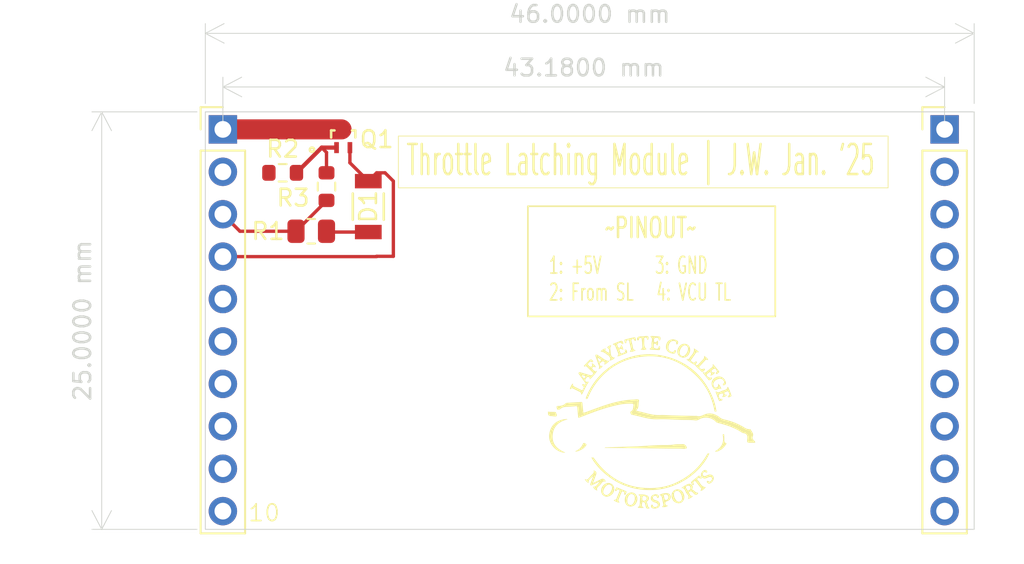
<source format=kicad_pcb>
(kicad_pcb (version 20240108) (generator "pcbnew") (generator_version "8.0")
  (layers (0 "F.Cu" signal) (31 "B.Cu" signal) (34 "B.Paste" user) (35 "F.Paste" user) (36 "B.SilkS" user "B.Silkscreen") (37 "F.SilkS" user "F.Silkscreen") (38 "B.Mask" user) (39 "F.Mask" user) (44 "Edge.Cuts" user))
  (net 0 "")
  (net 7 "Net-(D1-A)")
  (net 8 "Net-(D1-K)")
  (net 9 "Net-(J1-Pad3)")
  (net 10 "Net-(Q1-D)")
  (net 11 "Net-(J1-Pad2)")
  (net 12 "Net-(Q1-G)")
  (footprint "Resistor_SMD:R_0603_1608Metric" (layer "F.Cu") (at 26.1275 25.15)
    (property "Reference" "R2")
    (property "Value" "10k" (hide yes))
  )
  (footprint "Connector_PinHeader_2.54mm:PinHeader_1x10_P2.54mm_Vertical" (layer "F.Cu") (at 22.55 22.55)
    (property "Reference" "J1" (hide yes))
    (property "Value" "PH1-10-UA")
  )
  (footprint "Resistor_SMD:R_0805_2012Metric" (layer "F.Cu") (at 27.8375 28.65)
    (property "Reference" "R1")
    (property "Value" "150R" (hide yes))
  )
  (footprint "LED:LED_AP3216SYD_KNB" (layer "F.Cu") (at 31.25 27.174 90)
    (property "Reference" "D1")
    (property "Value" "LED (Test)" (hide yes))
  )
  (footprint "Resistor_SMD:R_0603_1608Metric" (layer "F.Cu") (at 28.75 25.975 90)
    (property "Reference" "R3")
    (property "Value" "10k" (hide yes))
  )
  (footprint "PMOS:VESM_TOS" (layer "F.Cu") (at 29.75 23.1453)
    (property "Reference" "Q1")
    (property "Value" "SSM3J56MFV" (hide yes))
  )
  (footprint "Connector_PinHeader_2.54mm:PinHeader_1x10_P2.54mm_Vertical" (layer "F.Cu") (at 65.73 22.55)
    (property "Reference" "J1" (hide yes))
    (property "Value" "PH1-10-UA")
  )
  (gr_poly (pts (xy 47.174555 34.996884) (xy 47.167773 34.997544) (xy 47.160531 34.998734) (xy 47.093694 35.01228) (xy 47.027017 35.026646) (xy 46.894024 35.057225) (xy 46.628689 35.121494) (xy 46.622627 35.123128) (xy 46.616751 35.125078) (xy 46.611098 35.12735) (xy 46.605708 35.12995) (xy 46.60062 35.132886) (xy 46.598201 35.134481) (xy 46.595872 35.136162) (xy 46.593638 35.137931) (xy 46.591504 35.139787) (xy 46.589475 35.141732) (xy 46.587555 35.143766) (xy 46.585749 35.145891) (xy 46.584063 35.148106) (xy 46.582501 35.150414) (xy 46.581068 35.152814) (xy 46.579769 35.155307) (xy 46.578608 35.157895) (xy 46.577592 35.160578) (xy 46.576724 35.163357) (xy 46.576009 35.166232) (xy 46.575452 35.169205) (xy 46.575059 35.172277) (xy 46.574834 35.175447) (xy 46.574781 35.178718) (xy 46.574907 35.182089) (xy 46.575215 35.185562) (xy 46.57571 35.189137) (xy 46.577195 35.199316) (xy 46.578427 35.209658) (xy 46.580498 35.230637) (xy 46.582666 35.251687) (xy 46.584018 35.262116) (xy 46.585672 35.272418) (xy 46.587721 35.282543) (xy 46.590256 35.292443) (xy 46.593372 35.302069) (xy 46.597161 35.311373) (xy 46.601714 35.320306) (xy 46.604307 35.324619) (xy 46.607125 35.32882) (xy 46.610182 35.332905) (xy 46.613487 35.336867) (xy 46.617053 35.340699) (xy 46.620892 35.344397) (xy 46.623609 35.346688) (xy 46.626392 35.348678) (xy 46.629229 35.350375) (xy 46.632111 35.351786) (xy 46.635027 35.35292) (xy 46.637966 35.353786) (xy 46.640919 35.354391) (xy 46.643874 35.354744) (xy 46.646822 35.354854) (xy 46.649753 35.354728) (xy 46.652655 35.354374) (xy 46.655519 35.353802) (xy 46.658334 35.353019) (xy 46.66109 35.352033) (xy 46.663776 35.350853) (xy 46.666382 35.349487) (xy 46.668899 35.347944) (xy 46.671314 35.346231) (xy 46.673619 35.344357) (xy 46.675802 35.34233) (xy 46.677854 35.340158) (xy 46.679763 35.33785) (xy 46.681521 35.335415) (xy 46.683115 35.332859) (xy 46.684537 35.330192) (xy 46.685775 35.327421) (xy 46.686819 35.324556) (xy 46.687659 35.321603) (xy 46.688285 35.318573) (xy 46.688686 35.315472) (xy 46.688851 35.312309) (xy 46.688771 35.309093) (xy 46.688041 35.294725) (xy 46.687772 35.28084) (xy 46.688064 35.267506) (xy 46.689016 35.254792) (xy 46.690729 35.242767) (xy 46.693301 35.2315) (xy 46.69494 35.226171) (xy 46.696832 35.221058) (xy 46.698988 35.216169) (xy 46.701422 35.211512) (xy 46.704145 35.207096) (xy 46.70717 35.20293) (xy 46.71051 35.199022) (xy 46.714177 35.19538) (xy 46.718183 35.192014) (xy 46.722541 35.188931) (xy 46.727263 35.186141) (xy 46.732362 35.183652) (xy 46.73785 35.181473) (xy 46.74374 35.179612) (xy 46.750044 35.178077) (xy 46.756775 35.176879) (xy 46.763944 35.176024) (xy 46.771565 35.175522) (xy 46.77965 35.175381) (xy 46.788211 35.175609) (xy 46.796629 35.176272) (xy 46.804354 35.177416) (xy 46.811419 35.179017) (xy 46.817858 35.181052) (xy 46.823704 35.183498) (xy 46.82899 35.186333) (xy 46.833751 35.189532) (xy 46.838019 35.193072) (xy 46.841828 35.196932) (xy 46.845211 35.201087) (xy 46.848202 35.205514) (xy 46.850834 35.210191) (xy 46.85314 35.215093) (xy 46.855154 35.220199) (xy 46.85691 35.225485) (xy 46.85844 35.230927) (xy 46.860958 35.24219) (xy 46.862976 35.253802) (xy 46.866581 35.277335) (xy 46.868701 35.288887) (xy 46.869958 35.294528) (xy 46.871391 35.300048) (xy 46.873033 35.305424) (xy 46.874917 35.310634) (xy 46.877077 35.315653) (xy 46.879546 35.320459) (xy 46.880178 35.321705) (xy 46.880718 35.323019) (xy 46.881178 35.324409) (xy 46.881571 35.325883) (xy 46.88191 35.327451) (xy 46.882207 35.32912) (xy 46.882476 35.3309) (xy 46.882729 35.332799) (xy 46.88384 35.341751) (xy 46.884205 35.344372) (xy 46.884632 35.347163) (xy 46.885132 35.350132) (xy 46.885718 35.353288) (xy 46.91703 35.48266) (xy 46.946256 35.605006) (xy 46.957129 35.652606) (xy 46.961178 35.672261) (xy 46.964196 35.689632) (xy 46.966103 35.705081) (xy 46.966614 35.712196) (xy 46.966818 35.718966) (xy 46.966705 35.725436) (xy 46.966264 35.73165) (xy 46.965485 35.737653) (xy 46.964359 35.74349) (xy 46.962875 35.749207) (xy 46.961023 35.754849) (xy 46.958795 35.76046) (xy 46.956178 35.766085) (xy 46.953165 35.77177) (xy 46.949744 35.77756) (xy 46.94164 35.789634) (xy 46.931786 35.802666) (xy 46.920104 35.817016) (xy 46.890934 35.851116) (xy 46.897786 35.854552) (xy 46.905237 35.857571) (xy 46.913257 35.860177) (xy 46.921815 35.862374) (xy 46.940423 35.86556) (xy 46.960819 35.867164) (xy 46.982757 35.867224) (xy 47.005996 35.865776) (xy 47.03029 35.862854) (xy 47.055397 35.858495) (xy 47.081072 35.852736) (xy 47.107072 35.845612) (xy 47.133153 35.837159) (xy 47.159072 35.827413) (xy 47.184584 35.816411) (xy 47.209447 35.804187) (xy 47.233416 35.790779) (xy 47.256247 35.776223) (xy 47.236566 35.772875) (xy 47.218451 35.768653) (xy 47.201831 35.763597) (xy 47.186635 35.757746) (xy 47.172792 35.751141) (xy 47.160232 35.74382) (xy 47.148883 35.735824) (xy 47.138674 35.727192) (xy 47.129534 35.717964) (xy 47.121392 35.70818) (xy 47.114178 35.69788) (xy 47.10782 35.687103) (xy 47.102247 35.675889) (xy 47.097389 35.664278) (xy 47.093173 35.65231) (xy 47.089531 35.640025) (xy 47.086389 35.627461) (xy 47.083678 35.614659) (xy 47.079262 35.588501) (xy 47.072472 35.535075) (xy 47.068961 35.508445) (xy 47.064616 35.482293) (xy 47.061953 35.469496) (xy 47.058869 35.456938) (xy 47.055292 35.444659) (xy 47.051152 35.432699) (xy 47.046388 35.41955) (xy 47.041944 35.406279) (xy 47.0339 35.379414) (xy 47.026786 35.352196) (xy 47.020369 35.324718) (xy 46.996996 35.214083) (xy 46.995398 35.206415) (xy 46.994097 35.198845) (xy 46.993149 35.191399) (xy 46.99261 35.184099) (xy 46.992538 35.176972) (xy 46.992987 35.170042) (xy 46.993425 35.166658) (xy 46.994014 35.163333) (xy 46.994763 35.160069) (xy 46.995677 35.15687) (xy 46.996763 35.153739) (xy 46.99803 35.150678) (xy 46.999483 35.147691) (xy 47.00113 35.144781) (xy 47.002977 35.141952) (xy 47.005033 35.139205) (xy 47.007303 35.136544) (xy 47.009796 35.133973) (xy 47.012517 35.131494) (xy 47.015474 35.12911) (xy 47.018675 35.126825) (xy 47.022125 35.124642) (xy 47.025833 35.122563) (xy 47.029804 35.120592) (xy 47.034047 35.118732) (xy 47.038568 35.116985) (xy 47.054758 35.111376) (xy 47.062684 35.108949) (xy 47.070482 35.106891) (xy 47.078144 35.10529) (xy 47.085657 35.104233) (xy 47.093013 35.103809) (xy 47.096628 35.103861) (xy 47.1002 35.104105) (xy 47.103727 35.10455) (xy 47.107208 35.105209) (xy 47.110642 35.106091) (xy 47.114027 35.107208) (xy 47.117362 35.108572) (xy 47.120646 35.110192) (xy 47.123878 35.11208) (xy 47.127055 35.114247) (xy 47.130178 35.116704) (xy 47.133244 35.119462) (xy 47.136252 35.122531) (xy 47.139201 35.125923) (xy 47.14209 35.129649) (xy 47.144917 35.13372) (xy 47.147681 35.138147) (xy 47.150381 35.14294) (xy 47.165057 35.172247) (xy 47.169003 35.179542) (xy 47.173195 35.186529) (xy 47.177703 35.19306) (xy 47.180096 35.196109) (xy 47.182594 35.198988) (xy 47.185204 35.20168) (xy 47.187936 35.204166) (xy 47.190797 35.206427) (xy 47.193797 35.208445) (xy 47.196943 35.210201) (xy 47.200245 35.211678) (xy 47.203711 35.212856) (xy 47.207349 35.213718) (xy 47.211167 35.214244) (xy 47.215176 35.214416) (xy 47.219382 35.214216) (xy 47.223794 35.213626) (xy 47.228421 35.212627) (xy 47.233272 35.2112) (xy 47.238355 35.209327) (xy 47.243678 35.206989) (xy 47.247662 35.204941) (xy 47.251236 35.202768) (xy 47.254418 35.200475) (xy 47.257225 35.198071) (xy 47.259673 35.19556) (xy 47.261779 35.192951) (xy 47.26356 35.190248) (xy 47.265034 35.187459) (xy 47.266216 35.18459) (xy 47.267124 35.181647) (xy 47.267776 35.178638) (xy 47.268187 35.175567) (xy 47.268374 35.172443) (xy 47.268355 35.169271) (xy 47.268147 35.166058) (xy 47.267766 35.16281) (xy 47.267229 35.159534) (xy 47.266554 35.156236) (xy 47.264854 35.1496) (xy 47.262802 35.142954) (xy 47.260534 35.136351) (xy 47.255887 35.123476) (xy 47.253779 35.117309) (xy 47.251995 35.11139) (xy 47.249614 35.101781) (xy 47.247452 35.09167) (xy 47.243213 35.070671) (xy 47.240853 35.060144) (xy 47.238142 35.049838) (xy 47.234939 35.039935) (xy 47.231103 35.030615) (xy 47.228902 35.02623) (xy 47.226489 35.022059) (xy 47.223847 35.018124) (xy 47.220958 35.014448) (xy 47.217804 35.011053) (xy 47.214366 35.007962) (xy 47.210628 35.005198) (xy 47.206572 35.002782) (xy 47.20218 35.000738) (xy 47.197434 34.999089) (xy 47.192316 34.997856) (xy 47.186808 34.997063) (xy 47.180894 34.996731)) (fill solid) (layer "F.SilkS"))
  (gr_poly (pts (xy 45.74226 35.486147) (xy 45.733909 35.486688) (xy 45.725569 35.4876) (xy 45.717243 35.48888) (xy 45.708934 35.490525) (xy 45.692382 35.494897) (xy 45.675938 35.50069) (xy 45.65963 35.507881) (xy 45.643482 35.516445) (xy 45.627522 35.526356) (xy 45.611777 35.537591) (xy 45.596271 35.550125) (xy 45.581032 35.563932) (xy 45.566086 35.578989) (xy 45.551459 35.595271) (xy 45.537177 35.612753) (xy 45.558343 35.627048) (xy 45.568122 35.634152) (xy 45.577374 35.641254) (xy 45.586108 35.648374) (xy 45.594332 35.655534) (xy 45.602053 35.662753) (xy 45.609279 35.670053) (xy 45.616018 35.677453) (xy 45.622278 35.684975) (xy 45.628066 35.692638) (xy 45.63339 35.700465) (xy 45.638258 35.708474) (xy 45.642678 35.716686) (xy 45.646657 35.725123) (xy 45.650203 35.733804) (xy 45.653324 35.742751) (xy 45.656029 35.751983) (xy 45.658323 35.761521) (xy 45.660216 35.771387) (xy 45.661715 35.781599) (xy 45.662828 35.792179) (xy 45.663563 35.803148) (xy 45.663927 35.814526) (xy 45.663928 35.826333) (xy 45.663574 35.83859) (xy 45.662873 35.851318) (xy 45.661832 35.864537) (xy 45.658763 35.89253) (xy 45.654429 35.922735) (xy 45.638879 35.91836) (xy 45.62429 35.913882) (xy 45.610483 35.90919) (xy 45.597274 35.904171) (xy 45.584484 35.898712) (xy 45.571929 35.892703) (xy 45.55943 35.886029) (xy 45.546803 35.87858) (xy 45.533869 35.870244) (xy 45.520446 35.860907) (xy 45.506351 35.850458) (xy 45.491405 35.838785) (xy 45.475425 35.825775) (xy 45.45823 35.811316) (xy 45.419469 35.777604) (xy 45.418107 35.773944) (xy 45.417212 35.770438) (xy 45.416754 35.767076) (xy 45.416699 35.763848) (xy 45.417017 35.760742) (xy 45.417677 35.757748) (xy 45.418645 35.754856) (xy 45.419892 35.752056) (xy 45.421386 35.749337) (xy 45.423094 35.746688) (xy 45.424986 35.744099) (xy 45.42703 35.741559) (xy 45.431447 35.736586) (xy 45.436093 35.731685) (xy 45.440716 35.726772) (xy 45.445063 35.721763) (xy 45.447054 35.719197) (xy 45.448882 35.716575) (xy 45.450515 35.713888) (xy 45.451921 35.711124) (xy 45.453069 35.708273) (xy 45.453927 35.705325) (xy 45.454464 35.702269) (xy 45.454648 35.699095) (xy 45.454448 35.695792) (xy 45.453832 35.692349) (xy 45.452769 35.688757) (xy 45.451227 35.685005) (xy 45.447567 35.680588) (xy 45.442954 35.677107) (xy 45.437446 35.674532) (xy 45.431102 35.672833) (xy 45.423978 35.671979) (xy 45.416132 35.671941) (xy 45.407622 35.672687) (xy 45.398505 35.674188) (xy 45.38884 35.676414) (xy 45.378684 35.679333) (xy 45.35713 35.687133) (xy 45.334304 35.697346) (xy 45.310669 35.70973) (xy 45.286685 35.724041) (xy 45.262814 35.740038) (xy 45.239518 35.757479) (xy 45.217259 35.776121) (xy 45.196498 35.795722) (xy 45.186823 35.805807) (xy 45.177696 35.81604) (xy 45.169174 35.826392) (xy 45.161316 35.836832) (xy 45.154178 35.84733) (xy 45.147818 35.857856) (xy 45.166713 35.85834) (xy 45.185159 35.859666) (xy 45.203178 35.861797) (xy 45.22079 35.864695) (xy 45.238017 35.868324) (xy 45.254881 35.872647) (xy 45.271402 35.877628) (xy 45.287603 35.88323) (xy 45.319126 35.896147) (xy 45.349623 35.911105) (xy 45.379263 35.927809) (xy 45.408219 35.945966) (xy 45.436659 35.965281) (xy 45.464756 35.985459) (xy 45.520604 36.027228) (xy 45.577128 36.068918) (xy 45.606071 36.088998) (xy 45.635696 36.108176) (xy 45.661347 36.142297) (xy 45.673727 36.159188) (xy 45.68543 36.176025) (xy 45.696173 36.192854) (xy 45.705671 36.209722) (xy 45.709864 36.218184) (xy 45.71364 36.226673) (xy 45.716962 36.235193) (xy 45.719795 36.243752) (xy 45.722104 36.252355) (xy 45.723852 36.261006) (xy 45.725005 36.269713) (xy 45.725527 36.27848) (xy 45.725382 36.287314) (xy 45.724535 36.296219) (xy 45.722951 36.305202) (xy 45.720593 36.314269) (xy 45.717426 36.323425) (xy 45.713415 36.332675) (xy 45.708524 36.342026) (xy 45.702717 36.351483) (xy 45.69596 36.361052) (xy 45.688216 36.370739) (xy 45.67945 36.380548) (xy 45.669626 36.390487) (xy 45.679189 36.391999) (xy 45.689156 36.392857) (xy 45.699492 36.39308) (xy 45.710163 36.392688) (xy 45.732375 36.390135) (xy 45.755522 36.385353) (xy 45.779332 36.378498) (xy 45.803534 36.369725) (xy 45.827857 36.359189) (xy 45.852031 36.347046) (xy 45.875783 36.333451) (xy 45.898843 36.318561) (xy 45.920939 36.302529) (xy 45.941801 36.285512) (xy 45.961157 36.267665) (xy 45.978737 36.249143) (xy 45.994268 36.230102) (xy 46.00748 36.210698) (xy 45.985203 36.210167) (xy 45.96433 36.208623) (xy 45.944812 36.206102) (xy 45.926601 36.202638) (xy 45.909648 36.198264) (xy 45.893903 36.193015) (xy 45.879317 36.186926) (xy 45.86584 36.18003) (xy 45.853425 36.172362) (xy 45.842021 36.163956) (xy 45.83158 36.154846) (xy 45.822052 36.145068) (xy 45.813388 36.134654) (xy 45.805539 36.123639) (xy 45.798456 36.112058) (xy 45.79209 36.099945) (xy 45.786391 36.087334) (xy 45.781311 36.074259) (xy 45.7768 36.060755) (xy 45.77281 36.046855) (xy 45.766192 36.018009) (xy 45.761066 35.987993) (xy 45.757037 35.957082) (xy 45.753712 35.925551) (xy 45.747604 35.861724) (xy 45.735669 35.766081) (xy 45.732983 35.742313) (xy 45.730878 35.718639) (xy 45.729583 35.695074) (xy 45.729329 35.671637) (xy 45.730346 35.648345) (xy 45.732864 35.625217) (xy 45.737114 35.602269) (xy 45.739961 35.590869) (xy 45.743327 35.57952) (xy 45.747241 35.568225) (xy 45.751732 35.556987) (xy 45.756829 35.545806) (xy 45.76256 35.534687) (xy 45.768955 35.52363) (xy 45.776042 35.512639) (xy 45.783849 35.501714) (xy 45.792406 35.490859) (xy 45.78406 35.489111) (xy 45.775705 35.487751) (xy 45.767344 35.486778) (xy 45.758981 35.486189) (xy 45.750618 35.485979)) (fill solid) (layer "F.SilkS"))
  (gr_poly (pts (xy 52.215465 37.347905) (xy 52.196418 37.349172) (xy 52.177541 37.351234) (xy 52.158857 37.354074) (xy 52.140385 37.357678) (xy 52.122146 37.362029) (xy 52.086449 37.372907) (xy 52.051933 37.386582) (xy 52.018762 37.402927) (xy 51.987102 37.421812) (xy 51.957118 37.443112) (xy 51.928974 37.466698) (xy 51.902837 37.492442) (xy 51.878872 37.520218) (xy 51.857243 37.549897) (xy 51.838117 37.581352) (xy 51.829544 37.597705) (xy 51.821658 37.614455) (xy 51.81448 37.631584) (xy 51.808031 37.649078) (xy 51.802332 37.66692) (xy 51.797403 37.685095) (xy 51.794157 37.700098) (xy 51.791734 37.71548) (xy 51.790112 37.731196) (xy 51.789272 37.747207) (xy 51.78986 37.779942) (xy 51.793342 37.813352) (xy 51.799559 37.8471) (xy 51.808353 37.880853) (xy 51.819569 37.914276) (xy 51.833048 37.947035) (xy 51.848634 37.978795) (xy 51.866168 38.009221) (xy 51.885494 38.037979) (xy 51.906454 38.064735) (xy 51.928891 38.089154) (xy 51.952647 38.110901) (xy 51.964971 38.120668) (xy 51.977565 38.129642) (xy 51.990411 38.13778) (xy 52.003488 38.145042) (xy 52.007853 38.147194) (xy 52.012155 38.149116) (xy 52.016398 38.150813) (xy 52.020585 38.152292) (xy 52.024717 38.153558) (xy 52.028797 38.154619) (xy 52.032829 38.15548) (xy 52.036814 38.156147) (xy 52.040755 38.156627) (xy 52.044654 38.156926) (xy 52.048516 38.15705) (xy 52.05234 38.157005) (xy 52.059892 38.156434) (xy 52.067329 38.155263) (xy 52.074673 38.153542) (xy 52.081945 38.15132) (xy 52.089164 38.148646) (xy 52.096352 38.145572) (xy 52.103528 38.142145) (xy 52.110714 38.138417) (xy 52.125197 38.130252) (xy 52.151236 38.114581) (xy 52.164349 38.106723) (xy 52.177637 38.099113) (xy 52.191182 38.091946) (xy 52.205069 38.085418) (xy 52.219381 38.079725) (xy 52.226722 38.077253) (xy 52.234201 38.075063) (xy 52.241828 38.073179) (xy 52.249614 38.071627) (xy 52.257568 38.070431) (xy 52.265702 38.069615) (xy 52.274026 38.069203) (xy 52.28255 38.069221) (xy 52.291284 38.069692) (xy 52.30024 38.070642) (xy 52.309427 38.072094) (xy 52.318857 38.074073) (xy 52.328539 38.076604) (xy 52.338484 38.079711) (xy 52.348703 38.083418) (xy 52.359205 38.087751) (xy 52.370002 38.092733) (xy 52.381103 38.09839) (xy 52.361951 38.049518) (xy 52.343121 38.003693) (xy 52.33349 37.981812) (xy 52.323536 37.960559) (xy 52.313124 37.93989) (xy 52.302118 37.919759) (xy 52.290385 37.900123) (xy 52.27779 37.880937) (xy 52.264198 37.862155) (xy 52.249475 37.843734) (xy 52.233485 37.825629) (xy 52.216094 37.807795) (xy 52.197168 37.790187) (xy 52.176571 37.772762) (xy 52.179318 37.81167) (xy 52.180199 37.829747) (xy 52.180568 37.846936) (xy 52.180287 37.863259) (xy 52.179219 37.878738) (xy 52.177225 37.893397) (xy 52.174168 37.907258) (xy 52.172197 37.913895) (xy 52.16991 37.920342) (xy 52.167287 37.926601) (xy 52.164313 37.932673) (xy 52.160969 37.938564) (xy 52.15724 37.944274) (xy 52.153106 37.949807) (xy 52.148552 37.955166) (xy 52.14356 37.960353) (xy 52.138112 37.965372) (xy 52.132192 37.970224) (xy 52.125783 37.974914) (xy 52.118866 37.979443) (xy 52.111426 37.983815) (xy 52.103443 37.988032) (xy 52.094903 37.992098) (xy 52.079823 37.998527) (xy 52.065659 38.003741) (xy 52.052357 38.007732) (xy 52.046011 38.009266) (xy 52.03986 38.010492) (xy 52.033897 38.011408) (xy 52.028115 38.012014) (xy 52.022507 38.012308) (xy 52.017066 38.01229) (xy 52.011785 38.011957) (xy 52.006658 38.011311) (xy 52.001677 38.010349) (xy 51.996837 38.00907) (xy 51.992128 38.007474) (xy 51.987546 38.005559) (xy 51.983083 38.003325) (xy 51.978732 38.00077) (xy 51.974487 37.997894) (xy 51.97034 37.994696) (xy 51.966285 37.991174) (xy 51.962314 37.987328) (xy 51.958421 37.983156) (xy 51.954599 37.978658) (xy 51.947141 37.968679) (xy 51.939884 37.957383) (xy 51.932774 37.944761) (xy 51.926155 37.931749) (xy 51.920103 37.918657) (xy 51.914655 37.905472) (xy 51.909847 37.892179) (xy 51.905716 37.878765) (xy 51.902298 37.865217) (xy 51.899629 37.85152) (xy 51.897746 37.837661) (xy 51.896685 37.823626) (xy 51.896483 37.809402) (xy 51.897176 37.794974) (xy 51.898801 37.78033) (xy 51.901393 37.765454) (xy 51.90499 37.750335) (xy 51.909627 37.734957) (xy 51.915342 37.719308) (xy 51.92214 37.70647) (xy 51.929214 37.694085) (xy 51.936559 37.682142) (xy 51.944168 37.670633) (xy 51.952036 37.659549) (xy 51.960156 37.64888) (xy 51.968522 37.638618) (xy 51.977127 37.628753) (xy 51.985967 37.619276) (xy 51.995034 37.610177) (xy 52.004323 37.601448) (xy 52.013827 37.59308) (xy 52.033458 37.577388) (xy 52.053877 37.563028) (xy 52.075036 37.549927) (xy 52.096885 37.538011) (xy 52.119375 37.527207) (xy 52.142458 37.517441) (xy 52.166085 37.508641) (xy 52.190207 37.500733) (xy 52.214774 37.493644) (xy 52.239738 37.4873) (xy 52.26033 37.483113) (xy 52.280473 37.480471) (xy 52.300148 37.479361) (xy 52.319339 37.47977) (xy 52.338028 37.481687) (xy 52.356199 37.485099) (xy 52.373834 37.489994) (xy 52.390916 37.49636) (xy 52.407428 37.504186) (xy 52.423354 37.513458) (xy 52.438674 37.524164) (xy 52.453374 37.536293) (xy 52.467434 37.549832) (xy 52.480839 37.564769) (xy 52.493572 37.581092) (xy 52.505614 37.598789) (xy 52.512616 37.610028) (xy 52.51924 37.621272) (xy 52.525346 37.632512) (xy 52.530797 37.643741) (xy 52.535453 37.654949) (xy 52.539177 37.666128) (xy 52.540645 37.671704) (xy 52.541829 37.67727) (xy 52.54271 37.682823) (xy 52.543271 37.688365) (xy 52.543495 37.693892) (xy 52.543364 37.699405) (xy 52.542862 37.704902) (xy 52.541971 37.710382) (xy 52.540673 37.715844) (xy 52.538951 37.721287) (xy 52.536789 37.72671) (xy 52.534168 37.732112) (xy 52.531072 37.737492) (xy 52.527482 37.742848) (xy 52.523382 37.74818) (xy 52.518755 37.753486) (xy 52.513582 37.758766) (xy 52.507848 37.764018) (xy 52.501534 37.769241) (xy 52.494622 37.774435) (xy 52.489756 37.778087) (xy 52.485085 37.78194) (xy 52.480667 37.785993) (xy 52.478571 37.788093) (xy 52.47656 37.790243) (xy 52.47464 37.792441) (xy 52.47282 37.794687) (xy 52.471105 37.796982) (xy 52.469503 37.799325) (xy 52.468022 37.801714) (xy 52.466668 37.804152) (xy 52.465448 37.806636) (xy 52.464371 37.809166) (xy 52.463441 37.811743) (xy 52.462668 37.814366) (xy 52.462058 37.817035) (xy 52.461617 37.819749) (xy 52.461354 37.822508) (xy 52.461275 37.825312) (xy 52.461388 37.82816) (xy 52.461699 37.831053) (xy 52.462216 37.83399) (xy 52.462945 37.83697) (xy 52.463895 37.839994) (xy 52.465071 37.84306) (xy 52.466482 37.84617) (xy 52.468134 37.849321) (xy 52.470034 37.852515) (xy 52.47219 37.855751) (xy 52.474518 37.858901) (xy 52.476872 37.861764) (xy 52.479251 37.86435) (xy 52.481656 37.866668) (xy 52.484085 37.868727) (xy 52.486538 37.870538) (xy 52.489013 37.872109) (xy 52.49151 37.873451) (xy 52.494029 37.874573) (xy 52.496569 37.875485) (xy 52.499128 37.876196) (xy 52.501707 37.876715) (xy 52.504305 37.877053) (xy 52.50692 37.877219) (xy 52.509552 37.877222) (xy 52.512201 37.877072) (xy 52.514866 37.876779) (xy 52.517546 37.876352) (xy 52.520239 37.875801) (xy 52.522947 37.875135) (xy 52.5284 37.873497) (xy 52.533898 37.871517) (xy 52.539437 37.869269) (xy 52.54501 37.86683) (xy 52.556237 37.861689) (xy 52.570366 37.854855) (xy 52.58348 37.847722) (xy 52.595548 37.840231) (xy 52.601178 37.836334) (xy 52.606534 37.832326) (xy 52.611611 37.8282) (xy 52.616406 37.823949) (xy 52.620913 37.819566) (xy 52.625129 37.815044) (xy 52.62905 37.810375) (xy 52.632671 37.805553) (xy 52.635989 37.80057) (xy 52.638998 37.79542) (xy 52.641695 37.790094) (xy 52.644075 37.784587) (xy 52.646135 37.77889) (xy 52.64787 37.772997) (xy 52.649276 37.7669) (xy 52.650349 37.760593) (xy 52.651085 37.754068) (xy 52.651478 37.747318) (xy 52.651526 37.740336) (xy 52.651224 37.733115) (xy 52.650568 37.725648) (xy 52.649553 37.717927) (xy 52.648176 37.709946) (xy 52.646431 37.701697) (xy 52.644316 37.693174) (xy 52.641825 37.684368) (xy 52.6292 37.646525) (xy 52.614569 37.610541) (xy 52.597997 37.576499) (xy 52.579546 37.54448) (xy 52.559279 37.514563) (xy 52.548485 37.500419) (xy 52.537261 37.486831) (xy 52.525615 37.473809) (xy 52.513555 37.461364) (xy 52.501088 37.449505) (xy 52.488223 37.438243) (xy 52.474968 37.427587) (xy 52.46133 37.417548) (xy 52.447317 37.408137) (xy 52.432938 37.399362) (xy 52.418199 37.391235) (xy 52.40311 37.383765) (xy 52.387678 37.376963) (xy 52.371911 37.370838) (xy 52.355817 37.365401) (xy 52.339404 37.360662) (xy 52.322679 37.356631) (xy 52.305651 37.353318) (xy 52.288327 37.350733) (xy 52.270716 37.348886) (xy 52.252825 37.347788) (xy 52.234663 37.347449)) (fill solid) (layer "F.SilkS"))
  (gr_poly (pts (xy 47.447869 44.406364) (xy 47.446613 44.406577) (xy 47.445378 44.406897) (xy 47.444168 44.407322) (xy 47.442984 44.40785) (xy 47.44183 44.408482) (xy 47.440707 44.409215) (xy 47.439618 44.410048) (xy 47.438565 44.410979) (xy 47.437551 44.412008) (xy 47.436578 44.413132) (xy 47.435648 44.414351) (xy 47.434764 44.415663) (xy 47.433927 44.417067) (xy 47.433142 44.418561) (xy 47.432409 44.420144) (xy 47.431731 44.421816) (xy 47.431111 44.423573) (xy 47.430551 44.425415) (xy 47.430052 44.427342) (xy 47.429619 44.42935) (xy 47.429253 44.431439) (xy 47.428955 44.433608) (xy 47.42873 44.435855) (xy 47.428579 44.438179) (xy 47.428504 44.440579) (xy 47.428508 44.443052) (xy 47.428593 44.445599) (xy 47.428761 44.448217) (xy 47.429016 44.450904) (xy 47.429358 44.453661) (xy 47.44019 44.457064) (xy 47.450191 44.460803) (xy 47.459391 44.464866) (xy 47.467819 44.469244) (xy 47.475503 44.473925) (xy 47.482472 44.4789) (xy 47.488755 44.484159) (xy 47.494381 44.48969) (xy 47.499378 44.495482) (xy 47.503775 44.501527) (xy 47.507601 44.507812) (xy 47.510885 44.514329) (xy 47.513655 44.521065) (xy 47.515941 44.528011) (xy 47.517771 44.535156) (xy 47.519173 44.54249) (xy 47.520177 44.550003) (xy 47.520812 44.557683) (xy 47.521105 44.56552) (xy 47.521087 44.573504) (xy 47.520228 44.589871) (xy 47.518467 44.6067) (xy 47.516032 44.623906) (xy 47.513155 44.641407) (xy 47.506993 44.676954) (xy 47.504033 44.696698) (xy 47.501688 44.716492) (xy 47.499873 44.736332) (xy 47.498504 44.756213) (xy 47.496766 44.796083) (xy 47.495799 44.836066) (xy 47.494927 44.876124) (xy 47.493475 44.916222) (xy 47.490767 44.956323) (xy 47.488732 44.976364) (xy 47.486129 44.996392) (xy 47.481722 45.025593) (xy 47.479292 45.039584) (xy 47.47655 45.053089) (xy 47.473371 45.066047) (xy 47.469635 45.078397) (xy 47.465219 45.090079) (xy 47.46 45.101033) (xy 47.457052 45.106217) (xy 47.453857 45.111197) (xy 47.450401 45.115965) (xy 47.446667 45.120512) (xy 47.442642 45.124832) (xy 47.438309 45.128917) (xy 47.433653 45.132759) (xy 47.428659 45.136351) (xy 47.423311 45.139685) (xy 47.417595 45.142753) (xy 47.411496 45.145549) (xy 47.404997 45.148065) (xy 47.398083 45.150292) (xy 47.39074 45.152224) (xy 47.382952 45.153852) (xy 47.374703 45.15517) (xy 47.37437 45.160062) (xy 47.374261 45.164665) (xy 47.374368 45.168988) (xy 47.374687 45.173043) (xy 47.375212 45.176838) (xy 47.375936 45.180385) (xy 47.376854 45.183693) (xy 47.37796 45.186773) (xy 47.379248 45.189634) (xy 47.380712 45.192288) (xy 47.382345 45.194745) (xy 47.384143 45.197014) (xy 47.386099 45.199105) (xy 47.388207 45.20103) (xy 47.390461 45.202798) (xy 47.392855 45.204419) (xy 47.395384 45.205904) (xy 47.398042 45.207263) (xy 47.400822 45.208506) (xy 47.403719 45.209644) (xy 47.406726 45.210686) (xy 47.409838 45.211642) (xy 47.416353 45.21334) (xy 47.423215 45.21482) (xy 47.430378 45.216163) (xy 47.445416 45.218766) (xy 47.463219 45.217384) (xy 47.480944 45.216938) (xy 47.498636 45.217225) (xy 47.516342 45.218042) (xy 47.588254 45.222569) (xy 47.606738 45.223004) (xy 47.625517 45.222755) (xy 47.64464 45.221621) (xy 47.664152 45.219399) (xy 47.684101 45.215886) (xy 47.704533 45.210881) (xy 47.714946 45.207756) (xy 47.725496 45.204181) (xy 47.736192 45.200132) (xy 47.747037 45.195584) (xy 47.73412 45.191027) (xy 47.722034 45.186253) (xy 47.710753 45.181268) (xy 47.700257 45.176076) (xy 47.690521 45.170684) (xy 47.681522 45.165096) (xy 47.673237 45.159319) (xy 47.665643 45.153358) (xy 47.658718 45.147219) (xy 47.652437 45.140906) (xy 47.646777 45.134425) (xy 47.641716 45.127783) (xy 47.637231 45.120983) (xy 47.633298 45.114033) (xy 47.629894 45.106936) (xy 47.626995 45.0997) (xy 47.62458 45.092329) (xy 47.622625 45.084828) (xy 47.621106 45.077204) (xy 47.62 45.069462) (xy 47.619285 45.061606) (xy 47.618937 45.053644) (xy 47.618933 45.04558) (xy 47.61925 45.037419) (xy 47.620754 45.020832) (xy 47.623264 45.003925) (xy 47.626596 44.986742) (xy 47.630563 44.969329) (xy 47.632012 44.961774) (xy 47.632929 44.953871) (xy 47.633483 44.94573) (xy 47.633844 44.937462) (xy 47.634663 44.920988) (xy 47.63546 44.913003) (xy 47.63674 44.905335) (xy 47.637615 44.901654) (xy 47.638674 44.898093) (xy 47.639938 44.894667) (xy 47.64143 44.891388) (xy 47.643169 44.888272) (xy 47.645177 44.885332) (xy 47.647476 44.882582) (xy 47.650086 44.880035) (xy 47.653029 44.877705) (xy 47.656325 44.875607) (xy 47.659996 44.873754) (xy 47.664064 44.87216) (xy 47.668548 44.870839) (xy 47.673471 44.869804) (xy 47.678853 44.86907) (xy 47.684716 44.86865) (xy 47.694871 44.86856) (xy 47.70486 44.869154) (xy 47.714645 44.870428) (xy 47.724185 44.872382) (xy 47.733442 44.875014) (xy 47.742375 44.878321) (xy 47.750946 44.882301) (xy 47.759114 44.886953) (xy 47.76684 44.892275) (xy 47.770525 44.895186) (xy 47.774085 44.898264) (xy 47.777514 44.901509) (xy 47.780809 44.90492) (xy 47.783963 44.908497) (xy 47.786972 44.912239) (xy 47.789831 44.916148) (xy 47.792536 44.920221) (xy 47.79508 44.92446) (xy 47.79746 44.928863) (xy 47.79967 44.933431) (xy 47.801705 44.938163) (xy 47.803561 44.943059) (xy 47.805232 44.948119) (xy 47.85695 45.166623) (xy 47.86008 45.17623) (xy 47.863524 45.185353) (xy 47.867278 45.19399) (xy 47.871337 45.202138) (xy 47.875695 45.209794) (xy 47.880349 45.216957) (xy 47.885293 45.223623) (xy 47.890523 45.229789) (xy 47.896033 45.235454) (xy 47.90182 45.240615) (xy 47.907879 45.245268) (xy 47.914204 45.249413) (xy 47.920791 45.253045) (xy 47.927635 45.256162) (xy 47.934732 45.258763) (xy 47.942076 45.260843) (xy 47.949664 45.262401) (xy 47.957489 45.263434) (xy 47.965548 45.26394) (xy 47.973835 45.263915) (xy 47.982347 45.263358) (xy 47.991077 45.262266) (xy 48.000022 45.260636) (xy 48.009177 45.258465) (xy 48.018536 45.255752) (xy 48.028095 45.252493) (xy 48.03785 45.248685) (xy 48.047796 45.244327) (xy 48.057927 45.239416) (xy 48.068239 45.233949) (xy 48.078728 45.227924) (xy 48.089388 45.221337) (xy 48.075105 45.214243) (xy 48.062078 45.206524) (xy 48.050232 45.198216) (xy 48.039492 45.189356) (xy 48.029785 45.179978) (xy 48.021036 45.170118) (xy 48.01317 45.159812) (xy 48.006114 45.149097) (xy 47.999794 45.138006) (xy 47.994134 45.126578) (xy 47.989061 45.114846) (xy 47.9845 45.102846) (xy 47.976618 45.078189) (xy 47.969894 45.052892) (xy 47.957541 45.001519) (xy 47.950723 44.976015) (xy 47.942685 44.951015) (xy 47.938023 44.938793) (xy 47.932833 44.926803) (xy 47.927041 44.915083) (xy 47.920573 44.903666) (xy 47.913353 44.89259) (xy 47.905309 44.88189) (xy 47.896365 44.871601) (xy 47.886447 44.861759) (xy 47.898685 44.852235) (xy 47.910504 44.843218) (xy 47.932929 44.826202) (xy 47.943558 44.817956) (xy 47.953812 44.809719) (xy 47.963704 44.801367) (xy 47.973245 44.792775) (xy 47.982409 44.78375) (xy 47.990931 44.774416) (xy 47.998812 44.764798) (xy 48.006052 44.754924) (xy 48.012649 44.744818) (xy 48.018605 44.734507) (xy 48.023918 44.724016) (xy 48.028589 44.713372) (xy 48.032618 44.702601) (xy 48.036004 44.691728) (xy 48.038747 44.68078) (xy 48.040847 44.669782) (xy 48.042303 44.65876) (xy 48.042833 44.651581) (xy 47.902501 44.651581) (xy 47.90224 44.657807) (xy 47.901687 44.66392) (xy 47.900848 44.669918) (xy 47.899725 44.6758) (xy 47.898322 44.681564) (xy 47.896643 44.687206) (xy 47.894691 44.692726) (xy 47.892468 44.698121) (xy 47.88998 44.703389) (xy 47.887229 44.708529) (xy 47.884219 44.713538) (xy 47.880953 44.718414) (xy 47.877435 44.723155) (xy 47.873669 44.72776) (xy 47.869657 44.732225) (xy 47.865403 44.736551) (xy 47.856185 44.744771) (xy 47.846041 44.752403) (xy 47.835 44.759433) (xy 47.823089 44.765844) (xy 47.812978 44.770572) (xy 47.802337 44.775002) (xy 47.791278 44.779043) (xy 47.779914 44.782604) (xy 47.768358 44.785592) (xy 47.756722 44.787916) (xy 47.74512 44.789486) (xy 47.733664 44.790209) (xy 47.722467 44.789994) (xy 47.717001 44.789507) (xy 47.711641 44.788751) (xy 47.706403 44.787714) (xy 47.7013 44.786386) (xy 47.696346 44.784755) (xy 47.691556 44.78281) (xy 47.686943 44.780538) (xy 47.682522 44.77793) (xy 47.678306 44.774972) (xy 47.67431 44.771655) (xy 47.670548 44.767966) (xy 47.667034 44.763894) (xy 47.663781 44.759428) (xy 47.660805 44.754555) (xy 47.657668 44.748587) (xy 47.654833 44.742486) (xy 47.652291 44.73626) (xy 47.650036 44.729917) (xy 47.646348 44.716912) (xy 47.643704 44.703535) (xy 47.642039 44.689851) (xy 47.641287 44.675923) (xy 47.641382 44.661816) (xy 47.642259 44.647593) (xy 47.643853 44.633319) (xy 47.646097 44.619059) (xy 47.648927 44.604875) (xy 47.652277 44.590832) (xy 47.656081 44.576995) (xy 47.660274 44.563427) (xy 47.66479 44.550193) (xy 47.669563 44.537356) (xy 47.671796 44.532167) (xy 47.674275 44.527475) (xy 47.676993 44.52326) (xy 47.679942 44.519505) (xy 47.683114 44.516189) (xy 47.6865 44.513293) (xy 47.690093 44.510799) (xy 47.693884 44.508686) (xy 47.697866 44.506937) (xy 47.70203 44.505531) (xy 47.706368 44.50445) (xy 47.710872 44.503673) (xy 47.715534 44.503183) (xy 47.720347 44.50296) (xy 47.725301 44.502985) (xy 47.730389 44.503238) (xy 47.740933 44.504354) (xy 47.751916 44.506153) (xy 47.763273 44.508483) (xy 47.774938 44.51119) (xy 47.798936 44.517122) (xy 47.811139 44.520039) (xy 47.823393 44.52272) (xy 47.829818 44.525537) (xy 47.835979 44.528621) (xy 47.841874 44.531969) (xy 47.847503 44.535577) (xy 47.852863 44.539442) (xy 47.857953 44.543561) (xy 47.862773 44.54793) (xy 47.867319 44.552546) (xy 47.871592 44.557406) (xy 47.87559 44.562506) (xy 47.879311 44.567842) (xy 47.882754 44.573412) (xy 47.885918 44.579211) (xy 47.888801 44.585238) (xy 47.891401 44.591487) (xy 47.893718 44.597956) (xy 47.895906 44.605012) (xy 47.897776 44.61197) (xy 47.89933 44.61883) (xy 47.900573 44.62559) (xy 47.901508 44.632247) (xy 47.902139 44.638799) (xy 47.902469 44.645244) (xy 47.902501 44.651581) (xy 48.042833 44.651581) (xy 48.043116 44.647741) (xy 48.043286 44.63675) (xy 48.042812 44.625813) (xy 48.041694 44.614957) (xy 48.039932 44.604207) (xy 48.037526 44.593589) (xy 48.034475 44.583129) (xy 48.030779 44.572853) (xy 48.026439 44.562787) (xy 48.021454 44.552957) (xy 48.015823 44.543389) (xy 48.009547 44.534108) (xy 48.002626 44.525142) (xy 47.995059 44.516515) (xy 47.986847 44.508254) (xy 47.977988 44.500385) (xy 47.968483 44.492934) (xy 47.958331 44.485926) (xy 47.947533 44.479388) (xy 47.918418 44.464285) (xy 47.888854 44.451534) (xy 47.858883 44.44093) (xy 47.828543 44.432271) (xy 47.797876 44.425354) (xy 47.766921 44.419977) (xy 47.735719 44.415936) (xy 47.704311 44.413029) (xy 47.672737 44.411054) (xy 47.641036 44.409806) (xy 47.577417 44.408686) (xy 47.513778 44.408046) (xy 47.45044 44.406264) (xy 47.449146 44.406259)) (fill solid) (layer "F.SilkS"))
  (gr_poly (pts (xy 47.862592 34.92061) (xy 47.830537 34.923366) (xy 47.817286 34.924972) (xy 47.803934 34.926851) (xy 47.776384 34.93122) (xy 47.746792 34.93605) (xy 47.73089 34.938506) (xy 47.714069 34.940918) (xy 47.676378 34.942166) (xy 47.639573 34.942739) (xy 47.568178 34.943827) (xy 47.533369 34.945322) (xy 47.516139 34.946521) (xy 47.499006 34.948104) (xy 47.481956 34.950132) (xy 47.464977 34.952665) (xy 47.448054 34.955765) (xy 47.431174 34.959494) (xy 47.423239 34.961708) (xy 47.415527 34.964457) (xy 47.40805 34.967715) (xy 47.40082 34.971455) (xy 47.393849 34.975652) (xy 47.38715 34.980279) (xy 47.380733 34.985311) (xy 47.37461 34.99072) (xy 47.368795 34.996481) (xy 47.363298 35.002568) (xy 47.358131 35.008955) (xy 47.353307 35.015615) (xy 47.348837 35.022523) (xy 47.344734 35.029651) (xy 47.341008 35.036975) (xy 47.337673 35.044468) (xy 47.334739 35.052103) (xy 47.332219 35.059855) (xy 47.330125 35.067698) (xy 47.328469 35.075605) (xy 47.327262 35.083551) (xy 47.326516 35.091508) (xy 47.326244 35.099451) (xy 47.326457 35.107355) (xy 47.327168 35.115192) (xy 47.328387 35.122936) (xy 47.330128 35.130562) (xy 47.332401 35.138043) (xy 47.335219 35.145353) (xy 47.338594 35.152467) (xy 47.342537 35.159357) (xy 47.347061 35.165998) (xy 47.348675 35.168025) (xy 47.35048 35.170013) (xy 47.352457 35.17195) (xy 47.354588 35.173825) (xy 47.356854 35.175626) (xy 47.359237 35.177341) (xy 47.361718 35.178958) (xy 47.364278 35.180464) (xy 47.366899 35.181849) (xy 47.369562 35.1831) (xy 47.372248 35.184206) (xy 47.374939 35.185154) (xy 47.377616 35.185932) (xy 47.380261 35.18653) (xy 47.382854 35.186934) (xy 47.384126 35.18706) (xy 47.385378 35.187133) (xy 47.388466 35.187175) (xy 47.391467 35.187071) (xy 47.394381 35.186825) (xy 47.397207 35.18644) (xy 47.399944 35.185919) (xy 47.402592 35.185268) (xy 47.405151 35.18449) (xy 47.40762 35.183588) (xy 47.409998 35.182566) (xy 47.412285 35.181429) (xy 47.41448 35.180179) (xy 47.416583 35.178821) (xy 47.418593 35.177359) (xy 47.42051 35.175797) (xy 47.422334 35.174137) (xy 47.424063 35.172385) (xy 47.425697 35.170543) (xy 47.427236 35.168616) (xy 47.428679 35.166608) (xy 47.430026 35.164522) (xy 47.431275 35.162362) (xy 47.432428 35.160132) (xy 47.433482 35.157836) (xy 47.434438 35.155477) (xy 47.435294 35.15306) (xy 47.436051 35.150587) (xy 47.436708 35.148064) (xy 47.437265 35.145494) (xy 47.43772 35.14288) (xy 47.438073 35.140227) (xy 47.438324 35.137538) (xy 47.438473 35.134817) (xy 47.438829 35.128241) (xy 47.439421 35.121904) (xy 47.440244 35.115804) (xy 47.441293 35.109942) (xy 47.442565 35.104315) (xy 47.444056 35.098921) (xy 47.44576 35.09376) (xy 47.447675 35.08883) (xy 47.449796 35.08413) (xy 47.452118 35.079658) (xy 47.454638 35.075412) (xy 47.457351 35.071392) (xy 47.460253 35.067596) (xy 47.463339 35.064022) (xy 47.466607 35.060669) (xy 47.47005 35.057537) (xy 47.473666 35.054622) (xy 47.47745 35.051924) (xy 47.481398 35.049442) (xy 47.485506 35.047174) (xy 47.489769 35.045118) (xy 47.494183 35.043274) (xy 47.498744 35.041639) (xy 47.503448 35.040213) (xy 47.508291 35.038994) (xy 47.513268 35.037981) (xy 47.518375 35.037172) (xy 47.523609 35.036565) (xy 47.528964 35.03616) (xy 47.534437 35.035955) (xy 47.545719 35.036139) (xy 47.552419 35.036684) (xy 47.558632 35.037609) (xy 47.564377 35.038897) (xy 47.569673 35.04053) (xy 47.57454 35.042491) (xy 47.578996 35.044762) (xy 47.583061 35.047326) (xy 47.586753 35.050166) (xy 47.590093 35.053265) (xy 47.593099 35.056604) (xy 47.595791 35.060167) (xy 47.598187 35.063936) (xy 47.600306 35.067894) (xy 47.602169 35.072023) (xy 47.603794 35.076306) (xy 47.605201 35.080726) (xy 47.606407 35.085265) (xy 47.607434 35.089906) (xy 47.608299 35.094631) (xy 47.609023 35.099423) (xy 47.610121 35.10914) (xy 47.610881 35.118916) (xy 47.612003 35.13809) (xy 47.612672 35.147211) (xy 47.613617 35.155834) (xy 47.619013 35.198392) (xy 47.623686 35.241059) (xy 47.627724 35.283816) (xy 47.631213 35.326643) (xy 47.636891 35.412426) (xy 47.641414 35.498247) (xy 47.645516 35.564742) (xy 47.645771 35.581136) (xy 47.645211 35.597197) (xy 47.643585 35.612805) (xy 47.642292 35.620401) (xy 47.640638 35.627839) (xy 47.63859 35.635103) (xy 47.636118 35.642178) (xy 47.633189 35.64905) (xy 47.629772 35.655703) (xy 47.625835 35.662122) (xy 47.621346 35.668293) (xy 47.616274 35.674199) (xy 47.610588 35.679826) (xy 47.604255 35.68516) (xy 47.597245 35.690184) (xy 47.589525 35.694884) (xy 47.581063 35.699245) (xy 47.571829 35.703251) (xy 47.561791 35.706888) (xy 47.550916 35.710141) (xy 47.539174 35.712994) (xy 47.545825 35.718525) (xy 47.553267 35.723647) (xy 47.56145 35.728363) (xy 47.570326 35.73268) (xy 47.579846 35.7366) (xy 47.589961 35.740128) (xy 47.611779 35.746027) (xy 47.635387 35.750413) (xy 47.660395 35.753321) (xy 47.686411 35.754786) (xy 47.713041 35.754845) (xy 47.739896 35.753532) (xy 47.766582 35.750883) (xy 47.792708 35.746934) (xy 47.817882 35.74172) (xy 47.841713 35.735277) (xy 47.863808 35.727639) (xy 47.883775 35.718844) (xy 47.892838 35.714023) (xy 47.901223 35.708925) (xy 47.882261 35.69239) (xy 47.865025 35.675451) (xy 47.849435 35.658127) (xy 47.835412 35.640437) (xy 47.822876 35.622399) (xy 47.811748 35.604034) (xy 47.801949 35.585358) (xy 47.793399 35.566393) (xy 47.786019 35.547155) (xy 47.779729 35.527665) (xy 47.774451 35.50794) (xy 47.770104 35.488001) (xy 47.763889 35.447553) (xy 47.760448 35.406471) (xy 47.759146 35.364907) (xy 47.75935 35.323011) (xy 47.76173 35.23883) (xy 47.762638 35.196846) (xy 47.762509 35.155135) (xy 47.760711 35.113848) (xy 47.756607 35.073137) (xy 47.756211 35.069148) (xy 47.756124 35.065373) (xy 47.756332 35.061804) (xy 47.756824 35.058432) (xy 47.757585 35.055251) (xy 47.758605 35.052253) (xy 47.759869 35.049431) (xy 47.761365 35.046777) (xy 47.763081 35.044283) (xy 47.765003 35.041942) (xy 47.767119 35.039747) (xy 47.769416 35.03769) (xy 47.771881 35.035764) (xy 47.774501 35.033961) (xy 47.777264 35.032273) (xy 47.780157 35.030694) (xy 47.783167 35.029215) (xy 47.786282 35.02783) (xy 47.789488 35.02653) (xy 47.792772 35.025309) (xy 47.799527 35.02307) (xy 47.806444 35.021055) (xy 47.833685 35.014026) (xy 47.8377 35.012999) (xy 47.841585 35.012155) (xy 47.845341 35.011492) (xy 47.848974 35.011009) (xy 47.852484 35.010703) (xy 47.855876 35.010572) (xy 47.859152 35.010615) (xy 47.862315 35.010829) (xy 47.865369 35.011214) (xy 47.868315 35.011767) (xy 47.871157 35.012486) (xy 47.873898 35.013369) (xy 47.876541 35.014415) (xy 47.879089 35.015621) (xy 47.881544 35.016987) (xy 47.88391 35.018509) (xy 47.886189 35.020187) (xy 47.888385 35.022018) (xy 47.890501 35.024) (xy 47.892539 35.026132) (xy 47.894502 35.028411) (xy 47.896393 35.030837) (xy 47.898215 35.033406) (xy 47.899971 35.036118) (xy 47.903298 35.04196) (xy 47.906397 35.048349) (xy 47.90929 35.055269) (xy 47.912002 35.062706) (xy 47.914311 35.069914) (xy 47.916506 35.0774) (xy 47.920971 35.0927) (xy 47.923447 35.100261) (xy 47.926225 35.107591) (xy 47.929408 35.114565) (xy 47.931184 35.117878) (xy 47.9331 35.121055) (xy 47.935169 35.124078) (xy 47.937404 35.126933) (xy 47.939819 35.129604) (xy 47.942426 35.132074) (xy 47.945238 35.134327) (xy 47.948268 35.136349) (xy 47.951529 35.138122) (xy 47.955034 35.139631) (xy 47.958796 35.14086) (xy 47.962828 35.141794) (xy 47.967143 35.142415) (xy 47.971754 35.142709) (xy 47.976674 35.14266) (xy 47.981916 35.142251) (xy 47.987492 35.141467) (xy 47.993417 35.140292) (xy 48.003538 35.108326) (xy 48.011163 35.079094) (xy 48.014025 35.065484) (xy 48.016245 35.052536) (xy 48.017819 35.040241) (xy 48.018741 35.028591) (xy 48.019005 35.01758) (xy 48.018605 35.007201) (xy 48.017536 34.997445) (xy 48.015792 34.988305) (xy 48.013367 34.979773) (xy 48.010257 34.971843) (xy 48.006454 34.964506) (xy 48.001955 34.957755) (xy 47.996752 34.951584) (xy 47.990841 34.945983) (xy 47.984216 34.940946) (xy 47.976871 34.936466) (xy 47.9688 34.932534) (xy 47.959999 34.929143) (xy 47.95046 34.926287) (xy 47.94018 34.923956) (xy 47.929151 34.922145) (xy 47.917369 34.920845) (xy 47.904828 34.920049) (xy 47.891522 34.919749)) (fill solid) (layer "F.SilkS"))
  (gr_poly (pts (xy 44.56154 36.317813) (xy 44.555283 36.318614) (xy 44.548957 36.320018) (xy 44.542541 36.322025) (xy 44.536014 36.324635) (xy 44.529354 36.327849) (xy 44.522542 36.331665) (xy 44.515557 36.336085) (xy 44.508376 36.341107) (xy 44.500981 36.346731) (xy 44.493349 36.352959) (xy 44.48546 36.359789) (xy 44.468827 36.375256) (xy 44.450915 36.393132) (xy 44.330297 36.51656) (xy 44.270321 36.578589) (xy 44.210953 36.641187) (xy 44.205628 36.646632) (xy 44.200021 36.652041) (xy 44.188498 36.663026) (xy 44.182852 36.668743) (xy 44.177463 36.674704) (xy 44.172466 36.680978) (xy 44.170156 36.684255) (xy 44.167995 36.687637) (xy 44.166 36.691133) (xy 44.164186 36.69475) (xy 44.162572 36.698499) (xy 44.161174 36.702388) (xy 44.160008 36.706426) (xy 44.159092 36.710622) (xy 44.158443 36.714983) (xy 44.158077 36.71952) (xy 44.158011 36.724241) (xy 44.158263 36.729154) (xy 44.158848 36.734269) (xy 44.159784 36.739594) (xy 44.161087 36.745138) (xy 44.162776 36.75091) (xy 44.164865 36.756919) (xy 44.167373 36.763173) (xy 44.178031 36.756365) (xy 44.188359 36.750532) (xy 44.198369 36.745637) (xy 44.208074 36.741643) (xy 44.217487 36.738513) (xy 44.22662 36.736211) (xy 44.235486 36.734699) (xy 44.244098 36.73394) (xy 44.252468 36.733899) (xy 44.26061 36.734537) (xy 44.268536 36.735818) (xy 44.276258 36.737704) (xy 44.28379 36.74016) (xy 44.291144 36.743148) (xy 44.298333 36.746631) (xy 44.305369 36.750572) (xy 44.312266 36.754934) (xy 44.319036 36.759681) (xy 44.332245 36.770181) (xy 44.345099 36.781775) (xy 44.357699 36.794169) (xy 44.382546 36.820173) (xy 44.394996 36.833194) (xy 44.4076 36.845832) (xy 44.527035 36.962045) (xy 44.586255 37.020645) (xy 44.644764 37.079934) (xy 44.650753 37.085775) (xy 44.657168 37.091567) (xy 44.670563 37.103221) (xy 44.677186 37.109186) (xy 44.683521 37.115314) (xy 44.689391 37.121657) (xy 44.692095 37.124925) (xy 44.694616 37.128266) (xy 44.696931 37.131688) (xy 44.699019 37.135196) (xy 44.700856 37.138797) (xy 44.702421 37.142498) (xy 44.703691 37.146305) (xy 44.704644 37.150225) (xy 44.705258 37.154264) (xy 44.70551 37.158428) (xy 44.705378 37.162725) (xy 44.704839 37.167162) (xy 44.703873 37.171743) (xy 44.702455 37.176477) (xy 44.700565 37.181369) (xy 44.698179 37.186426) (xy 44.695275 37.191655) (xy 44.691831 37.197063) (xy 44.684738 37.207202) (xy 44.677414 37.216921) (xy 44.669828 37.226149) (xy 44.661947 37.234816) (xy 44.653739 37.242851) (xy 44.649503 37.24661) (xy 44.645174 37.250185) (xy 44.640746 37.253566) (xy 44.636217 37.256746) (xy 44.631583 37.259715) (xy 44.626839 37.262465) (xy 44.621982 37.264986) (xy 44.617007 37.26727) (xy 44.611911 37.269309) (xy 44.606689 37.271093) (xy 44.601337 37.272613) (xy 44.595853 37.273861) (xy 44.590231 37.274828) (xy 44.584467 37.275506) (xy 44.578558 37.275884) (xy 44.5725 37.275956) (xy 44.566288 37.275711) (xy 44.559919 37.275141) (xy 44.553389 37.274237) (xy 44.546693 37.27299) (xy 44.539828 37.271393) (xy 44.53279 37.269435) (xy 44.259265 37.188376) (xy 43.985158 37.109312) (xy 43.976275 37.106547) (xy 43.967251 37.103376) (xy 43.948902 37.096515) (xy 43.939641 37.093172) (xy 43.930363 37.09012) (xy 43.921101 37.087532) (xy 43.911886 37.085582) (xy 43.907306 37.084901) (xy 43.902749 37.084445) (xy 43.89822 37.084235) (xy 43.893722 37.084294) (xy 43.889259 37.084642) (xy 43.884836 37.085303) (xy 43.880455 37.086296) (xy 43.876122 37.087645) (xy 43.87184 37.089371) (xy 43.867612 37.091496) (xy 43.863444 37.094041) (xy 43.859338 37.097028) (xy 43.855299 37.100479) (xy 43.85133 37.104416) (xy 43.847436 37.10886) (xy 43.843621 37.113833) (xy 43.840149 37.118975) (xy 43.837185 37.124034) (xy 43.834709 37.129011) (xy 43.832699 37.13391) (xy 43.831135 37.138732) (xy 43.829998 37.143482) (xy 43.829265 37.14816) (xy 43.828918 37.152771) (xy 43.828936 37.157316) (xy 43.829297 37.161799) (xy 43.829982 37.166221) (xy 43.830971 37.170587) (xy 43.832242 37.174897) (xy 43.833776 37.179156) (xy 43.835552 37.183365) (xy 43.837549 37.187527) (xy 43.842126 37.195723) (xy 43.847344 37.203763) (xy 43.853039 37.21167) (xy 43.859049 37.219465) (xy 43.871355 37.234802) (xy 43.877325 37.242387) (xy 43.882955 37.249945) (xy 44.210456 37.703226) (xy 44.221825 37.718697) (xy 44.227488 37.726496) (xy 44.232917 37.734353) (xy 44.237951 37.74228) (xy 44.242425 37.75029) (xy 44.244402 37.754329) (xy 44.246177 37.758394) (xy 44.247731 37.762485) (xy 44.249044 37.766605) (xy 44.250094 37.770754) (xy 44.250861 37.774935) (xy 44.251325 37.779148) (xy 44.251466 37.783395) (xy 44.251263 37.787679) (xy 44.250696 37.791999) (xy 44.249744 37.796359) (xy 44.248387 37.800758) (xy 44.246605 37.8052) (xy 44.244376 37.809685) (xy 44.241682 37.814215) (xy 44.2385 37.818791) (xy 44.234812 37.823415) (xy 44.230596 37.828088) (xy 44.225832 37.832813) (xy 44.2205 37.83759) (xy 44.204052 37.835517) (xy 44.195562 37.834395) (xy 44.191289 37.833782) (xy 44.187015 37.833122) (xy 44.183076 37.832327) (xy 44.179133 37.83123) (xy 44.175187 37.829864) (xy 44.171238 37.828263) (xy 44.163335 37.824488) (xy 44.155428 37.820171) (xy 44.139621 37.810979) (xy 44.131731 37.806637) (xy 44.123855 37.802821) (xy 44.119924 37.801194) (xy 44.115999 37.799798) (xy 44.11208 37.798667) (xy 44.108167 37.797834) (xy 44.104262 37.797332) (xy 44.100364 37.797196) (xy 44.096474 37.797457) (xy 44.092594 37.79815) (xy 44.088723 37.799308) (xy 44.084862 37.800965) (xy 44.081012 37.803153) (xy 44.077173 37.805905) (xy 44.073346 37.809257) (xy 44.069531 37.813239) (xy 44.06573 37.817887) (xy 44.061942 37.823234) (xy 44.059063 37.827897) (xy 44.05669 37.832418) (xy 44.054798 37.836804) (xy 44.053368 37.84106) (xy 44.052376 37.84519) (xy 44.051801 37.849202) (xy 44.051621 37.853099) (xy 44.051815 37.856889) (xy 44.05236 37.860576) (xy 44.053235 37.864165) (xy 44.054417 37.867663) (xy 44.055886 37.871075) (xy 44.057619 37.874406) (xy 44.059594 37.877662) (xy 44.061789 37.880849) (xy 44.064183 37.883972) (xy 44.06948 37.890047) (xy 44.075308 37.895933) (xy 44.081495 37.901673) (xy 44.087864 37.907312) (xy 44.100452 37.918463) (xy 44.106321 37.924064) (xy 44.111674 37.92974) (xy 44.117984 37.937343) (xy 44.123448 37.944814) (xy 44.128105 37.952159) (xy 44.13199 37.959381) (xy 44.135141 37.966487) (xy 44.137593 37.97348) (xy 44.139385 37.980366) (xy 44.140553 37.987151) (xy 44.141134 37.993838) (xy 44.141164 38.000434) (xy 44.14068 38.006942) (xy 44.13972 38.013369) (xy 44.13832 38.019718) (xy 44.136516 38.025996) (xy 44.134346 38.032206) (xy 44.131847 38.038355) (xy 44.126007 38.050485) (xy 44.119292 38.062428) (xy 44.111994 38.074222) (xy 44.10441 38.085908) (xy 44.089559 38.109114) (xy 44.082881 38.120715) (xy 44.077095 38.132367) (xy 44.074159 38.138452) (xy 44.071113 38.143888) (xy 44.067962 38.148703) (xy 44.064711 38.152921) (xy 44.061367 38.15657) (xy 44.057934 38.159675) (xy 44.05442 38.162264) (xy 44.050828 38.164361) (xy 44.047166 38.165995) (xy 44.043439 38.16719) (xy 44.039652 38.167973) (xy 44.035811 38.16837) (xy 44.031923 38.168408) (xy 44.027992 38.168113) (xy 44.024025 38.167512) (xy 44.020027 38.166629) (xy 44.016004 38.165493) (xy 44.011962 38.164128) (xy 44.003842 38.16082) (xy 43.995714 38.156916) (xy 43.987622 38.152626) (xy 43.971734 38.143727) (xy 43.964029 38.139539) (xy 43.956544 38.135806) (xy 43.884037 38.101316) (xy 43.811936 38.065952) (xy 43.668468 37.993715) (xy 43.651827 37.985653) (xy 43.634799 37.977901) (xy 43.600609 37.962292) (xy 43.583965 37.953918) (xy 43.567964 37.944818) (xy 43.552865 37.934734) (xy 43.545735 37.929243) (xy 43.538926 37.923408) (xy 43.532472 37.917198) (xy 43.526405 37.91058) (xy 43.520757 37.903522) (xy 43.51556 37.895991) (xy 43.510846 37.887956) (xy 43.506648 37.879383) (xy 43.502998 37.870241) (xy 43.499928 37.860497) (xy 43.49747 37.850119) (xy 43.495657 37.839074) (xy 43.494521 37.82733) (xy 43.494094 37.814854) (xy 43.494409 37.801615) (xy 43.495497 37.78758) (xy 43.497391 37.772717) (xy 43.500123 37.756993) (xy 43.489349 37.765304) (xy 43.479154 37.773745) (xy 43.469511 37.782309) (xy 43.460395 37.790988) (xy 43.451778 37.799774) (xy 43.443635 37.80866) (xy 43.428665 37.8267) (xy 43.415273 37.845046) (xy 43.40325 37.863637) (xy 43.392385 37.882411) (xy 43.382467 37.901306) (xy 43.373287 37.920262) (xy 43.364634 37.939216) (xy 43.348067 37.976873) (xy 43.331084 38.013785) (xy 43.321911 38.031808) (xy 43.312002 38.049461) (xy 43.312379 38.055466) (xy 43.312941 38.061102) (xy 43.313681 38.066373) (xy 43.314589 38.071285) (xy 43.315661 38.075841) (xy 43.316887 38.080048) (xy 43.318262 38.083909) (xy 43.319776 38.08743) (xy 43.321424 38.090614) (xy 43.323198 38.093468) (xy 43.32509 38.095996) (xy 43.327093 38.098202) (xy 43.3292 38.100091) (xy 43.331404 38.101669) (xy 43.333696 38.102939) (xy 43.336071 38.103908) (xy 43.338519 38.104578) (xy 43.341035 38.104956) (xy 43.343611 38.105046) (xy 43.346239 38.104853) (xy 43.348913 38.104382) (xy 43.351624 38.103637) (xy 43.354365 38.102623) (xy 43.35713 38.101345) (xy 43.35991 38.099807) (xy 43.362699 38.098016) (xy 43.365489 38.095974) (xy 43.368273 38.093688) (xy 43.371043 38.091162) (xy 43.373792 38.0884) (xy 43.376513 38.085408) (xy 43.379198 38.08219) (xy 43.383193 38.077404) (xy 43.387166 38.073048) (xy 43.391117 38.069106) (xy 43.39505 38.065566) (xy 43.398965 38.062414) (xy 43.402865 38.059634) (xy 43.40675 38.057214) (xy 43.410622 38.055139) (xy 43.414483 38.053395) (xy 43.418336 38.051968) (xy 43.42218 38.050844) (xy 43.426018 38.05001) (xy 43.429852 38.04945) (xy 43.433683 38.049152) (xy 43.437512 38.049101) (xy 43.441342 38.049283) (xy 43.445175 38.049684) (xy 43.44901 38.050291) (xy 43.452851 38.051088) (xy 43.456699 38.052063) (xy 43.464422 38.054487) (xy 43.472192 38.057452) (xy 43.480022 38.060845) (xy 43.487925 38.064554) (xy 43.504003 38.072474) (xy 43.67976 38.16) (xy 43.76792 38.20315) (xy 43.812223 38.224236) (xy 43.856733 38.244869) (xy 43.870963 38.251545) (xy 43.884723 38.258439) (xy 43.897922 38.265616) (xy 43.91047 38.273147) (xy 43.922274 38.281096) (xy 43.933246 38.289534) (xy 43.943293 38.298526) (xy 43.947942 38.303251) (xy 43.952326 38.30814) (xy 43.956433 38.313202) (xy 43.960253 38.318445) (xy 43.963773 38.323877) (xy 43.966984 38.329507) (xy 43.969872 38.335343) (xy 43.972427 38.341394) (xy 43.974638 38.347669) (xy 43.976493 38.354175) (xy 43.977981 38.360921) (xy 43.97909 38.367915) (xy 43.979809 38.375167) (xy 43.980128 38.382683) (xy 43.980033 38.390474) (xy 43.979515 38.398547) (xy 43.978562 38.406911) (xy 43.977162 38.415574) (xy 43.982409 38.417681) (xy 43.987403 38.419419) (xy 43.992153 38.420802) (xy 43.996667 38.421844) (xy 44.000955 38.422558) (xy 44.005024 38.42296) (xy 44.008883 38.423063) (xy 44.012542 38.422881) (xy 44.016009 38.422428) (xy 44.019292 38.42172) (xy 44.022401 38.420768) (xy 44.025345 38.419589) (xy 44.028131 38.418196) (xy 44.030768 38.416602) (xy 44.033266 38.414823) (xy 44.035634 38.412872) (xy 44.037879 38.410763) (xy 44.04001 38.408511) (xy 44.042037 38.406129) (xy 44.043968 38.403632) (xy 44.047577 38.398349) (xy 44.050908 38.392774) (xy 44.054029 38.38702) (xy 44.05701 38.3812) (xy 44.062836 38.369814) (xy 44.105742 38.286677) (xy 44.146972 38.202643) (xy 44.228498 38.034068) (xy 44.270841 37.950619) (xy 44.315603 37.868458) (xy 44.339211 37.82803) (xy 44.363807 37.788129) (xy 44.389519 37.748822) (xy 44.416476 37.710179) (xy 44.418501 37.707187) (xy 44.420335 37.704064) (xy 44.421946 37.700811) (xy 44.422659 37.699137) (xy 44.423305 37.697432) (xy 44.42388 37.695695) (xy 44.42438 37.693927) (xy 44.424802 37.692128) (xy 44.425141 37.690298) (xy 44.425395 37.688438) (xy 44.425558 37.686547) (xy 44.425627 37.684627) (xy 44.425599 37.682677) (xy 44.425469 37.680697) (xy 44.425234 37.678688) (xy 44.42489 37.67665) (xy 44.424432 37.674583) (xy 44.423858 37.672487) (xy 44.423164 37.670363) (xy 44.422344 37.668211) (xy 44.421397 37.66603) (xy 44.420317 37.663822) (xy 44.419101 37.661587) (xy 44.417746 37.659324) (xy 44.416247 37.657035) (xy 44.4146 37.654718) (xy 44.412802 37.652375) (xy 44.410849 37.650006) (xy 44.408737 37.64761) (xy 44.393272 37.655141) (xy 44.385682 37.658338) (xy 44.378193 37.661153) (xy 44.370808 37.663583) (xy 44.363533 37.665625) (xy 44.356371 37.667277) (xy 44.349325 37.668536) (xy 44.342401 37.6694) (xy 44.335602 37.669865) (xy 44.328933 37.66993) (xy 44.322397 37.66959) (xy 44.315999 37.668845) (xy 44.309742 37.667691) (xy 44.303632 37.666125) (xy 44.297671 37.664145) (xy 44.291864 37.661748) (xy 44.286216 37.658931) (xy 44.28073 37.655693) (xy 44.27541 37.652029) (xy 44.270261 37.647938) (xy 44.265287 37.643417) (xy 44.260491 37.638462) (xy 44.255878 37.633073) (xy 44.251452 37.627245) (xy 44.247217 37.620976) (xy 44.243177 37.614264) (xy 44.239336 37.607105) (xy 44.235699 37.599498) (xy 44.23227 37.591439) (xy 44.229052 37.582926) (xy 44.226049 37.573956) (xy 44.225212 37.569662) (xy 44.225152 37.564699) (xy 44.225829 37.559121) (xy 44.227203 37.55298) (xy 44.229233 37.54633) (xy 44.231877 37.539223) (xy 44.23885 37.523853) (xy 44.247797 37.507295) (xy 44.258391 37.489972) (xy 44.270309 37.472309) (xy 44.283226 37.454731) (xy 44.296816 37.437662) (xy 44.310755 37.421527) (xy 44.324717 37.406749) (xy 44.338378 37.393754) (xy 44.351413 37.382965) (xy 44.357594 37.378531) (xy 44.363497 37.374808) (xy 44.36908 37.371849) (xy 44.374304 37.369706) (xy 44.379127 37.368434) (xy 44.383509 37.368085) (xy 44.392078 37.368503) (xy 44.40033 37.369209) (xy 44.408264 37.370203) (xy 44.415879 37.371482) (xy 44.423174 37.373046) (xy 44.430149 37.374892) (xy 44.436801 37.377019) (xy 44.44313 37.379427) (xy 44.449134 37.382113) (xy 44.454813 37.385077) (xy 44.460166 37.388316) (xy 44.46519 37.391829) (xy 44.469886 37.395616) (xy 44.474252 37.399673) (xy 44.478287 37.404002) (xy 44.48199 37.408598) (xy 44.48536 37.413462) (xy 44.488395 37.418592) (xy 44.491095 37.423987) (xy 44.493458 37.429644) (xy 44.495483 37.435563) (xy 44.49717 37.441743) (xy 44.498517 37.448181) (xy 44.499522 37.454877) (xy 44.500186 37.461829) (xy 44.500506 37.469035) (xy 44.500482 37.476494) (xy 44.500113 37.484206) (xy 44.499397 37.492167) (xy 44.498333 37.500378) (xy 44.496921 37.508836) (xy 44.495159 37.51754) (xy 44.502358 37.51465) (xy 44.51112 37.509615) (xy 44.532878 37.493629) (xy 44.559526 37.470625) (xy 44.590159 37.441641) (xy 44.62387 37.407718) (xy 44.659753 37.369896) (xy 44.687129 37.339919) (xy 44.247026 37.339919) (xy 44.239295 37.358921) (xy 44.23534 37.368197) (xy 44.231224 37.377288) (xy 44.226874 37.386168) (xy 44.222213 37.39481) (xy 44.217168 37.40319) (xy 44.211662 37.41128) (xy 44.205622 37.419056) (xy 44.198972 37.42649) (xy 44.191637 37.433557) (xy 44.18769 37.436944) (xy 44.183543 37.440231) (xy 44.179187 37.443412) (xy 44.174613 37.446485) (xy 44.169812 37.449447) (xy 44.164774 37.452295) (xy 44.15949 37.455024) (xy 44.153951 37.457633) (xy 44.148146 37.460117) (xy 44.142067 37.462474) (xy 44.138469 37.456123) (xy 44.134624 37.449937) (xy 44.126292 37.438002) (xy 44.117276 37.426543) (xy 44.107777 37.415432) (xy 44.088145 37.393752) (xy 44.078418 37.38293) (xy 44.06902 37.371951) (xy 44.060154 37.36069) (xy 44.052023 37.349019) (xy 44.048296 37.342991) (xy 44.04483 37.336813) (xy 44.041649 37.33047) (xy 44.038778 37.323945) (xy 44.036243 37.317223) (xy 44.03407 37.310289) (xy 44.032283 37.303125) (xy 44.030908 37.295718) (xy 44.029971 37.28805) (xy 44.029496 37.280105) (xy 44.02951 37.27187) (xy 44.030037 37.263326) (xy 44.043768 37.267252) (xy 44.057626 37.27085) (xy 44.085595 37.277443) (xy 44.113688 37.283862) (xy 44.141648 37.290867) (xy 44.155498 37.294827) (xy 44.169219 37.299217) (xy 44.182778 37.304133) (xy 44.196143 37.309669) (xy 44.209283 37.315921) (xy 44.222164 37.322984) (xy 44.234756 37.330951) (xy 44.247026 37.339919) (xy 44.687129 37.339919) (xy 44.696903 37.329216) (xy 44.734412 37.286718) (xy 44.771377 37.243442) (xy 44.806889 37.200429) (xy 44.840043 37.158717) (xy 44.869934 37.119349) (xy 44.895654 37.083364) (xy 44.916299 37.051802) (xy 44.930961 37.025704) (xy 44.935766 37.015028) (xy 44.938736 37.006109) (xy 44.925134 37.011854) (xy 44.911952 37.016637) (xy 44.899179 37.020491) (xy 44.886804 37.023448) (xy 44.874813 37.025543) (xy 44.863195 37.026808) (xy 44.851938 37.027278) (xy 44.841029 37.026984) (xy 44.830458 37.02596) (xy 44.820212 37.02424) (xy 44.810278 37.021857) (xy 44.800646 37.018843) (xy 44.791302 37.015234) (xy 44.782235 37.011061) (xy 44.773433 37.006357) (xy 44.764885 37.001157) (xy 44.756577 36.995494) (xy 44.748498 36.9894) (xy 44.732979 36.976055) (xy 44.718232 36.961388) (xy 44.704161 36.945665) (xy 44.69067 36.929152) (xy 44.677663 36.912117) (xy 44.652717 36.87754) (xy 44.649458 36.872566) (xy 44.646829 36.867732) (xy 44.644803 36.863033) (xy 44.64335 36.858465) (xy 44.64244 36.854021) (xy 44.642046 36.849696) (xy 44.642136 36.845486) (xy 44.642683 36.841385) (xy 44.643658 36.837388) (xy 44.645031 36.83349) (xy 44.646773 36.829685) (xy 44.648855 36.825968) (xy 44.651248 36.822335) (xy 44.653923 36.818779) (xy 44.656851 36.815297) (xy 44.660002 36.811881) (xy 44.666859 36.805233) (xy 44.674261 36.798792) (xy 44.68977 36.786366) (xy 44.697411 36.780299) (xy 44.704666 36.774273) (xy 44.711302 36.768247) (xy 44.714315 36.765221) (xy 44.717086 36.76218) (xy 44.721816 36.761624) (xy 44.726456 36.761518) (xy 44.731013 36.761821) (xy 44.735496 36.762493) (xy 44.739912 36.763492) (xy 44.744271 36.764778) (xy 44.748579 36.766309) (xy 44.752846 36.768046) (xy 44.786463 36.784423) (xy 44.790723 36.786169) (xy 44.795023 36.787712) (xy 44.799371 36.789011) (xy 44.803775 36.790026) (xy 44.808244 36.790715) (xy 44.812786 36.791038) (xy 44.817409 36.790954) (xy 44.822121 36.790422) (xy 44.82693 36.789401) (xy 44.831845 36.787851) (xy 44.836873 36.785731) (xy 44.842023 36.783) (xy 44.847303 36.779617) (xy 44.852721 36.775542) (xy 44.858285 36.770733) (xy 44.864004 36.765149) (xy 44.85356 36.748698) (xy 44.842745 36.732612) (xy 44.831518 36.716897) (xy 44.819842 36.701556) (xy 44.807675 36.686595) (xy 44.794979 36.67202) (xy 44.781714 36.657834) (xy 44.767841 36.644043) (xy 44.753319 36.630652) (xy 44.738111 36.617666) (xy 44.722176 36.60509) (xy 44.705474 36.592928) (xy 44.687967 36.581186) (xy 44.669614 36.569869) (xy 44.650377 36.558981) (xy 44.630216 36.548527) (xy 44.629062 36.556742) (xy 44.628351 36.565068) (xy 44.628063 36.58197) (xy 44.628963 36.599066) (xy 44.630662 36.616189) (xy 44.634899 36.649842) (xy 44.636659 36.666038) (xy 44.63766 36.68159) (xy 44.637515 36.69633) (xy 44.63689 36.703343) (xy 44.635833 36.710091) (xy 44.634294 36.716552) (xy 44.632225 36.722705) (xy 44.629577 36.72853) (xy 44.626302 36.734006) (xy 44.622351 36.739111) (xy 44.617676 36.743824) (xy 44.612227 36.748126) (xy 44.605956 36.751994) (xy 44.598814 36.755407) (xy 44.590754 36.758346) (xy 44.581725 36.760788) (xy 44.57168 36.762714) (xy 44.56263 36.763793) (xy 44.553967 36.764147) (xy 44.545672 36.763811) (xy 44.537722 36.76282) (xy 44.530096 36.761209) (xy 44.522775 36.759013) (xy 44.515737 36.756268) (xy 44.508961 36.753007) (xy 44.502426 36.749266) (xy 44.496111 36.74508) (xy 44.489996 36.740484) (xy 44.484059 36.735512) (xy 44.478279 36.730201) (xy 44.472636 36.724584) (xy 44.461677 36.712574) (xy 44.451013 36.699762) (xy 44.440476 36.686429) (xy 44.419119 36.659315) (xy 44.407963 36.646093) (xy 44.396265 36.633469) (xy 44.390161 36.627468) (xy 44.383859 36.621721) (xy 44.377338 36.616263) (xy 44.370577 36.611129) (xy 44.418737 36.558549) (xy 44.439443 36.535625) (xy 44.449221 36.524456) (xy 44.458719 36.513274) (xy 44.466967 36.503558) (xy 44.475255 36.494239) (xy 44.483621 36.48545) (xy 44.492102 36.477322) (xy 44.496396 36.473546) (xy 44.500733 36.469985) (xy 44.505117 36.466654) (xy 44.509552 36.46357) (xy 44.514044 36.46075) (xy 44.518596 36.458209) (xy 44.523214 36.455965) (xy 44.527901 36.454033) (xy 44.532663 36.452431) (xy 44.537505 36.451173) (xy 44.54243 36.450278) (xy 44.547443 36.44976) (xy 44.55255 36.449638) (xy 44.557754 36.449926) (xy 44.56306 36.450641) (xy 44.568473 36.4518) (xy 44.573997 36.453419) (xy 44.579637 36.455515) (xy 44.585398 36.458104) (xy 44.591284 36.461202) (xy 44.5973 36.464825) (xy 44.60345 36.468991) (xy 44.609739 36.473715) (xy 44.616172 36.479014) (xy 44.621358 36.483162) (xy 44.623989 36.485036) (xy 44.626643 36.486775) (xy 44.629315 36.488374) (xy 44.632003 36.489832) (xy 44.634703 36.491146) (xy 44.637414 36.492313) (xy 44.640132 36.493331) (xy 44.642854 36.494197) (xy 44.645578 36.494909) (xy 44.6483 36.495464) (xy 44.651017 36.495859) (xy 44.653727 36.496092) (xy 44.656426 36.49616) (xy 44.659112 36.496061) (xy 44.661782 36.495792) (xy 44.664433 36.495351) (xy 44.667062 36.494735) (xy 44.669665 36.493941) (xy 44.672241 36.492966) (xy 44.674786 36.491809) (xy 44.677297 36.490467) (xy 44.679772 36.488937) (xy 44.682207 36.487216) (xy 44.684599 36.485302) (xy 44.686946 36.483193) (xy 44.689245 36.480885) (xy 44.691492 36.478376) (xy 44.693685 36.475664) (xy 44.695822 36.472746) (xy 44.697898 36.469619) (xy 44.69953 36.466885) (xy 44.700944 36.464194) (xy 44.702145 36.461546) (xy 44.703142 36.458938) (xy 44.703941 36.456371) (xy 44.70455 36.453841) (xy 44.704977 36.451348) (xy 44.705227 36.448889) (xy 44.70531 36.446465) (xy 44.705232 36.444072) (xy 44.705 36.44171) (xy 44.704621 36.439378) (xy 44.704104 36.437073) (xy 44.703454 36.434794) (xy 44.702681 36.43254) (xy 44.701789 36.430309) (xy 44.699684 36.425912) (xy 44.697198 36.421589) (xy 44.694387 36.417331) (xy 44.691312 36.413124) (xy 44.68803 36.408958) (xy 44.684599 36.404819) (xy 44.677524 36.39658) (xy 44.661266 36.37825) (xy 44.646067 36.362338) (xy 44.638812 36.355289) (xy 44.631759 36.348844) (xy 44.624887 36.343003) (xy 44.618176 36.337766) (xy 44.611604 36.333134) (xy 44.60515 36.329106) (xy 44.598794 36.325681) (xy 44.592515 36.322861) (xy 44.586292 36.320644) (xy 44.580103 36.319031) (xy 44.573929 36.318021) (xy 44.567748 36.317615)) (fill solid) (layer "F.SilkS"))
  (gr_poly (pts (xy 51.333209 36.12024) (xy 51.336819 36.133448) (xy 51.339557 36.146201) (xy 51.34146 36.158516) (xy 51.342563 36.170413) (xy 51.342904 36.18191) (xy 51.342517 36.193024) (xy 51.341439 36.203774) (xy 51.339706 36.214178) (xy 51.337355 36.224254) (xy 51.334421 36.23402) (xy 51.33094 36.243495) (xy 51.32695 36.252696) (xy 51.322485 36.261642) (xy 51.317583 36.270351) (xy 51.312279 36.278841) (xy 51.30061 36.295236) (xy 51.287768 36.310974) (xy 51.274042 36.326199) (xy 51.259721 36.341058) (xy 51.230451 36.370253) (xy 51.216081 36.384881) (xy 51.202273 36.399723) (xy 51.178139 36.425997) (xy 51.153483 36.451849) (xy 51.103699 36.503142) (xy 51.07912 36.529008) (xy 51.055115 36.555305) (xy 51.043414 36.568682) (xy 51.031959 36.582246) (xy 51.020785 36.596024) (xy 51.009925 36.610043) (xy 51.004987 36.616376) (xy 51.000045 36.622314) (xy 50.995093 36.627861) (xy 50.990127 36.633021) (xy 50.985146 36.637799) (xy 50.980143 36.6422) (xy 50.975116 36.646229) (xy 50.970061 36.649888) (xy 50.964974 36.653184) (xy 50.959851 36.656121) (xy 50.954688 36.658703) (xy 50.949481 36.660936) (xy 50.944228 36.662822) (xy 50.938922 36.664368) (xy 50.933562 36.665576) (xy 50.928143 36.666453) (xy 50.922662 36.667003) (xy 50.917114 36.66723) (xy 50.911495 36.667138) (xy 50.905802 36.666733) (xy 50.900032 36.666018) (xy 50.894179 36.664999) (xy 50.888241 36.66368) (xy 50.882214 36.662064) (xy 50.876093 36.660158) (xy 50.869875 36.657966) (xy 50.863557 36.655491) (xy 50.857133 36.652739) (xy 50.843957 36.646421) (xy 50.830316 36.639048) (xy 50.827646 36.639965) (xy 50.825139 36.640931) (xy 50.822774 36.641953) (xy 50.820534 36.643036) (xy 50.818401 36.644183) (xy 50.816356 36.645401) (xy 50.81438 36.646694) (xy 50.812456 36.648069) (xy 50.810565 36.649529) (xy 50.808689 36.65108) (xy 50.806809 36.652727) (xy 50.804906 36.654476) (xy 50.800962 36.658298) (xy 50.79671 36.662587) (xy 50.817924 36.690825) (xy 50.840117 36.718045) (xy 50.86318 36.744362) (xy 50.887002 36.769888) (xy 50.911474 36.794738) (xy 50.936484 36.819026) (xy 50.987684 36.866371) (xy 51.091716 36.959336) (xy 51.142789 37.006779) (xy 51.167705 37.03114) (xy 51.19206 37.056079) (xy 51.194969 37.059012) (xy 51.197903 37.061723) (xy 51.200859 37.064217) (xy 51.203834 37.066494) (xy 51.206828 37.068557) (xy 51.209836 37.070409) (xy 51.212856 37.072052) (xy 51.215887 37.073488) (xy 51.218926 37.074719) (xy 51.22197 37.075748) (xy 51.225016 37.076577) (xy 51.228064 37.077209) (xy 51.231109 37.077646) (xy 51.23415 37.077889) (xy 51.237184 37.077942) (xy 51.240208 37.077807) (xy 51.243221 37.077485) (xy 51.246221 37.076981) (xy 51.249203 37.076294) (xy 51.252167 37.075429) (xy 51.255109 37.074387) (xy 51.258028 37.073171) (xy 51.26092 37.071783) (xy 51.263784 37.070226) (xy 51.266616 37.0685) (xy 51.269416 37.06661) (xy 51.272179 37.064558) (xy 51.274904 37.062344) (xy 51.277589 37.059973) (xy 51.28023 37.057446) (xy 51.282826 37.054766) (xy 51.285374 37.051934) (xy 51.292732 37.044033) (xy 51.300642 37.036469) (xy 51.308958 37.029152) (xy 51.317532 37.021991) (xy 51.334867 37.00777) (xy 51.343334 37.000529) (xy 51.351472 36.993077) (xy 51.359134 36.985326) (xy 51.366172 36.977182) (xy 51.369411 36.972935) (xy 51.37244 36.968556) (xy 51.375239 36.964033) (xy 51.37779 36.959355) (xy 51.380076 36.954511) (xy 51.382077 36.949489) (xy 51.383775 36.944279) (xy 51.385152 36.938867) (xy 51.386189 36.933244) (xy 51.386869 36.927397) (xy 51.387172 36.921315) (xy 51.38708 36.914988) (xy 51.38687 36.912283) (xy 51.386495 36.909693) (xy 51.385959 36.907217) (xy 51.385267 36.904855) (xy 51.384425 36.902605) (xy 51.383436 36.900469) (xy 51.382307 36.898445) (xy 51.381041 36.896533) (xy 51.379643 36.894733) (xy 51.378119 36.893045) (xy 51.376472 36.891467) (xy 51.374708 36.89) (xy 51.372832 36.888643) (xy 51.370848 36.887397) (xy 51.368761 36.88626) (xy 51.366576 36.885232) (xy 51.364297 36.884313) (xy 51.361931 36.883502) (xy 51.35948 36.8828) (xy 51.35695 36.882205) (xy 51.354346 36.881718) (xy 51.351673 36.881338) (xy 51.348936 36.881064) (xy 51.346138 36.880897) (xy 51.343285 36.880836) (xy 51.340383 36.88088) (xy 51.337434 36.881029) (xy 51.334446 36.881284) (xy 51.331421 36.881643) (xy 51.328365 36.882106) (xy 51.325283 36.882673) (xy 51.32218 36.883343) (xy 51.266577 36.895877) (xy 51.243635 36.900379) (xy 51.223381 36.903504) (xy 51.214132 36.904503) (xy 51.2054 36.905102) (xy 51.197134 36.905281) (xy 51.189281 36.905022) (xy 51.18179 36.904306) (xy 51.174609 36.903114) (xy 51.167687 36.901427) (xy 51.160971 36.899227) (xy 51.15441 36.896495) (xy 51.147953 36.893212) (xy 51.141548 36.889359) (xy 51.135142 36.884918) (xy 51.128685 36.879869) (xy 51.122125 36.874194) (xy 51.108487 36.860892) (xy 51.093815 36.844859) (xy 51.077697 36.825946) (xy 51.039464 36.778879) (xy 51.232254 36.574608) (xy 51.328574 36.471181) (xy 51.376242 36.418879) (xy 51.423401 36.366084) (xy 51.42817 36.361091) (xy 51.432967 36.356851) (xy 51.43779 36.353315) (xy 51.44264 36.350434) (xy 51.447517 36.348159) (xy 51.452421 36.346442) (xy 51.457351 36.345233) (xy 51.462308 36.344484) (xy 51.467291 36.344146) (xy 51.4723 36.34417) (xy 51.477335 36.344508) (xy 51.482397 36.345109) (xy 51.492599 36.34691) (xy 51.502904 36.349181) (xy 51.513312 36.351532) (xy 51.523823 36.353573) (xy 51.529116 36.354354) (xy 51.534435 36.354911) (xy 51.539779 36.355195) (xy 51.545148 36.355157) (xy 51.550542 36.354749) (xy 51.555962 36.35392) (xy 51.561406 36.352623) (xy 51.566875 36.350808) (xy 51.572369 36.348427) (xy 51.577887 36.345431) (xy 51.583431 36.34177) (xy 51.588998 36.337397) (xy 51.577179 36.318438) (xy 51.564645 36.30033) (xy 51.551422 36.28302) (xy 51.537535 36.266455) (xy 51.523012 36.250582) (xy 51.507877 36.235349) (xy 51.492158 36.220702) (xy 51.475881 36.20659) (xy 51.459071 36.192958) (xy 51.441755 36.179754) (xy 51.423958 36.166926) (xy 51.405708 36.154419) (xy 51.38703 36.142182) (xy 51.367951 36.130162) (xy 51.328691 36.10656)) (fill solid) (layer "F.SilkS"))
  (gr_poly (pts (xy 50.028074 41.399537) (xy 49.95543 41.400688) (xy 49.810079 41.401509) (xy 49.737491 41.40302) (xy 49.665039 41.406491) (xy 49.628883 41.40925) (xy 49.592783 41.412845) (xy 49.556746 41.41739) (xy 49.52078 41.423) (xy 49.457277 41.432625) (xy 49.393688 41.439873) (xy 49.33003 41.445054) (xy 49.266323 41.448479) (xy 49.202584 41.450459) (xy 49.138831 41.451304) (xy 49.011356 41.450831) (xy 48.779594 41.451875) (xy 48.548114 41.458698) (xy 48.316843 41.469774) (xy 48.085707 41.483573) (xy 47.623547 41.513235) (xy 47.392378 41.526041) (xy 47.161051 41.535461) (xy 45.533501 41.586348) (xy 45.525118 41.586408) (xy 45.516618 41.58613) (xy 45.499235 41.585095) (xy 45.490339 41.584608) (xy 45.481296 41.584321) (xy 45.4721 41.584367) (xy 45.462743 41.584882) (xy 45.453219 41.585999) (xy 45.448391 41.586826) (xy 45.44352 41.587854) (xy 45.438602 41.589099) (xy 45.433638 41.590579) (xy 45.428627 41.592311) (xy 45.423568 41.594311) (xy 45.41846 41.596596) (xy 45.413301 41.599183) (xy 45.408092 41.602089) (xy 45.402831 41.60533) (xy 45.397518 41.608924) (xy 45.392151 41.612886) (xy 45.386729 41.617235) (xy 45.381252 41.621986) (xy 49.484258 41.667541) (xy 49.645672 41.666202) (xy 49.803695 41.666412) (xy 49.881774 41.667955) (xy 49.959412 41.670913) (xy 50.036746 41.675627) (xy 50.11391 41.68244) (xy 50.121888 41.683104) (xy 50.129902 41.683465) (xy 50.13795 41.683551) (xy 50.146026 41.683388) (xy 50.154127 41.683002) (xy 50.162247 41.68242) (xy 50.178532 41.680771) (xy 50.194845 41.678654) (xy 50.211155 41.676278) (xy 50.243625 41.671597) (xy 50.250042 41.670566) (xy 50.256169 41.669179) (xy 50.261993 41.667432) (xy 50.267502 41.665321) (xy 50.270135 41.664127) (xy 50.272684 41.66284) (xy 50.275147 41.661459) (xy 50.277524 41.659984) (xy 50.279813 41.658415) (xy 50.282011 41.65675) (xy 50.284119 41.65499) (xy 50.286132 41.653132) (xy 50.288052 41.651178) (xy 50.289875 41.649127) (xy 50.2916 41.646977) (xy 50.293225 41.644728) (xy 50.29475 41.64238) (xy 50.296172 41.639931) (xy 50.297489 41.637383) (xy 50.298701 41.634733) (xy 50.299805 41.631981) (xy 50.300801 41.629127) (xy 50.301685 41.626171) (xy 50.302458 41.62311) (xy 50.303117 41.619946) (xy 50.30366 41.616677) (xy 50.304086 41.613303) (xy 50.304394 41.609823) (xy 50.304486 41.602719) (xy 50.303815 41.595244) (xy 50.302417 41.587438) (xy 50.300325 41.57934) (xy 50.297574 41.570991) (xy 50.294199 41.56243) (xy 50.290234 41.553698) (xy 50.285714 41.544834) (xy 50.275148 41.526873) (xy 50.262776 41.508866) (xy 50.248875 41.491133) (xy 50.233723 41.473994) (xy 50.217595 41.457769) (xy 50.200768 41.442778) (xy 50.183518 41.429341) (xy 50.166123 41.417778) (xy 50.157458 41.412799) (xy 50.148859 41.408409) (xy 50.140363 41.404647) (xy 50.132003 41.401554) (xy 50.123814 41.399169) (xy 50.115831 41.397533) (xy 50.108088 41.396685) (xy 50.10062 41.396665)) (fill solid) (layer "F.SilkS"))
  (gr_poly (pts (xy 50.733142 35.685274) (xy 50.735346 35.711616) (xy 50.736041 35.737063) (xy 50.735302 35.761659) (xy 50.733204 35.785445) (xy 50.729824 35.808465) (xy 50.725238 35.83076) (xy 50.719522 35.852374) (xy 50.712751 35.873348) (xy 50.705003 35.893725) (xy 50.696352 35.913548) (xy 50.686874 35.93286) (xy 50.665745 35.970116) (xy 50.642222 36.005834) (xy 50.616914 36.040354) (xy 50.590429 36.074015) (xy 50.536358 36.140121) (xy 50.509988 36.173244) (xy 50.484872 36.206868) (xy 50.461618 36.241332) (xy 50.440834 36.276975) (xy 50.437919 36.281852) (xy 50.434774 36.286014) (xy 50.431408 36.289512) (xy 50.427832 36.292397) (xy 50.424057 36.294719) (xy 50.420095 36.296527) (xy 50.415956 36.297872) (xy 50.411652 36.298804) (xy 50.407192 36.299374) (xy 50.402589 36.299631) (xy 50.397853 36.299627) (xy 50.392995 36.29941) (xy 50.382958 36.298542) (xy 50.372564 36.297429) (xy 50.361903 36.296473) (xy 50.351062 36.296075) (xy 50.345601 36.296212) (xy 50.340128 36.296638) (xy 50.334654 36.297405) (xy 50.32919 36.298563) (xy 50.323746 36.300162) (xy 50.318335 36.302252) (xy 50.312966 36.304884) (xy 50.30765 36.308107) (xy 50.3024 36.311972) (xy 50.297225 36.31653) (xy 50.292136 36.321829) (xy 50.287146 36.327921) (xy 50.345877 36.373475) (xy 50.405466 36.417904) (xy 50.466047 36.46121) (xy 50.527754 36.503393) (xy 50.590721 36.544455) (xy 50.655082 36.584397) (xy 50.720971 36.623222) (xy 50.788523 36.660929) (xy 50.792136 36.659015) (xy 50.795463 36.657183) (xy 50.798522 36.655429) (xy 50.801333 36.653747) (xy 50.803914 36.65213) (xy 50.806285 36.650575) (xy 50.808465 36.649074) (xy 50.810473 36.647623) (xy 50.81405 36.644847) (xy 50.817168 36.642204) (xy 50.81998 36.639649) (xy 50.82264 36.637139) (xy 50.85572 36.588038) (xy 50.872104 36.56339) (xy 50.88016 36.55098) (xy 50.888089 36.538491) (xy 50.899471 36.521188) (xy 50.902184 36.516764) (xy 50.904675 36.512294) (xy 50.906859 36.507776) (xy 50.907809 36.505498) (xy 50.90865 36.503206) (xy 50.909372 36.500901) (xy 50.909964 36.498582) (xy 50.910416 36.496248) (xy 50.910716 36.493899) (xy 50.910855 36.491535) (xy 50.910821 36.489156) (xy 50.910604 36.48676) (xy 50.910194 36.484348) (xy 50.909579 36.48192) (xy 50.90875 36.479474) (xy 50.907695 36.47701) (xy 50.906405 36.474529) (xy 50.904867 36.47203) (xy 50.903072 36.469511) (xy 50.90101 36.466974) (xy 50.898669 36.464417) (xy 50.896097 36.461872) (xy 50.893485 36.459507) (xy 50.890836 36.45732) (xy 50.888154 36.455312) (xy 50.885443 36.453479) (xy 50.882705 36.451821) (xy 50.879946 36.450336) (xy 50.877168 36.449024) (xy 50.874374 36.447882) (xy 50.87157 36.446909) (xy 50.868757 36.446104) (xy 50.86594 36.445465) (xy 50.863122 36.444992) (xy 50.860307 36.444683) (xy 50.857499 36.444535) (xy 50.854701 36.444549) (xy 50.851916 36.444723) (xy 50.849149 36.445054) (xy 50.846403 36.445543) (xy 50.843681 36.446187) (xy 50.840987 36.446985) (xy 50.838325 36.447936) (xy 50.835698 36.449039) (xy 50.83311 36.450291) (xy 50.830564 36.451693) (xy 50.828065 36.453241) (xy 50.825615 36.454936) (xy 50.823218 36.456775) (xy 50.820878 36.458757) (xy 50.818599 36.460881) (xy 50.816383 36.463146) (xy 50.814235 36.46555) (xy 50.804768 36.476084) (xy 50.79552 36.485299) (xy 50.786483 36.49325) (xy 50.777648 36.499994) (xy 50.769006 36.505586) (xy 50.760549 36.510083) (xy 50.752267 36.513541) (xy 50.744151 36.516016) (xy 50.736194 36.517564) (xy 50.728385 36.518241) (xy 50.720716 36.518103) (xy 50.713178 36.517207) (xy 50.705763 36.515608) (xy 50.698461 36.513362) (xy 50.691264 36.510526) (xy 50.684163 36.507156) (xy 50.677148 36.503308) (xy 50.670211 36.499038) (xy 50.656537 36.489455) (xy 50.643068 36.478858) (xy 50.629734 36.467694) (xy 50.603188 36.445463) (xy 50.589834 36.435294) (xy 50.576332 36.426353) (xy 50.572596 36.423969) (xy 50.569209 36.421522) (xy 50.566161 36.419016) (xy 50.56344 36.416455) (xy 50.561036 36.41384) (xy 50.558937 36.411176) (xy 50.557133 36.408464) (xy 50.555613 36.405708) (xy 50.554366 36.402911) (xy 50.553381 36.400076) (xy 50.552648 36.397205) (xy 50.552155 36.394302) (xy 50.551892 36.391369) (xy 50.551847 36.388409) (xy 50.552011 36.385426) (xy 50.552371 36.382422) (xy 50.552918 36.379401) (xy 50.55364 36.376364) (xy 50.554526 36.373316) (xy 50.555566 36.370258) (xy 50.558064 36.364128) (xy 50.561045 36.357997) (xy 50.564423 36.351888) (xy 50.568112 36.345826) (xy 50.572024 36.339833) (xy 50.576072 36.333934) (xy 50.714281 36.140031) (xy 50.748443 36.091316) (xy 50.781986 36.042222) (xy 50.814677 35.992606) (xy 50.846284 35.942328) (xy 50.850378 35.936059) (xy 50.854589 35.930419) (xy 50.858916 35.925374) (xy 50.863359 35.92089) (xy 50.867916 35.916933) (xy 50.872586 35.91347) (xy 50.877369 35.910466) (xy 50.882262 35.907889) (xy 50.887265 35.905702) (xy 50.892377 35.903874) (xy 50.897596 35.902369) (xy 50.902922 35.901155) (xy 50.908354 35.900196) (xy 50.91389 35.89946) (xy 50.92527 35.898518) (xy 50.97475 35.896853) (xy 50.988066 35.895606) (xy 50.99486 35.894671) (xy 51.001742 35.893484) (xy 51.008713 35.892011) (xy 51.015771 35.890216) (xy 51.022914 35.888068) (xy 51.030143 35.885531) (xy 51.013592 35.866773) (xy 50.996746 35.849085) (xy 50.979605 35.832365) (xy 50.962167 35.816517) (xy 50.944431 35.801438) (xy 50.926395 35.787031) (xy 50.90806 35.773196) (xy 50.889424 35.759833) (xy 50.870485 35.746843) (xy 50.851242 35.734127) (xy 50.811842 35.709115) (xy 50.729351 35.657997)) (fill solid) (layer "F.SilkS"))
  (gr_poly (pts (xy 41.997916 39.48958) (xy 41.999101 39.527552) (xy 42.001535 39.561167) (xy 42.005468 39.590689) (xy 42.008075 39.603998) (xy 42.011151 39.616384) (xy 42.014727 39.627878) (xy 42.018833 39.638515) (xy 42.023502 39.648327) (xy 42.028765 39.657347) (xy 42.034652 39.665609) (xy 42.041196 39.673145) (xy 42.048427 39.679989) (xy 42.056377 39.686174) (xy 42.065076 39.691732) (xy 42.074557 39.696697) (xy 42.08485 39.701102) (xy 42.095987 39.70498) (xy 42.107999 39.708364) (xy 42.120917 39.711287) (xy 42.134772 39.713782) (xy 42.149596 39.715882) (xy 42.182276 39.719031) (xy 42.219206 39.720997) (xy 42.260635 39.722045) (xy 42.272983 39.723999) (xy 42.284452 39.726114) (xy 42.305244 39.730261) (xy 42.31481 39.732012) (xy 42.323985 39.733361) (xy 42.328464 39.733841) (xy 42.332892 39.734167) (xy 42.337282 39.734323) (xy 42.341651 39.73429) (xy 42.353322 39.734356) (xy 42.365363 39.735117) (xy 42.390168 39.737932) (xy 42.415291 39.741143) (xy 42.427729 39.7424) (xy 42.439955 39.743158) (xy 42.451873 39.743219) (xy 42.463386 39.742384) (xy 42.46896 39.741568) (xy 42.474396 39.740454) (xy 42.479683 39.739016) (xy 42.484807 39.737229) (xy 42.489758 39.73507) (xy 42.494522 39.732512) (xy 42.499088 39.729531) (xy 42.503443 39.726102) (xy 42.507576 39.7222) (xy 42.511474 39.717801) (xy 42.515126 39.712879) (xy 42.518518 39.70741) (xy 42.521377 39.701908) (xy 42.523766 39.696345) (xy 42.525707 39.690723) (xy 42.527221 39.685046) (xy 42.528328 39.679318) (xy 42.52905 39.67354) (xy 42.529407 39.667718) (xy 42.52942 39.661853) (xy 42.529111 39.655949) (xy 42.528499 39.650009) (xy 42.526454 39.638034) (xy 42.523453 39.625955) (xy 42.519661 39.613797) (xy 42.515247 39.601585) (xy 42.510378 39.589344) (xy 42.499942 39.564883) (xy 42.489691 39.540617) (xy 42.485052 39.528621) (xy 42.480962 39.516752) (xy 42.479162 39.511645) (xy 42.47709 39.506771) (xy 42.474747 39.502141) (xy 42.472132 39.497764) (xy 42.470723 39.495674) (xy 42.469245 39.493651) (xy 42.4677 39.491697) (xy 42.466087 39.489814) (xy 42.464405 39.488001) (xy 42.462656 39.486261) (xy 42.460839 39.484595) (xy 42.458954 39.483004) (xy 42.457001 39.48149) (xy 42.45498 39.480053) (xy 42.452891 39.478696) (xy 42.450734 39.47742) (xy 42.448509 39.476225) (xy 42.446216 39.475113) (xy 42.443855 39.474086) (xy 42.441426 39.473144) (xy 42.438929 39.47229) (xy 42.436364 39.471524) (xy 42.433731 39.470848) (xy 42.43103 39.470263) (xy 42.428261 39.46977) (xy 42.425424 39.46937) (xy 42.42252 39.469066) (xy 42.419547 39.468858) (xy 42.366824 39.466989) (xy 42.31408 39.466444) (xy 42.208572 39.466187) (xy 42.155826 39.464901) (xy 42.103097 39.461797) (xy 42.076743 39.459317) (xy 42.050396 39.456088) (xy 42.024058 39.45201) (xy 41.997731 39.446987)) (fill solid) (layer "F.SilkS"))
  (gr_poly (pts (xy 49.031898 44.329587) (xy 48.990316 44.332714) (xy 48.948086 44.337964) (xy 48.905864 44.345262) (xy 48.864307 44.354528) (xy 48.824069 44.365686) (xy 48.785808 44.378658) (xy 48.75018 44.393367) (xy 48.71784 44.409735) (xy 48.689445 44.427686) (xy 48.676931 44.43723) (xy 48.66565 44.447141) (xy 48.680043 44.449393) (xy 48.69347 44.452247) (xy 48.705968 44.45568) (xy 48.717575 44.459667) (xy 48.72833 44.464186) (xy 48.738269 44.469213) (xy 48.747432 44.474724) (xy 48.755856 44.480695) (xy 48.763579 44.487104) (xy 48.770639 44.493926) (xy 48.777074 44.501138) (xy 48.782922 44.508716) (xy 48.788221 44.516638) (xy 48.79301 44.524878) (xy 48.797325 44.533414) (xy 48.801205 44.542223) (xy 48.804687 44.55128) (xy 48.807811 44.560562) (xy 48.810614 44.570046) (xy 48.813133 44.579707) (xy 48.817474 44.59947) (xy 48.821138 44.619661) (xy 48.827651 44.660577) (xy 48.831106 44.680925) (xy 48.8351 44.700947) (xy 48.892003 44.964971) (xy 48.894775 44.973059) (xy 48.897183 44.980976) (xy 48.899231 44.988723) (xy 48.900921 44.996303) (xy 48.902257 45.003717) (xy 48.903242 45.010967) (xy 48.903879 45.018054) (xy 48.904171 45.024982) (xy 48.904122 45.031751) (xy 48.903735 45.038364) (xy 48.903013 45.044822) (xy 48.901959 45.051127) (xy 48.900576 45.057281) (xy 48.898869 45.063287) (xy 48.896839 45.069145) (xy 48.89449 45.074858) (xy 48.891826 45.080427) (xy 48.888849 45.085855) (xy 48.885563 45.091143) (xy 48.881971 45.096293) (xy 48.878077 45.101308) (xy 48.873883 45.106188) (xy 48.869392 45.110936) (xy 48.864609 45.115553) (xy 48.854175 45.124404) (xy 48.842607 45.132756) (xy 48.829932 45.140623) (xy 48.816174 45.148021) (xy 48.824513 45.152525) (xy 48.833413 45.156539) (xy 48.842834 45.160072) (xy 48.852737 45.163134) (xy 48.873833 45.167883) (xy 48.896386 45.170859) (xy 48.920082 45.172138) (xy 48.944606 45.171793) (xy 48.969643 45.169901) (xy 48.994879 45.166534) (xy 49.02 45.161768) (xy 49.04469 45.155678) (xy 49.068636 45.148337) (xy 49.091523 45.139822) (xy 49.113036 45.130206) (xy 49.132861 45.119564) (xy 49.150684 45.107971) (xy 49.158745 45.101841) (xy 49.166189 45.095501) (xy 49.16422 45.090782) (xy 49.161985 45.086537) (xy 49.159501 45.082734) (xy 49.156784 45.079345) (xy 49.15385 45.076338) (xy 49.150714 45.073682) (xy 49.147393 45.071347) (xy 49.143903 45.069302) (xy 49.14026 45.067517) (xy 49.136479 45.065961) (xy 49.132578 45.064603) (xy 49.128571 45.063414) (xy 49.120307 45.061416) (xy 49.111814 45.059722) (xy 49.103222 45.058089) (xy 49.094658 45.05627) (xy 49.08625 45.054022) (xy 49.082145 45.05266) (xy 49.078128 45.051099) (xy 49.074213 45.049309) (xy 49.070418 45.047258) (xy 49.066758 45.044915) (xy 49.063249 45.042252) (xy 49.059908 45.039236) (xy 49.056749 45.035837) (xy 49.053791 45.032025) (xy 49.051048 45.02777) (xy 49.040867 45.009131) (xy 49.036493 45.000079) (xy 49.032598 44.991204) (xy 49.029187 44.982508) (xy 49.026259 44.97399) (xy 49.023818 44.96565) (xy 49.021865 44.957488) (xy 49.020402 44.949504) (xy 49.019432 44.941699) (xy 49.018956 44.934072) (xy 49.018977 44.926624) (xy 49.019496 44.919354) (xy 49.020516 44.912263) (xy 49.022039 44.905351) (xy 49.024066 44.898617) (xy 49.0266 44.892062) (xy 49.029643 44.885686) (xy 49.033197 44.879488) (xy 49.037263 44.87347) (xy 49.041845 44.867631) (xy 49.046943 44.86197) (xy 49.052561 44.856489) (xy 49.058699 44.851187) (xy 49.065361 44.846064) (xy 49.072548 44.84112) (xy 49.080262 44.836356) (xy 49.088506 44.831771) (xy 49.09728 44.827366) (xy 49.106588 44.82314) (xy 49.116432 44.819094) (xy 49.126812 44.815227) (xy 49.141011 44.810048) (xy 49.155015 44.804616) (xy 49.168795 44.798891) (xy 49.182323 44.792831) (xy 49.195569 44.786396) (xy 49.208506 44.779546) (xy 49.221103 44.772239) (xy 49.233334 44.764435) (xy 49.245168 44.756093) (xy 49.256577 44.747172) (xy 49.267533 44.737632) (xy 49.278006 44.727432) (xy 49.287969 44.716531) (xy 49.297391 44.704888) (xy 49.306246 44.692462) (xy 49.314503 44.679214) (xy 49.320369 44.668531) (xy 49.325638 44.657708) (xy 49.330316 44.646762) (xy 49.334407 44.635712) (xy 49.337917 44.624577) (xy 49.340851 44.613375) (xy 49.343213 44.602126) (xy 49.345008 44.590847) (xy 49.346242 44.579557) (xy 49.346874 44.569026) (xy 49.204839 44.569026) (xy 49.204735 44.576565) (xy 49.204263 44.584184) (xy 49.203419 44.591878) (xy 49.202202 44.599642) (xy 49.200607 44.607473) (xy 49.198632 44.615366) (xy 49.196275 44.623317) (xy 49.193531 44.631322) (xy 49.190399 44.639377) (xy 49.183868 44.654165) (xy 49.176674 44.668279) (xy 49.168783 44.681577) (xy 49.164566 44.687876) (xy 49.160162 44.693919) (xy 49.155567 44.699687) (xy 49.150777 44.705163) (xy 49.145787 44.710329) (xy 49.140593 44.715168) (xy 49.135191 44.719661) (xy 49.129577 44.723792) (xy 49.123747 44.727542) (xy 49.117696 44.730894) (xy 49.11142 44.733831) (xy 49.104914 44.736334) (xy 49.098176 44.738386) (xy 49.0912 44.739969) (xy 49.083981 44.741065) (xy 49.076517 44.741658) (xy 49.068803 44.741729) (xy 49.060833 44.74126) (xy 49.052605 44.740235) (xy 49.044114 44.738635) (xy 49.035356 44.736442) (xy 49.026326 44.733639) (xy 49.017021 44.730209) (xy 49.007436 44.726133) (xy 48.997566 44.721394) (xy 48.987408 44.715975) (xy 48.981948 44.694553) (xy 48.976233 44.673164) (xy 48.964776 44.630392) (xy 48.959401 44.608958) (xy 48.954509 44.587461) (xy 48.950283 44.565875) (xy 48.948478 44.555041) (xy 48.946908 44.544176) (xy 48.945635 44.536937) (xy 48.943825 44.529486) (xy 48.939325 44.514132) (xy 48.936999 44.50632) (xy 48.934864 44.49848) (xy 48.933102 44.490658) (xy 48.931897 44.4829) (xy 48.931559 44.479059) (xy 48.931428 44.475251) (xy 48.931527 44.471482) (xy 48.931879 44.467757) (xy 48.932506 44.464083) (xy 48.933431 44.460466) (xy 48.934677 44.45691) (xy 48.936266 44.453421) (xy 48.938222 44.450007) (xy 48.940566 44.446671) (xy 48.943323 44.44342) (xy 48.946514 44.44026) (xy 48.950162 44.437196) (xy 48.95429 44.434234) (xy 48.958921 44.43138) (xy 48.964077 44.42864) (xy 48.973188 44.424397) (xy 48.982406 44.420625) (xy 48.991712 44.417342) (xy 49.001087 44.414565) (xy 49.010514 44.412313) (xy 49.019974 44.410602) (xy 49.029449 44.409451) (xy 49.038921 44.408877) (xy 49.048371 44.408897) (xy 49.05778 44.409531) (xy 49.067132 44.410794) (xy 49.076406 44.412705) (xy 49.085586 44.415281) (xy 49.094652 44.41854) (xy 49.103586 44.4225) (xy 49.112371 44.427179) (xy 49.119924 44.431731) (xy 49.127176 44.436461) (xy 49.134125 44.441362) (xy 49.140768 44.446431) (xy 49.147101 44.451664) (xy 49.153122 44.457057) (xy 49.158827 44.462604) (xy 49.164215 44.468303) (xy 49.169281 44.474148) (xy 49.174023 44.480136) (xy 49.178438 44.486262) (xy 49.182523 44.492522) (xy 49.186275 44.498912) (xy 49.189692 44.505428) (xy 49.192769 44.512065) (xy 49.195505 44.518819) (xy 49.197896 44.525687) (xy 49.199939 44.532663) (xy 49.201632 44.539743) (xy 49.202972 44.546924) (xy 49.203954 44.554201) (xy 49.204578 44.561569) (xy 49.204839 44.569026) (xy 49.346874 44.569026) (xy 49.346919 44.568276) (xy 49.347044 44.55702) (xy 49.346623 44.54581) (xy 49.34566 44.534664) (xy 49.34416 44.5236) (xy 49.342128 44.512637) (xy 49.33957 44.501794) (xy 49.336489 44.491089) (xy 49.332892 44.480541) (xy 49.328783 44.470168) (xy 49.324167 44.45999) (xy 49.319048 44.450024) (xy 49.313433 44.440289) (xy 49.307326 44.430804) (xy 49.300732 44.421588) (xy 49.293655 44.412659) (xy 49.286102 44.404036) (xy 49.278076 44.395738) (xy 49.269583 44.387782) (xy 49.260628 44.380188) (xy 49.251215 44.372974) (xy 49.241351 44.36616) (xy 49.231039 44.359762) (xy 49.219695 44.353813) (xy 49.207123 44.34852) (xy 49.193405 44.343875) (xy 49.178623 44.339867) (xy 49.146194 44.333724) (xy 49.110493 44.330015) (xy 49.072175 44.328661)) (fill solid) (layer "F.SilkS"))
  (gr_poly (pts (xy 44.884795 36.030619) (xy 44.877676 36.03121) (xy 44.87034 36.032198) (xy 44.865377 36.036537) (xy 44.860877 36.040872) (xy 44.856824 36.045201) (xy 44.853201 36.049525) (xy 44.84999 36.053844) (xy 44.847174 36.058157) (xy 44.844736 36.062464) (xy 44.842659 36.066766) (xy 44.840926 36.071061) (xy 44.83952 36.075351) (xy 44.838423 36.079634) (xy 44.837619 36.08391) (xy 44.837089 36.08818) (xy 44.836818 36.092443) (xy 44.836788 36.0967) (xy 44.836982 36.100949) (xy 44.837383 36.105192) (xy 44.837973 36.109427) (xy 44.839654 36.117874) (xy 44.841889 36.126291) (xy 44.844539 36.134676) (xy 44.856558 36.167873) (xy 45.004869 36.594072) (xy 45.011468 36.612196) (xy 45.018613 36.630285) (xy 45.033437 36.666494) (xy 45.040563 36.684686) (xy 45.04713 36.702984) (xy 45.052862 36.721423) (xy 45.057483 36.74004) (xy 45.05929 36.749426) (xy 45.060717 36.758869) (xy 45.061727 36.768374) (xy 45.062287 36.777946) (xy 45.062362 36.787589) (xy 45.061917 36.797307) (xy 45.060919 36.807105) (xy 45.059332 36.816987) (xy 45.057122 36.826958) (xy 45.054255 36.837023) (xy 45.050696 36.847184) (xy 45.04641 36.857448) (xy 45.041363 36.867819) (xy 45.03552 36.8783) (xy 45.028847 36.888897) (xy 45.02131 36.899613) (xy 45.042557 36.894564) (xy 45.062817 36.888763) (xy 45.082132 36.88223) (xy 45.100544 36.874988) (xy 45.118094 36.867057) (xy 45.134825 36.85846) (xy 45.150778 36.849217) (xy 45.165996 36.839351) (xy 45.180519 36.828883) (xy 45.19439 36.817833) (xy 45.207651 36.806224) (xy 45.220343 36.794077) (xy 45.232508 36.781414) (xy 45.244189 36.768256) (xy 45.255427 36.754624) (xy 45.266264 36.74054) (xy 45.262463 36.734714) (xy 45.258657 36.729554) (xy 45.254847 36.725026) (xy 45.251032 36.721096) (xy 45.247213 36.717727) (xy 45.243388 36.714886) (xy 45.239558 36.712538) (xy 45.235723 36.710648) (xy 45.231883 36.709181) (xy 45.228037 36.708103) (xy 45.224185 36.707378) (xy 45.220328 36.706972) (xy 45.216464 36.706851) (xy 45.212595 36.706978) (xy 45.208719 36.707321) (xy 45.204836 36.707843) (xy 45.173528 36.714323) (xy 45.169581 36.7149) (xy 45.165627 36.715308) (xy 45.161664 36.715514) (xy 45.157694 36.715483) (xy 45.153714 36.715179) (xy 45.149727 36.714569) (xy 45.145731 36.713616) (xy 45.141726 36.712288) (xy 45.139919 36.707323) (xy 45.137815 36.702343) (xy 45.132872 36.692334) (xy 45.127208 36.682256) (xy 45.121135 36.672105) (xy 45.114965 36.661874) (xy 45.109008 36.651559) (xy 45.103577 36.641155) (xy 45.101155 36.635918) (xy 45.098981 36.630657) (xy 45.097095 36.625372) (xy 45.095534 36.62006) (xy 45.094338 36.614723) (xy 45.093546 36.609359) (xy 45.093196 36.603968) (xy 45.093328 36.598549) (xy 45.09398 36.593101) (xy 45.095192 36.587624) (xy 45.097002 36.582118) (xy 45.099449 36.57658) (xy 45.102572 36.571012) (xy 45.106411 36.565412) (xy 45.111003 36.55978) (xy 45.116389 36.554115) (xy 45.122606 36.548416) (xy 45.129694 36.542683) (xy 45.140357 36.533963) (xy 45.150746 36.524504) (xy 45.171146 36.504334) (xy 45.181379 36.494108) (xy 45.191781 36.484111) (xy 45.202464 36.474586) (xy 45.213538 36.465775) (xy 45.219256 36.461713) (xy 45.225115 36.45792) (xy 45.231126 36.454426) (xy 45.237304 36.451263) (xy 45.243664 36.448459) (xy 45.250219 36.446046) (xy 45.256982 36.444054) (xy 45.263968 36.442512) (xy 45.27119 36.441452) (xy 45.278663 36.440904) (xy 45.286401 36.440897) (xy 45.294416 36.441462) (xy 45.302723 36.44263) (xy 45.311336 36.444431) (xy 45.320269 36.446894) (xy 45.329535 36.450051) (xy 45.337941 36.453409) (xy 45.345628 36.456949) (xy 45.352621 36.460669) (xy 45.358943 36.464567) (xy 45.36462 36.468642) (xy 45.369675 36.472891) (xy 45.374133 36.477312) (xy 45.378019 36.481903) (xy 45.381357 36.486663) (xy 45.384171 36.491589) (xy 45.386486 36.496679) (xy 45.388325 36.501932) (xy 45.389714 36.507346) (xy 45.390677 36.512917) (xy 45.391238 36.518645) (xy 45.391422 36.524528) (xy 45.391253 36.530563) (xy 45.390755 36.536749) (xy 45.389952 36.543083) (xy 45.38887 36.549564) (xy 45.385964 36.562958) (xy 45.382231 36.576914) (xy 45.377867 36.591418) (xy 45.373066 36.606452) (xy 45.362935 36.638051) (xy 45.388087 36.630228) (xy 45.411802 36.62132) (xy 45.434225 36.611397) (xy 45.455501 36.600525) (xy 45.475776 36.588774) (xy 45.495195 36.576211) (xy 45.513902 36.562904) (xy 45.532044 36.548922) (xy 45.549765 36.534333) (xy 45.56721 36.519205) (xy 45.601856 36.487603) (xy 45.637143 36.454662) (xy 45.674232 36.420926) (xy 45.648961 36.418607) (xy 45.624364 36.415311) (xy 45.60041 36.411088) (xy 45.577069 36.405986) (xy 45.554308 36.400055) (xy 45.532097 36.393343) (xy 45.490028 36.378074) (xy 45.179387 36.378074) (xy 45.173645 36.385672) (xy 45.167765 36.393084) (xy 45.161706 36.400284) (xy 45.155425 36.407243) (xy 45.148883 36.413936) (xy 45.142038 36.420336) (xy 45.13485 36.426416) (xy 45.127277 36.432148) (xy 45.119278 36.437506) (xy 45.115106 36.440037) (xy 45.110813 36.442464) (xy 45.106393 36.444784) (xy 45.10184 36.446994) (xy 45.097151 36.449091) (xy 45.092319 36.45107) (xy 45.08734 36.452929) (xy 45.082208 36.454664) (xy 45.076919 36.456273) (xy 45.071466 36.457751) (xy 45.065847 36.459095) (xy 45.060054 36.460302) (xy 45.054083 36.461369) (xy 45.047928 36.462291) (xy 44.969557 36.245594) (xy 44.974358 36.244455) (xy 44.978993 36.243588) (xy 44.983472 36.24298) (xy 44.987803 36.242622) (xy 44.991996 36.242502) (xy 44.99606 36.24261) (xy 45.000005 36.242934) (xy 45.00384 36.243464) (xy 45.007573 36.244189) (xy 45.011215 36.245098) (xy 45.014775 36.24618) (xy 45.018262 36.247424) (xy 45.021685 36.248819) (xy 45.025053 36.250354) (xy 45.031663 36.253802) (xy 45.038167 36.257681) (xy 45.044639 36.261903) (xy 45.057783 36.271029) (xy 45.064603 36.275759) (xy 45.071689 36.280483) (xy 45.079114 36.285115) (xy 45.086953 36.289567) (xy 45.09272 36.294838) (xy 45.098871 36.299713) (xy 45.105325 36.304284) (xy 45.111999 36.308643) (xy 45.12568 36.317097) (xy 45.132522 36.321376) (xy 45.139256 36.325812) (xy 45.1458 36.3305) (xy 45.152072 36.335529) (xy 45.157989 36.340994) (xy 45.160789 36.343918) (xy 45.16347 36.346986) (xy 45.166021 36.350208) (xy 45.168432 36.353597) (xy 45.170693 36.357165) (xy 45.172794 36.360921) (xy 45.174724 36.364879) (xy 45.176473 36.369049) (xy 45.17803 36.373444) (xy 45.179387 36.378074) (xy 45.490028 36.378074) (xy 45.489199 36.377773) (xy 45.448127 36.35967) (xy 45.408631 36.339425) (xy 45.370462 36.31743) (xy 45.33337 36.294077) (xy 45.261426 36.244867) (xy 45.190804 36.194931) (xy 45.155366 36.170671) (xy 45.119512 36.147406) (xy 45.082992 36.125528) (xy 45.045557 36.10543) (xy 45.035399 36.099914) (xy 45.025497 36.093828) (xy 45.015772 36.08732) (xy 45.006149 36.080541) (xy 44.986896 36.06676) (xy 44.97711 36.060058) (xy 44.967116 36.053679) (xy 44.956835 36.047774) (xy 44.951563 36.045045) (xy 44.94619 36.04249) (xy 44.940707 36.040128) (xy 44.935104 36.037978) (xy 44.929371 36.036057) (xy 44.923499 36.034385) (xy 44.917477 36.032981) (xy 44.911297 36.031862) (xy 44.904949 36.031048) (xy 44.898422 36.030557) (xy 44.891707 36.030408)) (fill solid) (layer "F.SilkS"))
  (gr_rect (start 33.05 22.95) (end 62.35 26.05) (stroke (width 0.05)) (fill none) (layer "F.SilkS"))
  (gr_poly (pts (xy 48.429104 44.397521) (xy 48.41261 44.399108) (xy 48.396028 44.401503) (xy 48.379395 44.404657) (xy 48.362747 44.408521) (xy 48.343926 44.41364) (xy 48.325618 44.419405) (xy 48.307883 44.425867) (xy 48.290777 44.433079) (xy 48.274357 44.441093) (xy 48.258682 44.449961) (xy 48.243807 44.459736) (xy 48.229791 44.470469) (xy 48.216692 44.482214) (xy 48.210503 44.488482) (xy 48.204565 44.495023) (xy 48.198885 44.501842) (xy 48.193469 44.508947) (xy 48.188325 44.516344) (xy 48.183461 44.524039) (xy 48.178883 44.53204) (xy 48.174598 44.540352) (xy 48.170614 44.548982) (xy 48.166938 44.557937) (xy 48.163577 44.567223) (xy 48.160538 44.576847) (xy 48.157829 44.586815) (xy 48.155456 44.597134) (xy 48.15251 44.614016) (xy 48.150828 44.630456) (xy 48.150378 44.646458) (xy 48.151126 44.662029) (xy 48.153039 44.677172) (xy 48.156085 44.691894) (xy 48.160231 44.706198) (xy 48.165443 44.720091) (xy 48.171689 44.733577) (xy 48.178936 44.746661) (xy 48.187151 44.759349) (xy 48.196302 44.771645) (xy 48.206354 44.783554) (xy 48.217276 44.795082) (xy 48.229034 44.806233) (xy 48.241596 44.817013) (xy 48.252936 44.825803) (xy 48.264598 44.833934) (xy 48.276555 44.841461) (xy 48.288781 44.848439) (xy 48.301248 44.854922) (xy 48.313928 44.860965) (xy 48.326794 44.866622) (xy 48.33982 44.871948) (xy 48.366237 44.881826) (xy 48.392961 44.891034) (xy 48.446456 44.909186) (xy 48.458933 44.91375) (xy 48.471172 44.918562) (xy 48.483085 44.923686) (xy 48.494585 44.929188) (xy 48.505585 44.935132) (xy 48.515998 44.941583) (xy 48.525737 44.948607) (xy 48.530326 44.952353) (xy 48.534713 44.956267) (xy 48.538889 44.960356) (xy 48.542841 44.964629) (xy 48.546559 44.969093) (xy 48.550033 44.973757) (xy 48.55325 44.97863) (xy 48.556201 44.983718) (xy 48.558874 44.98903) (xy 48.561258 44.994574) (xy 48.563343 45.000359) (xy 48.565118 45.006392) (xy 48.566571 45.012682) (xy 48.567692 45.019237) (xy 48.56847 45.026064) (xy 48.568895 45.033172) (xy 48.568954 45.040569) (xy 48.568637 45.048263) (xy 48.568108 45.05429) (xy 48.567319 45.060116) (xy 48.566276 45.065744) (xy 48.564988 45.071176) (xy 48.56346 45.076415) (xy 48.561701 45.081464) (xy 48.559717 45.086327) (xy 48.557515 45.091005) (xy 48.555103 45.095502) (xy 48.552487 45.099821) (xy 48.549674 45.103964) (xy 48.546672 45.107934) (xy 48.543487 45.111735) (xy 48.540127 45.115369) (xy 48.536599 45.118838) (xy 48.53291 45.122146) (xy 48.529066 45.125296) (xy 48.525075 45.12829) (xy 48.520944 45.131132) (xy 48.51668 45.133824) (xy 48.507781 45.138769) (xy 48.498434 45.143149) (xy 48.488697 45.146988) (xy 48.478626 45.150306) (xy 48.468276 45.153129) (xy 48.457705 45.155477) (xy 48.443112 45.158175) (xy 48.428643 45.160359) (xy 48.414364 45.161894) (xy 48.400343 45.162644) (xy 48.386645 45.162472) (xy 48.373336 45.161244) (xy 48.366848 45.160191) (xy 48.360483 45.158823) (xy 48.354248 45.157122) (xy 48.348152 45.155073) (xy 48.342202 45.152657) (xy 48.336409 45.149858) (xy 48.330778 45.146659) (xy 48.32532 45.143042) (xy 48.320042 45.138992) (xy 48.314952 45.13449) (xy 48.310059 45.12952) (xy 48.30537 45.124065) (xy 48.300896 45.118108) (xy 48.296642 45.111632) (xy 48.292619 45.10462) (xy 48.288833 45.097054) (xy 48.285294 45.088919) (xy 48.28201 45.080196) (xy 48.278989 45.070869) (xy 48.276239 45.060922) (xy 48.273149 45.056044) (xy 48.269994 45.051462) (xy 48.266781 45.047174) (xy 48.263517 45.04318) (xy 48.260209 45.03948) (xy 48.256865 45.036073) (xy 48.253492 45.032959) (xy 48.250098 45.030136) (xy 48.24669 45.027604) (xy 48.243275 45.025364) (xy 48.23986 45.023413) (xy 48.236454 45.021752) (xy 48.233062 45.02038) (xy 48.229694 45.019296) (xy 48.226355 45.0185) (xy 48.223054 45.017992) (xy 48.219797 45.01777) (xy 48.216592 45.017834) (xy 48.213447 45.018184) (xy 48.210369 45.018819) (xy 48.207364 45.019739) (xy 48.204441 45.020942) (xy 48.201607 45.022429) (xy 48.198869 45.024198) (xy 48.196235 45.02625) (xy 48.193711 45.028583) (xy 48.191305 45.031197) (xy 48.189026 45.034092) (xy 48.186879 45.037266) (xy 48.184872 45.04072) (xy 48.183013 45.044453) (xy 48.181309 45.048464) (xy 48.177297 45.059215) (xy 48.173638 45.070204) (xy 48.170432 45.081376) (xy 48.167778 45.09268) (xy 48.165776 45.10406) (xy 48.164527 45.115464) (xy 48.164129 45.126839) (xy 48.164282 45.132499) (xy 48.164684 45.138131) (xy 48.16535 45.143729) (xy 48.166292 45.149287) (xy 48.167521 45.154797) (xy 48.169051 45.160253) (xy 48.170894 45.165648) (xy 48.173062 45.170977) (xy 48.175568 45.176231) (xy 48.178425 45.181404) (xy 48.181645 45.18649) (xy 48.18524 45.191482) (xy 48.189223 45.196373) (xy 48.193607 45.201157) (xy 48.198404 45.205827) (xy 48.203626 45.210376) (xy 48.209286 45.214798) (xy 48.215396 45.219086) (xy 48.225997 45.225579) (xy 48.237293 45.231443) (xy 48.249234 45.236685) (xy 48.261767 45.241313) (xy 48.274842 45.245336) (xy 48.288408 45.248759) (xy 48.316805 45.253845) (xy 48.346548 45.256632) (xy 48.377229 45.257185) (xy 48.408436 45.255567) (xy 48.43976 45.251841) (xy 48.470792 45.24607) (xy 48.50112 45.238318) (xy 48.530336 45.228649) (xy 48.558029 45.217124) (xy 48.58379 45.203809) (xy 48.595817 45.196499) (xy 48.607208 45.188765) (xy 48.61791 45.180614) (xy 48.627874 45.172056) (xy 48.637046 45.163097) (xy 48.645377 45.153746) (xy 48.653371 45.143585) (xy 48.660721 45.13323) (xy 48.667429 45.122698) (xy 48.6735 45.112008) (xy 48.678934 45.101178) (xy 48.683736 45.090226) (xy 48.687908 45.079171) (xy 48.691453 45.068031) (xy 48.694374 45.056823) (xy 48.696675 45.045566) (xy 48.698356 45.034279) (xy 48.699423 45.022979) (xy 48.699877 45.011685) (xy 48.699721 45.000414) (xy 48.698959 44.989186) (xy 48.697593 44.978017) (xy 48.695625 44.966928) (xy 48.69306 44.955934) (xy 48.6899 44.945056) (xy 48.686147 44.934311) (xy 48.681804 44.923717) (xy 48.676875 44.913292) (xy 48.671363 44.903055) (xy 48.665269 44.893024) (xy 48.658598 44.883217) (xy 48.651352 44.873652) (xy 48.643533 44.864348) (xy 48.635145 44.855322) (xy 48.62619 44.846593) (xy 48.616673 44.838179) (xy 48.606594 44.830098) (xy 48.595957 44.822369) (xy 48.583351 44.814076) (xy 48.57049 44.806406) (xy 48.557398 44.799297) (xy 48.544102 44.792689) (xy 48.530625 44.786523) (xy 48.516992 44.780737) (xy 48.489357 44.770066) (xy 48.461394 44.760193) (xy 48.4333 44.750634) (xy 48.405273 44.740907) (xy 48.377511 44.730528) (xy 48.366386 44.725837) (xy 48.355768 44.720718) (xy 48.345692 44.715158) (xy 48.336195 44.709142) (xy 48.32731 44.702657) (xy 48.319076 44.69569) (xy 48.315213 44.692022) (xy 48.311525 44.688227) (xy 48.308018 44.684306) (xy 48.304696 44.680255) (xy 48.301562 44.676074) (xy 48.298621 44.67176) (xy 48.295879 44.667313) (xy 48.293339 44.662729) (xy 48.291005 44.658008) (xy 48.288883 44.653148) (xy 48.286976 44.648147) (xy 48.28529 44.643004) (xy 48.283827 44.637717) (xy 48.282594 44.632283) (xy 48.281595 44.626702) (xy 48.280833 44.620972) (xy 48.280313 44.615091) (xy 48.28004 44.609057) (xy 48.280018 44.602869) (xy 48.280252 44.596525) (xy 48.280764 44.590266) (xy 48.281569 44.58428) (xy 48.282658 44.578558) (xy 48.28402 44.573092) (xy 48.285647 44.567874) (xy 48.287528 44.562897) (xy 48.289654 44.558152) (xy 48.292014 44.55363) (xy 48.294599 44.549325) (xy 48.297399 44.545227) (xy 48.300404 44.54133) (xy 48.303604 44.537624) (xy 48.306991 44.534101) (xy 48.310553 44.530754) (xy 48.314281 44.527575) (xy 48.318165 44.524555) (xy 48.322196 44.521686) (xy 48.326364 44.518961) (xy 48.335069 44.513907) (xy 48.344204 44.509329) (xy 48.353688 44.505162) (xy 48.363445 44.501342) (xy 48.373395 44.497804) (xy 48.393563 44.491315) (xy 48.400047 44.48947) (xy 48.406311 44.487998) (xy 48.41236 44.486887) (xy 48.4182 44.486131) (xy 48.423835 44.485718) (xy 48.42927 44.48564) (xy 48.43451 44.485887) (xy 48.439561 44.486449) (xy 48.444426 44.487318) (xy 48.449111 44.488484) (xy 48.453622 44.489938) (xy 48.457962 44.49167) (xy 48.462137 44.493671) (xy 48.466151 44.495931) (xy 48.470011 44.498441) (xy 48.47372 44.501192) (xy 48.477283 44.504175) (xy 48.480707 44.507379) (xy 48.483994 44.510795) (xy 48.487151 44.514415) (xy 48.490183 44.518228) (xy 48.493094 44.522226) (xy 48.498574 44.530737) (xy 48.503631 44.539872) (xy 48.508304 44.549557) (xy 48.512633 44.559716) (xy 48.516658 44.570275) (xy 48.519942 44.578561) (xy 48.523628 44.586384) (xy 48.525614 44.590101) (xy 48.527692 44.593677) (xy 48.52986 44.597104) (xy 48.532115 44.600372) (xy 48.534453 44.603475) (xy 48.536873 44.606402) (xy 48.539371 44.609147) (xy 48.541945 44.6117) (xy 48.544591 44.614053) (xy 48.547308 44.616197) (xy 48.550092 44.618125) (xy 48.552941 44.619827) (xy 48.555852 44.621296) (xy 48.558821 44.622522) (xy 48.561848 44.623498) (xy 48.564928 44.624215) (xy 48.568059 44.624665) (xy 48.571238 44.624839) (xy 48.574462 44.624728) (xy 48.577729 44.624325) (xy 48.581036 44.623621) (xy 48.584381 44.622607) (xy 48.587759 44.621275) (xy 48.59117 44.619616) (xy 48.594609 44.617623) (xy 48.598075 44.615287) (xy 48.601564 44.612599) (xy 48.605073 44.60955) (xy 48.6092 44.605559) (xy 48.613045 44.601426) (xy 48.616611 44.597163) (xy 48.6199 44.592779) (xy 48.622913 44.588283) (xy 48.625653 44.583684) (xy 48.628122 44.578992) (xy 48.630321 44.574216) (xy 48.632252 44.569366) (xy 48.633918 44.564452) (xy 48.63532 44.559482) (xy 48.63646 44.554467) (xy 48.63734 44.549416) (xy 48.637962 44.544337) (xy 48.638328 44.539242) (xy 48.63844 44.534138) (xy 48.6383 44.529036) (xy 48.637909 44.523945) (xy 48.63727 44.518874) (xy 48.636385 44.513834) (xy 48.635255 44.508833) (xy 48.633882 44.503881) (xy 48.632269 44.498987) (xy 48.630417 44.494161) (xy 48.628328 44.489412) (xy 48.626004 44.48475) (xy 48.623448 44.480185) (xy 48.62066 44.475724) (xy 48.617643 44.47138) (xy 48.614399 44.467159) (xy 48.61093 44.463073) (xy 48.607237 44.45913) (xy 48.600973 44.453009) (xy 48.594575 44.447241) (xy 48.588049 44.441821) (xy 48.581398 44.436742) (xy 48.574626 44.431998) (xy 48.56774 44.427584) (xy 48.560742 44.423493) (xy 48.553637 44.419719) (xy 48.54643 44.416257) (xy 48.539126 44.413099) (xy 48.524242 44.407674) (xy 48.50902 44.403397) (xy 48.493497 44.400218) (xy 48.477708 44.39809) (xy 48.461689 44.396963) (xy 48.445476 44.396789)) (fill solid) (layer "F.SilkS"))
  (gr_poly (pts (xy 47.293759 38.712821) (xy 47.278915 38.713738) (xy 47.263958 38.714973) (xy 47.248755 38.716467) (xy 47.233175 38.718159) (xy 47.200352 38.721904) (xy 47.164433 38.725732) (xy 47.029001 38.73115) (xy 46.894647 38.740401) (xy 46.761315 38.753309) (xy 46.628953 38.769698) (xy 46.497504 38.789391) (xy 46.366916 38.812214) (xy 46.237132 38.837988) (xy 46.1081 38.86654) (xy 45.852073 38.931269) (xy 45.598397 39.004991) (xy 45.346639 39.086299) (xy 45.096364 39.173785) (xy 44.247076 39.482942) (xy 44.233424 39.487618) (xy 44.219449 39.491939) (xy 44.205011 39.496043) (xy 44.189966 39.500069) (xy 44.157487 39.508441) (xy 44.139768 39.513065) (xy 44.120872 39.518166) (xy 44.103204 39.363663) (xy 44.087212 39.217844) (xy 44.073682 39.082241) (xy 44.067673 39.014375) (xy 44.062543 38.946452) (xy 44.062101 38.941239) (xy 44.061497 38.93624) (xy 44.060733 38.931452) (xy 44.05981 38.926873) (xy 44.05873 38.922498) (xy 44.057495 38.918327) (xy 44.056106 38.914357) (xy 44.054565 38.910584) (xy 44.052873 38.907007) (xy 44.051033 38.903622) (xy 44.049045 38.900427) (xy 44.046912 38.89742) (xy 44.044636 38.894598) (xy 44.042217 38.891958) (xy 44.039658 38.889497) (xy 44.03696 38.887214) (xy 44.034126 38.885106) (xy 44.031156 38.883169) (xy 44.028052 38.881401) (xy 44.024816 38.879801) (xy 44.02145 38.878364) (xy 44.017955 38.877089) (xy 44.014333 38.875973) (xy 44.010586 38.875013) (xy 44.006715 38.874207) (xy 44.002723 38.873552) (xy 43.99861 38.873046) (xy 43.994378 38.872685) (xy 43.985565 38.872392) (xy 43.976298 38.872651) (xy 43.549453 38.896725) (xy 43.122773 38.92332) (xy 43.117358 38.923893) (xy 43.111882 38.924869) (xy 43.106366 38.926221) (xy 43.100829 38.927923) (xy 43.095291 38.92995) (xy 43.089772 38.932276) (xy 43.084292 38.934875) (xy 43.078871 38.93772) (xy 43.073528 38.940786) (xy 43.068285 38.944047) (xy 43.063159 38.947476) (xy 43.058172 38.951049) (xy 43.053344 38.954738) (xy 43.048693 38.958519) (xy 43.044241 38.962365) (xy 43.040007 38.96625) (xy 43.017694 38.986146) (xy 42.994791 39.004245) (xy 42.971321 39.020621) (xy 42.947306 39.035346) (xy 42.922767 39.048494) (xy 42.897728 39.060138) (xy 42.872209 39.07035) (xy 42.846233 39.079205) (xy 42.819822 39.086776) (xy 42.792998 39.093135) (xy 42.765783 39.098356) (xy 42.738199 39.102512) (xy 42.710268 39.105677) (xy 42.682013 39.107923) (xy 42.653455 39.109323) (xy 42.624616 39.109952) (xy 42.617014 39.110123) (xy 42.609477 39.110514) (xy 42.602002 39.111155) (xy 42.594588 39.112074) (xy 42.587232 39.113302) (xy 42.579934 39.114866) (xy 42.572689 39.116797) (xy 42.565498 39.119123) (xy 42.558356 39.121874) (xy 42.551263 39.125078) (xy 42.544217 39.128765) (xy 42.537215 39.132965) (xy 42.530255 39.137705) (xy 42.523336 39.143016) (xy 42.516455 39.148927) (xy 42.50961 39.155466) (xy 42.521813 39.208279) (xy 42.527989 39.236152) (xy 42.530889 39.250308) (xy 42.533585 39.264553) (xy 42.534892 39.271131) (xy 42.536381 39.277391) (xy 42.538051 39.283338) (xy 42.539898 39.288974) (xy 42.541922 39.294304) (xy 42.544119 39.299331) (xy 42.546487 39.304058) (xy 42.549025 39.308491) (xy 42.55173 39.312632) (xy 42.5546 39.316485) (xy 42.557633 39.320053) (xy 42.560826 39.323341) (xy 42.564179 39.326353) (xy 42.567687 39.329091) (xy 42.57135 39.331559) (xy 42.575165 39.333762) (xy 42.579131 39.335703) (xy 42.583244 39.337385) (xy 42.587502 39.338813) (xy 42.591905 39.33999) (xy 42.596448 39.34092) (xy 42.601131 39.341606) (xy 42.605951 39.342052) (xy 42.610906 39.342262) (xy 42.615994 39.34224) (xy 42.621213 39.341989) (xy 42.62656 39.341513) (xy 42.632033 39.340816) (xy 42.637631 39.339901) (xy 42.64335 39.338772) (xy 42.655147 39.335887) (xy 42.663904 39.333631) (xy 42.672932 39.331438) (xy 42.682022 39.329146) (xy 42.690964 39.326593) (xy 42.695314 39.325168) (xy 42.699549 39.323617) (xy 42.703641 39.321919) (xy 42.707566 39.320055) (xy 42.711295 39.318003) (xy 42.714805 39.315744) (xy 42.718067 39.313257) (xy 42.721057 39.310523) (xy 42.7382 39.29408) (xy 42.755666 39.278921) (xy 42.773441 39.26499) (xy 42.79151 39.252234) (xy 42.809861 39.240598) (xy 42.828478 39.230028) (xy 42.847349 39.220468) (xy 42.866458 39.211865) (xy 42.885792 39.204165) (xy 42.905337 39.197312) (xy 42.945004 39.185932) (xy 42.985346 39.177289) (xy 43.026251 39.170949) (xy 43.067608 39.166476) (xy 43.109305 39.163434) (xy 43.193268 39.159901) (xy 43.277244 39.156866) (xy 43.318957 39.154447) (xy 43.360337 39.150846) (xy 43.395621 39.147597) (xy 43.431 39.145063) (xy 43.501933 39.140884) (xy 43.537432 39.138612) (xy 43.572915 39.135799) (xy 43.608354 39.132131) (xy 43.643722 39.127295) (xy 43.6577 39.125537) (xy 43.664337 39.125038) (xy 43.670742 39.124796) (xy 43.676916 39.124813) (xy 43.682859 39.12509) (xy 43.688575 39.125632) (xy 43.694064 39.126439) (xy 43.699328 39.127515) (xy 43.704367 39.128861) (xy 43.709185 39.130479) (xy 43.713781 39.132373) (xy 43.718158 39.134544) (xy 43.722317 39.136995) (xy 43.726259 39.139728) (xy 43.729986 39.142745) (xy 43.733499 39.146049) (xy 43.7368 39.149642) (xy 43.739891 39.153526) (xy 43.742771 39.157703) (xy 43.745444 39.162177) (xy 43.747911 39.166948) (xy 43.750172 39.172021) (xy 43.75223 39.177396) (xy 43.754086 39.183076) (xy 43.755741 39.189063) (xy 43.757197 39.195361) (xy 43.758455 39.20197) (xy 43.759517 39.208894) (xy 43.760384 39.216135) (xy 43.761539 39.231575) (xy 43.765492 39.303831) (xy 43.770301 39.37617) (xy 43.781803 39.521634) (xy 43.807583 39.819422) (xy 43.829914 39.816381) (xy 43.851655 39.812526) (xy 43.872851 39.807931) (xy 43.893547 39.802673) (xy 43.913788 39.796828) (xy 43.93362 39.79047) (xy 43.953088 39.783677) (xy 43.972237 39.776524) (xy 44.119386 39.715435) (xy 44.638483 39.516941) (xy 44.89958 39.422543) (xy 45.162156 39.332811) (xy 45.426545 39.248821) (xy 45.693084 39.171649) (xy 45.962106 39.102369) (xy 46.233947 39.042059) (xy 46.328852 39.024165) (xy 46.424086 39.008919) (xy 46.519633 38.996301) (xy 46.615478 38.986295) (xy 46.711607 38.978881) (xy 46.808003 38.974043) (xy 46.904651 38.97176) (xy 47.001537 38.972016) (xy 47.018512 38.972663) (xy 47.034119 38.974083) (xy 47.041411 38.975098) (xy 47.048362 38.976323) (xy 47.054974 38.977765) (xy 47.061247 38.979431) (xy 47.067181 38.981325) (xy 47.072778 38.983453) (xy 47.078037 38.985823) (xy 47.082959 38.988439) (xy 47.087544 38.991307) (xy 47.091795 38.994434) (xy 47.09571 38.997826) (xy 47.09929 39.001488) (xy 47.102537 39.005426) (xy 47.10545 39.009646) (xy 47.10803 39.014155) (xy 47.110278 39.018958) (xy 47.112195 39.024061) (xy 47.11378 39.029469) (xy 47.115035 39.03519) (xy 47.11596 39.041229) (xy 47.116556 39.047592) (xy 47.116822 39.054284) (xy 47.116761 39.061312) (xy 47.116372 39.068682) (xy 47.115656 39.076399) (xy 47.114613 39.08447) (xy 47.111551 39.101696) (xy 47.107323 39.124966) (xy 47.103968 39.148482) (xy 47.09852 39.195771) (xy 47.092494 39.242603) (xy 47.088418 39.265547) (xy 47.08318 39.288017) (xy 47.076443 39.309893) (xy 47.072406 39.320571) (xy 47.067867 39.331055) (xy 47.062783 39.34133) (xy 47.057113 39.351382) (xy 47.050813 39.361196) (xy 47.043842 39.370756) (xy 47.036157 39.380047) (xy 47.027716 39.389055) (xy 47.018476 39.397765) (xy 47.008396 39.40616) (xy 46.997432 39.414228) (xy 46.985542 39.421952) (xy 46.972684 39.429317) (xy 46.958816 39.436309) (xy 46.953584 39.439301) (xy 46.948954 39.443008) (xy 46.94491 39.447379) (xy 46.94144 39.452366) (xy 46.938528 39.457916) (xy 46.93616 39.463979) (xy 46.934321 39.470506) (xy 46.932998 39.477445) (xy 46.932176 39.484746) (xy 46.931841 39.492359) (xy 46.931977 39.500234) (xy 46.932572 39.508319) (xy 46.933609 39.516565) (xy 46.935076 39.524921) (xy 46.936957 39.533337) (xy 46.939239 39.541762) (xy 46.941906 39.550146) (xy 46.944945 39.558438) (xy 46.948341 39.566588) (xy 46.95208 39.574546) (xy 46.956147 39.58226) (xy 46.960527 39.589682) (xy 46.965208 39.596759) (xy 46.970174 39.603443) (xy 46.97541 39.609681) (xy 46.980903 39.615425) (xy 46.986638 39.620623) (xy 46.9926 39.625226) (xy 46.998776 39.629182) (xy 47.005151 39.632441) (xy 47.01171 39.634953) (xy 47.01844 39.636668) (xy 47.212347 39.677944) (xy 47.405222 39.724947) (xy 47.790667 39.820743) (xy 47.98463 39.86184) (xy 48.082227 39.879005) (xy 48.18035 39.893273) (xy 48.279087 39.904162) (xy 48.378524 39.911193) (xy 48.478749 39.913883) (xy 48.579849 39.911752) (xy 48.746443 39.906576) (xy 48.913013 39.905853) (xy 49.079554 39.908661) (xy 49.246062 39.914072) (xy 49.911679 39.943266) (xy 50.024286 39.94604) (xy 50.137019 39.947265) (xy 50.362648 39.948982) (xy 50.475436 39.951429) (xy 50.588133 39.956238) (xy 50.700687 39.964387) (xy 50.813043 39.976854) (xy 50.828071 39.978456) (xy 50.842906 39.979251) (xy 50.857563 39.979268) (xy 50.872056 39.978535) (xy 50.886399 39.97708) (xy 50.900609 39.974933) (xy 50.9147 39.972122) (xy 50.928686 39.968675) (xy 50.942582 39.964621) (xy 50.956403 39.959989) (xy 50.970164 39.954807) (xy 50.98388 39.949105) (xy 50.997566 39.942909) (xy 51.011235 39.93625) (xy 51.024904 39.929155) (xy 51.038587 39.921654) (xy 51.102748 39.888771) (xy 51.167809 39.86161) (xy 51.233541 39.840129) (xy 51.299717 39.824287) (xy 51.36611 39.814041) (xy 51.432491 39.809351) (xy 51.498633 39.810173) (xy 51.564309 39.816467) (xy 51.62929 39.82819) (xy 51.69335 39.8453) (xy 51.75626 39.867757) (xy 51.817793 39.895517) (xy 51.877721 39.928539) (xy 51.935817 39.966782) (xy 51.991853 40.010202) (xy 52.045601 40.05876) (xy 52.057514 40.070054) (xy 52.063527 40.075483) (xy 52.069605 40.080748) (xy 52.075766 40.085832) (xy 52.082031 40.090723) (xy 52.08842 40.095406) (xy 52.094953 40.099866) (xy 52.101649 40.104089) (xy 52.108529 40.10806) (xy 52.115611 40.111765) (xy 52.122917 40.11519) (xy 52.130466 40.118319) (xy 52.138277 40.121139) (xy 52.146372 40.123634) (xy 52.154768 40.125792) (xy 52.344562 40.172591) (xy 52.532136 40.225009) (xy 52.717198 40.283779) (xy 52.808694 40.315774) (xy 52.899453 40.34963) (xy 52.989437 40.38544) (xy 53.078609 40.423295) (xy 53.166933 40.463285) (xy 53.254373 40.505503) (xy 53.340891 40.55004) (xy 53.426452 40.596987) (xy 53.511017 40.646436) (xy 53.594552 40.698478) (xy 53.608268 40.706977) (xy 53.6152 40.711006) (xy 53.622196 40.714873) (xy 53.629265 40.718566) (xy 53.636418 40.722073) (xy 53.643666 40.725383) (xy 53.65102 40.728485) (xy 53.658489 40.731366) (xy 53.666084 40.734015) (xy 53.673816 40.73642) (xy 53.681695 40.73857) (xy 53.689733 40.740453) (xy 53.697938 40.742058) (xy 53.706322 40.743372) (xy 53.714895 40.744384) (xy 53.728054 40.745945) (xy 53.740845 40.747984) (xy 53.753262 40.750496) (xy 53.765303 40.753473) (xy 53.776962 40.756911) (xy 53.788234 40.760803) (xy 53.799116 40.765143) (xy 53.809604 40.769924) (xy 53.819692 40.775141) (xy 53.829376 40.780787) (xy 53.838652 40.786856) (xy 53.847515 40.793343) (xy 53.855961 40.80024) (xy 53.863986 40.807542) (xy 53.871585 40.815243) (xy 53.878754 40.823336) (xy 53.885488 40.831815) (xy 53.891783 40.840675) (xy 53.897635 40.849909) (xy 53.903038 40.85951) (xy 53.907989 40.869473) (xy 53.912484 40.879792) (xy 53.916517 40.89046) (xy 53.920085 40.901472) (xy 53.923182 40.912821) (xy 53.925805 40.9245) (xy 53.927949 40.936505) (xy 53.92961 40.948828) (xy 53.930784 40.961464) (xy 53.931465 40.974406) (xy 53.931649 40.987648) (xy 53.931333 41.001185) (xy 53.929864 41.026352) (xy 53.927727 41.051502) (xy 53.922507 41.101765) (xy 53.919955 41.126886) (xy 53.917795 41.152006) (xy 53.916292 41.177129) (xy 53.915712 41.202258) (xy 53.916083 41.215643) (xy 53.917248 41.228333) (xy 53.918137 41.234408) (xy 53.919234 41.240298) (xy 53.920544 41.246) (xy 53.922069 41.25151) (xy 53.923814 41.256824) (xy 53.925782 41.261939) (xy 53.927975 41.26685) (xy 53.930398 41.271554) (xy 53.933054 41.276048) (xy 53.935947 41.280327) (xy 53.93908 41.284388) (xy 53.942456 41.288228) (xy 53.946079 41.291842) (xy 53.949952 41.295227) (xy 53.95408 41.29838) (xy 53.958464 41.301296) (xy 53.963109 41.303971) (xy 53.968019 41.306403) (xy 53.973196 41.308587) (xy 53.978644 41.31052) (xy 53.984367 41.312198) (xy 53.990368 41.313618) (xy 53.996651 41.314775) (xy 54.003218 41.315666) (xy 54.010074 41.316287) (xy 54.017222 41.316635) (xy 54.024665 41.316705) (xy 54.032407 41.316495) (xy 54.072527 41.315046) (xy 54.112672 41.31418) (xy 54.193016 41.313616) (xy 54.273392 41.313648) (xy 54.353753 41.31312) (xy 54.356474 41.312997) (xy 54.3592 41.31272) (xy 54.361939 41.312302) (xy 54.364699 41.311754) (xy 54.367488 41.311092) (xy 54.370313 41.310328) (xy 54.376103 41.308547) (xy 54.388461 41.304347) (xy 54.395153 41.302139) (xy 54.398655 41.301054) (xy 54.40227 41.3) (xy 54.401534 41.293514) (xy 54.400532 41.287218) (xy 54.399275 41.281106) (xy 54.397775 41.275172) (xy 54.396043 41.269408) (xy 54.39409 41.263808) (xy 54.391929 41.258365) (xy 54.38957 41.253074) (xy 54.387025 41.247927) (xy 54.384307 41.242918) (xy 54.378392 41.233286) (xy 54.371918 41.224127) (xy 54.364977 41.215387) (xy 54.357661 41.207014) (xy 54.350062 41.198955) (xy 54.342272 41.191158) (xy 54.334383 41.183569) (xy 54.318677 41.168808) (xy 54.303679 41.154251) (xy 54.292207 41.142133) (xy 54.281681 41.129958) (xy 54.272135 41.117704) (xy 54.263601 41.105347) (xy 54.256113 41.092864) (xy 54.252772 41.086567) (xy 54.249705 41.08023) (xy 54.246915 41.07385) (xy 54.244408 41.067423) (xy 54.242188 41.060947) (xy 54.240258 41.054419) (xy 54.238623 41.047836) (xy 54.237287 41.041195) (xy 54.236254 41.034493) (xy 54.235528 41.027727) (xy 54.235114 41.020894) (xy 54.235015 41.013992) (xy 54.235237 41.007017) (xy 54.235782 40.999966) (xy 54.236655 40.992837) (xy 54.23786 40.985627) (xy 54.239402 40.978332) (xy 54.241285 40.970949) (xy 54.243512 40.963477) (xy 54.246088 40.955911) (xy 54.249018 40.94825) (xy 54.252304 40.940489) (xy 54.259051 40.924056) (xy 54.264568 40.908002) (xy 54.26891 40.89231) (xy 54.272129 40.876965) (xy 54.274278 40.861948) (xy 54.275413 40.847245) (xy 54.275585 40.832839) (xy 54.274849 40.818713) (xy 54.273258 40.804851) (xy 54.270865 40.791237) (xy 54.267725 40.777854) (xy 54.26389 40.764686) (xy 54.259413 40.751716) (xy 54.25435 40.738929) (xy 54.242674 40.713835) (xy 54.123721 40.521228) (xy 54.122385 40.518786) (xy 54.120932 40.516485) (xy 54.119368 40.514323) (xy 54.117698 40.512295) (xy 54.115928 40.510398) (xy 54.114062 40.508627) (xy 54.112106 40.506981) (xy 54.110063 40.505454) (xy 54.107941 40.504043) (xy 54.105742 40.502745) (xy 54.103473 40.501556) (xy 54.101139 40.500472) (xy 54.098744 40.49949) (xy 54.096294 40.498606) (xy 54.093794 40.497817) (xy 54.091248 40.497118) (xy 54.086041 40.495978) (xy 54.080713 40.495158) (xy 54.075305 40.494628) (xy 54.069858 40.49436) (xy 54.06441 40.494324) (xy 54.059004 40.494491) (xy 54.053678 40.494833) (xy 54.048474 40.495319) (xy 54.025614 40.496971) (xy 54.003278 40.49704) (xy 53.981433 40.495628) (xy 53.960048 40.492838) (xy 53.939092 40.488773) (xy 53.918532 40.483535) (xy 53.898338 40.477228) (xy 53.878477 40.469954) (xy 53.858918 40.461817) (xy 53.83963 40.452918) (xy 53.82058 40.44336) (xy 53.801737 40.433248) (xy 53.764546 40.411766) (xy 53.727805 40.389297) (xy 53.657153 40.346684) (xy 53.585765 40.305954) (xy 53.513654 40.267069) (xy 53.440836 40.22999) (xy 53.367325 40.194681) (xy 53.293137 40.161102) (xy 53.218286 40.129215) (xy 53.142788 40.098984) (xy 53.066658 40.070369) (xy 52.98991 40.043333) (xy 52.91256 40.017838) (xy 52.834623 39.993845) (xy 52.677046 39.950216) (xy 52.5173 39.912143) (xy 52.501093 39.908328) (xy 52.485198 39.904089) (xy 52.4696 39.899425) (xy 52.454282 39.894333) (xy 52.439229 39.888812) (xy 52.424423 39.882859) (xy 52.409849 39.876473) (xy 52.395491 39.869652) (xy 52.381333 39.862394) (xy 52.367358 39.854697) (xy 52.35355 39.84656) (xy 52.339893 39.837979) (xy 52.326372 39.828955) (xy 52.312969 39.819483) (xy 52.299669 39.809564) (xy 52.286455 39.799194) (xy 52.228729 39.755092) (xy 52.170316 39.715152) (xy 52.111214 39.679485) (xy 52.051421 39.648206) (xy 51.990936 39.621424) (xy 51.929755 39.599254) (xy 51.867877 39.581807) (xy 51.8053 39.569194) (xy 51.742022 39.561529) (xy 51.710119 39.559587) (xy 51.67804 39.558924) (xy 51.645784 39.559553) (xy 51.613353 39.56149) (xy 51.580744 39.564748) (xy 51.547958 39.56934) (xy 51.514994 39.575282) (xy 51.481853 39.582587) (xy 51.448534 39.591268) (xy 51.415037 39.601341) (xy 51.347507 39.625716) (xy 51.279261 39.655824) (xy 51.257749 39.665927) (xy 51.236273 39.67546) (xy 51.214806 39.684354) (xy 51.193324 39.692537) (xy 51.1718 39.699941) (xy 51.150208 39.706495) (xy 51.128522 39.712128) (xy 51.106717 39.716771) (xy 51.084767 39.720354) (xy 51.062646 39.722805) (xy 51.040327 39.724057) (xy 51.017786 39.724037) (xy 50.994996 39.722676) (xy 50.971931 39.719904) (xy 50.948566 39.71565) (xy 50.924875 39.709845) (xy 50.918562 39.70828) (xy 50.912161 39.70703) (xy 50.905679 39.706066) (xy 50.899127 39.705356) (xy 50.892512 39.704869) (xy 50.885843 39.704575) (xy 50.872382 39.704441) (xy 50.858815 39.704708) (xy 50.845213 39.705126) (xy 50.831646 39.705451) (xy 50.818188 39.705435) (xy 50.112 39.692054) (xy 49.758914 39.684405) (xy 49.405836 39.674709) (xy 49.2282 39.667111) (xy 49.050445 39.658439) (xy 48.961496 39.655101) (xy 48.872488 39.653174) (xy 48.783409 39.653219) (xy 48.694249 39.655795) (xy 48.620531 39.657508) (xy 48.547316 39.656136) (xy 48.474565 39.651935) (xy 48.402235 39.645162) (xy 48.330286 39.636074) (xy 48.258676 39.624929) (xy 48.187365 39.611982) (xy 48.11631 39.597491) (xy 47.97481 39.564903) (xy 47.833844 39.529219) (xy 47.552205 39.456781) (xy 47.416596 39.427857) (xy 47.39882 39.423471) (xy 47.38082 39.418614) (xy 47.362584 39.413199) (xy 47.344101 39.407134) (xy 47.325358 39.400331) (xy 47.306344 39.3927) (xy 47.287045 39.384152) (xy 47.267451 39.374596) (xy 47.285018 39.362483) (xy 47.301113 39.349961) (xy 47.315805 39.337049) (xy 47.329159 39.323767) (xy 47.341244 39.310133) (xy 47.352127 39.296165) (xy 47.361874 39.281883) (xy 47.370553 39.267305) (xy 47.378232 39.25245) (xy 47.384977 39.237337) (xy 47.390856 39.221984) (xy 47.395936 39.206411) (xy 47.400284 39.190636) (xy 47.403968 39.174678) (xy 47.409612 39.142289) (xy 47.413405 39.109393) (xy 47.415885 39.07614) (xy 47.41906 39.009167) (xy 47.42083 38.975748) (xy 47.423439 38.942573) (xy 47.427425 38.909793) (xy 47.433327 38.877559) (xy 47.438581 38.851946) (xy 47.442395 38.828921) (xy 47.444679 38.808369) (xy 47.445218 38.798983) (xy 47.445341 38.790171) (xy 47.445035 38.781918) (xy 47.444291 38.77421) (xy 47.443095 38.767032) (xy 47.441437 38.76037) (xy 47.439306 38.754208) (xy 47.43669 38.748533) (xy 47.433578 38.743329) (xy 47.429959 38.738582) (xy 47.42582 38.734277) (xy 47.421152 38.7304) (xy 47.415941 38.726936) (xy 47.410178 38.72387) (xy 47.403851 38.721188) (xy 47.396948 38.718875) (xy 47.389457 38.716916) (xy 47.381369 38.715297) (xy 47.372671 38.714003) (xy 47.363352 38.71302) (xy 47.342805 38.711927) (xy 47.319637 38.711899)) (fill solid) (layer "F.SilkS"))
  (gr_poly (pts (xy 46.113603 43.98957) (xy 46.110404 43.989958) (xy 46.107319 43.990578) (xy 46.104347 43.991422) (xy 46.101484 43.992478) (xy 46.098728 43.993737) (xy 46.096076 43.995189) (xy 46.093525 43.996825) (xy 46.091072 43.998635) (xy 46.088715 44.000609) (xy 46.08645 44.002737) (xy 46.084274 44.00501) (xy 46.082186 44.007418) (xy 46.080181 44.00995) (xy 46.076411 44.015351) (xy 46.072944 44.021135) (xy 46.069755 44.027224) (xy 46.066822 44.033539) (xy 46.064122 44.040002) (xy 46.061633 44.046536) (xy 46.059942 44.05086) (xy 46.058053 44.055168) (xy 46.053768 44.063749) (xy 46.048964 44.072292) (xy 46.043824 44.080813) (xy 46.033273 44.097849) (xy 46.028231 44.106392) (xy 46.023588 44.114973) (xy 46.019531 44.123606) (xy 46.017779 44.127947) (xy 46.016242 44.132306) (xy 46.014943 44.136686) (xy 46.013906 44.141087) (xy 46.013153 44.145513) (xy 46.012707 44.149965) (xy 46.012592 44.154445) (xy 46.012829 44.158954) (xy 46.013443 44.163495) (xy 46.014456 44.16807) (xy 46.015892 44.172679) (xy 46.017773 44.177326) (xy 46.020122 44.182012) (xy 46.022963 44.186738) (xy 46.025826 44.19088) (xy 46.028743 44.194612) (xy 46.031707 44.197944) (xy 46.034714 44.200886) (xy 46.037758 44.203449) (xy 46.040835 44.205643) (xy 46.043939 44.207479) (xy 46.047064 44.208968) (xy 46.050207 44.210119) (xy 46.053361 44.210943) (xy 46.056521 44.21145) (xy 46.059683 44.211651) (xy 46.06284 44.211556) (xy 46.065989 44.211176) (xy 46.069123 44.210521) (xy 46.072238 44.209602) (xy 46.075328 44.208429) (xy 46.078388 44.207012) (xy 46.081414 44.205361) (xy 46.084399 44.203488) (xy 46.087338 44.201402) (xy 46.090228 44.199115) (xy 46.093061 44.196636) (xy 46.095834 44.193976) (xy 46.098541 44.191145) (xy 46.101176 44.188153) (xy 46.103735 44.185012) (xy 46.106213 44.181731) (xy 46.108603 44.178322) (xy 46.110902 44.174793) (xy 46.115203 44.167423) (xy 46.1181 44.162247) (xy 46.121042 44.157336) (xy 46.124033 44.152688) (xy 46.127074 44.148303) (xy 46.130167 44.144181) (xy 46.133315 44.140321) (xy 46.13652 44.136722) (xy 46.139783 44.133385) (xy 46.143108 44.130308) (xy 46.146495 44.127492) (xy 46.149947 44.124936) (xy 46.153466 44.12264) (xy 46.157054 44.120602) (xy 46.160714 44.118823) (xy 46.164447 44.117302) (xy 46.168256 44.116039) (xy 46.172142 44.115034) (xy 46.176108 44.114285) (xy 46.180156 44.113792) (xy 46.184287 44.113556) (xy 46.188505 44.113575) (xy 46.192811 44.113849) (xy 46.197207 44.114378) (xy 46.201695 44.115161) (xy 46.206278 44.116198) (xy 46.210957 44.117489) (xy 46.215734 44.119032) (xy 46.220613 44.120828) (xy 46.225594 44.122875) (xy 46.23068 44.125175) (xy 46.235873 44.127725) (xy 46.241175 44.130526) (xy 46.246654 44.133681) (xy 46.251669 44.136898) (xy 46.256235 44.140175) (xy 46.260368 44.143511) (xy 46.264083 44.146903) (xy 46.267396 44.150349) (xy 46.270323 44.153849) (xy 46.272878 44.157398) (xy 46.275078 44.160996) (xy 46.276938 44.16464) (xy 46.278474 44.168328) (xy 46.2797 44.172059) (xy 46.280633 44.17583) (xy 46.281287 44.179639) (xy 46.28168 44.183485) (xy 46.281825 44.187364) (xy 46.281739 44.191276) (xy 46.281437 44.195218) (xy 46.280935 44.199188) (xy 46.280247 44.203185) (xy 46.27838 44.211247) (xy 46.27596 44.21939) (xy 46.27311 44.227597) (xy 46.269955 44.235851) (xy 46.263227 44.252439) (xy 46.220688 44.353651) (xy 46.177436 44.454607) (xy 46.156318 44.505248) (xy 46.135951 44.556136) (xy 46.116645 44.607374) (xy 46.09871 44.659067) (xy 46.095876 44.66685) (xy 46.092744 44.673982) (xy 46.089328 44.680496) (xy 46.085642 44.686427) (xy 46.0817 44.69181) (xy 46.077516 44.69668) (xy 46.073104 44.70107) (xy 46.068479 44.705015) (xy 46.063653 44.70855) (xy 46.058641 44.71171) (xy 46.053458 44.714528) (xy 46.048117 44.71704) (xy 46.042632 44.71928) (xy 46.037018 44.721282) (xy 46.025456 44.724712) (xy 45.97683 44.735833) (xy 45.96464 44.739345) (xy 45.958618 44.741401) (xy 45.952662 44.743702) (xy 45.946787 44.746284) (xy 45.941007 44.74918) (xy 45.935336 44.752426) (xy 45.929788 44.756056) (xy 45.936363 44.763465) (xy 45.9431 44.770482) (xy 45.949992 44.777127) (xy 45.957031 44.78342) (xy 45.971522 44.795024) (xy 45.986516 44.80545) (xy 46.001953 44.814854) (xy 46.017777 44.823391) (xy 46.03393 44.831217) (xy 46.050352 44.838488) (xy 46.083776 44.851985) (xy 46.117585 44.865128) (xy 46.134489 44.871956) (xy 46.151315 44.879161) (xy 46.168005 44.8869) (xy 46.184502 44.895329) (xy 46.198668 44.89996) (xy 46.205468 44.901916) (xy 46.212092 44.903544) (xy 46.21855 44.904781) (xy 46.224852 44.90556) (xy 46.231007 44.905816) (xy 46.234033 44.905728) (xy 46.237026 44.905485) (xy 46.239987 44.905079) (xy 46.242918 44.904501) (xy 46.245819 44.903744) (xy 46.248692 44.902799) (xy 46.251539 44.901659) (xy 46.25436 44.900315) (xy 46.257156 44.898758) (xy 46.259929 44.896982) (xy 46.26268 44.894977) (xy 46.265411 44.892736) (xy 46.268122 44.89025) (xy 46.270814 44.887511) (xy 46.27349 44.884512) (xy 46.276149 44.881243) (xy 46.278794 44.877698) (xy 46.281426 44.873867) (xy 46.272222 44.867532) (xy 46.263827 44.861111) (xy 46.256215 44.854606) (xy 46.249357 44.84802) (xy 46.243228 44.841355) (xy 46.2378 44.834614) (xy 46.233047 44.827799) (xy 46.228943 44.820913) (xy 46.225459 44.813957) (xy 46.22257 44.806935) (xy 46.220248 44.799849) (xy 46.218467 44.792701) (xy 46.2172 44.785494) (xy 46.21642 44.77823) (xy 46.2161 44.770912) (xy 46.216214 44.763541) (xy 46.216735 44.756121) (xy 46.217636 44.748654) (xy 46.21889 44.741142) (xy 46.22047 44.733588) (xy 46.224502 44.718363) (xy 46.229517 44.702998) (xy 46.235302 44.687512) (xy 46.241641 44.671925) (xy 46.255127 44.640527) (xy 46.292106 44.553133) (xy 46.328304 44.465403) (xy 46.364386 44.37762) (xy 46.401015 44.290071) (xy 46.406644 44.276542) (xy 46.409548 44.269748) (xy 46.412601 44.263077) (xy 46.415868 44.256639) (xy 46.419415 44.25054) (xy 46.423309 44.24489) (xy 46.425407 44.242266) (xy 46.427616 44.239795) (xy 46.429945 44.237489) (xy 46.432402 44.235363) (xy 46.434995 44.23343) (xy 46.437733 44.231703) (xy 46.440624 44.230196) (xy 46.443675 44.228923) (xy 46.446896 44.227896) (xy 46.450295 44.227129) (xy 46.453879 44.226637) (xy 46.457658 44.226431) (xy 46.461639 44.226527) (xy 46.465831 44.226937) (xy 46.470242 44.227674) (xy 46.47488 44.228753) (xy 46.479753 44.230187) (xy 46.484871 44.231989) (xy 46.501908 44.238603) (xy 46.510231 44.242089) (xy 46.518314 44.24578) (xy 46.526077 44.249744) (xy 46.533437 44.254045) (xy 46.540314 44.25875) (xy 46.543546 44.261273) (xy 46.546626 44.263922) (xy 46.549545 44.266705) (xy 46.552293 44.269629) (xy 46.554858 44.272703) (xy 46.557231 44.275935) (xy 46.559402 44.279333) (xy 46.561361 44.282905) (xy 46.563097 44.286661) (xy 46.5646 44.290607) (xy 46.56586 44.294752) (xy 46.566868 44.299104) (xy 46.567612 44.303672) (xy 46.568082 44.308463) (xy 46.568269 44.313486) (xy 46.568162 44.318749) (xy 46.567751 44.32426) (xy 46.567026 44.330028) (xy 46.565755 44.337071) (xy 46.564133 44.34424) (xy 46.560455 44.358755) (xy 46.558707 44.366001) (xy 46.557225 44.373172) (xy 46.556164 44.380218) (xy 46.555677 44.38709) (xy 46.555697 44.390444) (xy 46.555919 44.393736) (xy 46.556361 44.39696) (xy 46.557044 44.400108) (xy 46.557985 44.403175) (xy 46.559205 44.406155) (xy 46.560722 44.409041) (xy 46.562557 44.411826) (xy 46.564727 44.414506) (xy 46.567254 44.417073) (xy 46.570155 44.419521) (xy 46.57345 44.421844) (xy 46.577158 44.424035) (xy 46.581299 44.426089) (xy 46.585892 44.428) (xy 46.590955 44.42976) (xy 46.595398 44.431035) (xy 46.599643 44.431986) (xy 46.603696 44.432625) (xy 46.607561 44.432965) (xy 46.611245 44.433016) (xy 46.614751 44.432792) (xy 46.618086 44.432303) (xy 46.621254 44.431562) (xy 46.62426 44.430581) (xy 46.627109 44.429372) (xy 46.629807 44.427946) (xy 46.632359 44.426316) (xy 46.634769 44.424493) (xy 46.637043 44.42249) (xy 46.639185 44.420318) (xy 46.641202 44.41799) (xy 46.643098 44.415517) (xy 46.644878 44.412911) (xy 46.646547 44.410184) (xy 46.648111 44.407348) (xy 46.650941 44.401398) (xy 46.65341 44.395156) (xy 46.655558 44.388716) (xy 46.657427 44.382175) (xy 46.659056 44.375629) (xy 46.660487 44.369171) (xy 46.661686 44.364281) (xy 46.663209 44.359319) (xy 46.667073 44.34921) (xy 46.671762 44.338903) (xy 46.676963 44.328457) (xy 46.687635 44.307387) (xy 46.692475 44.296881) (xy 46.696566 44.286474) (xy 46.698231 44.281325) (xy 46.69959 44.276224) (xy 46.700604 44.271177) (xy 46.701233 44.266192) (xy 46.701438 44.261275) (xy 46.70118 44.256435) (xy 46.700418 44.25168) (xy 46.699114 44.247015) (xy 46.697228 44.242449) (xy 46.694721 44.23799) (xy 46.691554 44.233643) (xy 46.687686 44.229418) (xy 46.683079 44.225322) (xy 46.677693 44.221361) (xy 46.671489 44.217543) (xy 46.664426 44.213876) (xy 46.600017 44.183859) (xy 46.535056 44.154987) (xy 46.469646 44.127053) (xy 46.403889 44.099849) (xy 46.139467 43.994181) (xy 46.135381 43.992668) (xy 46.13143 43.991457) (xy 46.127612 43.990537) (xy 46.123923 43.989898) (xy 46.12036 43.98953) (xy 46.116921 43.989424)) (fill solid) (layer "F.SilkS"))
  (gr_poly (pts (xy 50.148938 35.386603) (xy 50.131688 35.387572) (xy 50.114516 35.389375) (xy 50.09744 35.392001) (xy 50.080484 35.395444) (xy 50.063668 35.399694) (xy 50.047012 35.404745) (xy 50.03054 35.410587) (xy 50.01427 35.417214) (xy 49.998226 35.424616) (xy 49.982427 35.432786) (xy 49.966895 35.441716) (xy 49.951652 35.451398) (xy 49.936717 35.461823) (xy 49.922113 35.472983) (xy 49.907861 35.484871) (xy 49.893982 35.497479) (xy 49.880497 35.510798) (xy 49.867427 35.52482) (xy 49.854793 35.539537) (xy 49.842617 35.554942) (xy 49.830919 35.571025) (xy 49.819722 35.58778) (xy 49.809045 35.605198) (xy 49.789241 35.642062) (xy 49.772745 35.67934) (xy 49.759534 35.716851) (xy 49.749585 35.754412) (xy 49.742877 35.791842) (xy 49.739385 35.828958) (xy 49.739087 35.865578) (xy 49.74196 35.901521) (xy 49.747982 35.936604) (xy 49.757129 35.970646) (xy 49.762868 35.987219) (xy 49.769379 36.003464) (xy 49.776661 36.019358) (xy 49.78471 36.034877) (xy 49.793523 36.05) (xy 49.803098 36.064703) (xy 49.813431 36.078964) (xy 49.82452 36.09276) (xy 49.836362 36.106067) (xy 49.848954 36.118865) (xy 49.862293 36.131129) (xy 49.876377 36.142837) (xy 49.892252 36.154687) (xy 49.908553 36.165508) (xy 49.925242 36.175304) (xy 49.942285 36.184083) (xy 49.959643 36.19185) (xy 49.977282 36.198612) (xy 49.995165 36.204374) (xy 50.013256 36.209144) (xy 50.031518 36.212926) (xy 50.049916 36.215728) (xy 50.068414 36.217554) (xy 50.086974 36.218413) (xy 50.105561 36.218309) (xy 50.124139 36.217248) (xy 50.142672 36.215238) (xy 50.161122 36.212284) (xy 50.179455 36.208392) (xy 50.197634 36.203569) (xy 50.215623 36.19782) (xy 50.233385 36.191152) (xy 50.250885 36.18357) (xy 50.268085 36.175082) (xy 50.284951 36.165693) (xy 50.301445 36.155409) (xy 50.317532 36.144237) (xy 50.333176 36.132183) (xy 50.348339 36.119252) (xy 50.362987 36.105451) (xy 50.377082 36.090786) (xy 50.390589 36.075264) (xy 50.403472 36.05889) (xy 50.415694 36.041671) (xy 50.42092 36.033673) (xy 50.425945 36.025522) (xy 50.430793 36.01722) (xy 50.435488 36.008767) (xy 50.444516 35.991406) (xy 50.453223 35.97344) (xy 50.488716 35.895546) (xy 50.498429 35.853673) (xy 50.505124 35.813037) (xy 50.508841 35.773714) (xy 50.50962 35.73578) (xy 50.508585 35.717978) (xy 50.379537 35.717978) (xy 50.374719 35.740815) (xy 50.36938 35.763413) (xy 50.363485 35.785752) (xy 50.357002 35.807812) (xy 50.349899 35.829576) (xy 50.342142 35.851023) (xy 50.333699 35.872135) (xy 50.324536 35.892891) (xy 50.314621 35.913274) (xy 50.303921 35.933263) (xy 50.292403 35.95284) (xy 50.280035 35.971984) (xy 50.266782 35.990678) (xy 50.252613 36.008902) (xy 50.237494 36.026636) (xy 50.221393 36.043861) (xy 50.20845 36.056584) (xy 50.195203 36.068549) (xy 50.18165 36.079655) (xy 50.167789 36.089805) (xy 50.153621 36.098896) (xy 50.146421 36.103015) (xy 50.139144 36.106832) (xy 50.131789 36.110334) (xy 50.124357 36.11351) (xy 50.116847 36.116347) (xy 50.109259 36.118833) (xy 50.101593 36.120954) (xy 50.093849 36.1227) (xy 50.086026 36.124056) (xy 50.078126 36.125011) (xy 50.070147 36.125553) (xy 50.062089 36.125668) (xy 50.053952 36.125345) (xy 50.045737 36.12457) (xy 50.037443 36.123332) (xy 50.029069 36.121618) (xy 50.020616 36.119416) (xy 50.012084 36.116712) (xy 50.003473 36.113495) (xy 49.994782 36.109753) (xy 49.986011 36.105472) (xy 49.97716 36.100641) (xy 49.968996 36.095742) (xy 49.96119 36.090645) (xy 49.95374 36.085351) (xy 49.946643 36.079867) (xy 49.939896 36.074196) (xy 49.933496 36.068342) (xy 49.927439 36.06231) (xy 49.921723 36.056103) (xy 49.916345 36.049726) (xy 49.911302 36.043183) (xy 49.90659 36.036478) (xy 49.902207 36.029615) (xy 49.89815 36.022599) (xy 49.894416 36.015434) (xy 49.891001 36.008124) (xy 49.887903 36.000673) (xy 49.885119 35.993085) (xy 49.882645 35.985365) (xy 49.88048 35.977517) (xy 49.878619 35.969544) (xy 49.877059 35.961452) (xy 49.875798 35.953244) (xy 49.874833 35.944924) (xy 49.874161 35.936497) (xy 49.873778 35.927967) (xy 49.873682 35.919338) (xy 49.87387 35.910614) (xy 49.874338 35.901799) (xy 49.876104 35.883916) (xy 49.878957 35.86572) (xy 49.882908 35.845868) (xy 49.887394 35.82624) (xy 49.892428 35.806843) (xy 49.898025 35.787686) (xy 49.904196 35.768777) (xy 49.910954 35.750127) (xy 49.918313 35.731742) (xy 49.926287 35.713632) (xy 49.934887 35.695805) (xy 49.944126 35.678271) (xy 49.954019 35.661038) (xy 49.964578 35.644114) (xy 49.975816 35.627509) (xy 49.987746 35.61123) (xy 50.000381 35.595287) (xy 50.013734 35.579689) (xy 50.025366 35.566981) (xy 50.037287 35.554769) (xy 50.049509 35.543143) (xy 50.062046 35.532197) (xy 50.074912 35.522023) (xy 50.088121 35.512715) (xy 50.101686 35.504364) (xy 50.108607 35.500577) (xy 50.115622 35.497064) (xy 50.122733 35.493836) (xy 50.129942 35.490906) (xy 50.13725 35.488285) (xy 50.144659 35.485985) (xy 50.152171 35.484017) (xy 50.159788 35.482392) (xy 50.167511 35.481122) (xy 50.175343 35.48022) (xy 50.183284 35.479696) (xy 50.191336 35.479561) (xy 50.199502 35.479829) (xy 50.207783 35.48051) (xy 50.21618 35.481615) (xy 50.224696 35.483157) (xy 50.233332 35.485146) (xy 50.242089 35.487596) (xy 50.251135 35.490545) (xy 50.259848 35.493788) (xy 50.26823 35.497323) (xy 50.276285 35.501146) (xy 50.284015 35.505257) (xy 50.291422 35.509653) (xy 50.298509 35.514334) (xy 50.30528 35.519295) (xy 50.311735 35.524537) (xy 50.317879 35.530057) (xy 50.323714 35.535852) (xy 50.329243 35.541922) (xy 50.334467 35.548264) (xy 50.339391 35.554877) (xy 50.344016 35.561757) (xy 50.348345 35.568905) (xy 50.35238 35.576317) (xy 50.356126 35.583992) (xy 50.359583 35.591928) (xy 50.362755 35.600123) (xy 50.365644 35.608575) (xy 50.368254 35.617283) (xy 50.370586 35.626243) (xy 50.372644 35.635455) (xy 50.37443 35.644917) (xy 50.375946 35.654627) (xy 50.377196 35.664582) (xy 50.378181 35.674781) (xy 50.379371 35.695903) (xy 50.379537 35.717978) (xy 50.508585 35.717978) (xy 50.5075 35.699312) (xy 50.502521 35.664386) (xy 50.494721 35.631077) (xy 50.484141 35.599463) (xy 50.47082 35.569618) (xy 50.463144 35.555383) (xy 50.454798 35.541619) (xy 50.445785 35.528336) (xy 50.436113 35.515542) (xy 50.425784 35.503249) (xy 50.414805 35.491464) (xy 50.40318 35.480198) (xy 50.390913 35.46946) (xy 50.378011 35.459259) (xy 50.364478 35.449606) (xy 50.335538 35.431979) (xy 50.304133 35.416655) (xy 50.287148 35.409771) (xy 50.270048 35.403793) (xy 50.252856 35.398712) (xy 50.235592 35.394519) (xy 50.218277 35.391207) (xy 50.200934 35.388767) (xy 50.183582 35.387192) (xy 50.166243 35.386473)) (fill solid) (layer "F.SilkS"))
  (gr_poly (pts (xy 49.444076 35.122135) (xy 49.411965 35.125118) (xy 49.380371 35.130542) (xy 49.349395 35.138421) (xy 49.319139 35.148766) (xy 49.289703 35.161591) (xy 49.261188 35.176908) (xy 49.233696 35.194729) (xy 49.207328 35.215068) (xy 49.195621 35.22538) (xy 49.184327 35.236328) (xy 49.173455 35.247881) (xy 49.163012 35.260007) (xy 49.153008 35.272675) (xy 49.14345 35.285853) (xy 49.125705 35.313613) (xy 49.109846 35.343036) (xy 49.095938 35.37387) (xy 49.084047 35.405862) (xy 49.07424 35.43876) (xy 49.066582 35.472313) (xy 49.061141 35.506267) (xy 49.057982 35.540371) (xy 49.057172 35.574373) (xy 49.058777 35.608021) (xy 49.062863 35.641062) (xy 49.065857 35.657276) (xy 49.069496 35.673244) (xy 49.073789 35.688934) (xy 49.078743 35.704315) (xy 49.084278 35.719099) (xy 49.090496 35.733597) (xy 49.09738 35.747798) (xy 49.10491 35.76169) (xy 49.113068 35.775262) (xy 49.121834 35.788501) (xy 49.131189 35.801397) (xy 49.141116 35.813937) (xy 49.151594 35.826111) (xy 49.162606 35.837905) (xy 49.174131 35.849309) (xy 49.186152 35.860312) (xy 49.198648 35.8709) (xy 49.211602 35.881064) (xy 49.224995 35.89079) (xy 49.238807 35.900068) (xy 49.25302 35.908885) (xy 49.267615 35.917231) (xy 49.282572 35.925093) (xy 49.297873 35.932459) (xy 49.3135 35.939319) (xy 49.329433 35.945661) (xy 49.345653 35.951472) (xy 49.362141 35.956742) (xy 49.378879 35.961458) (xy 49.395847 35.965609) (xy 49.413027 35.969183) (xy 49.4304 35.972169) (xy 49.447946 35.974554) (xy 49.465648 35.976328) (xy 49.483486 35.977479) (xy 49.501441 35.977995) (xy 49.513995 35.977819) (xy 49.526032 35.976999) (xy 49.537541 35.975513) (xy 49.548513 35.973337) (xy 49.558937 35.970448) (xy 49.568801 35.966824) (xy 49.57352 35.964729) (xy 49.578095 35.962441) (xy 49.582525 35.959958) (xy 49.586809 35.957277) (xy 49.590945 35.954394) (xy 49.594932 35.951308) (xy 49.598769 35.948015) (xy 49.602453 35.944512) (xy 49.605985 35.940796) (xy 49.609363 35.936865) (xy 49.612584 35.932715) (xy 49.615649 35.928344) (xy 49.618556 35.923749) (xy 49.621302 35.918928) (xy 49.623888 35.913876) (xy 49.626311 35.908591) (xy 49.628571 35.903071) (xy 49.630666 35.897313) (xy 49.632594 35.891313) (xy 49.634355 35.885069) (xy 49.636387 35.878328) (xy 49.638853 35.871504) (xy 49.644464 35.857687) (xy 49.647299 35.850732) (xy 49.649945 35.843773) (xy 49.652246 35.836829) (xy 49.654047 35.82992) (xy 49.654712 35.826485) (xy 49.655193 35.823065) (xy 49.655471 35.819664) (xy 49.655526 35.816284) (xy 49.65534 35.812927) (xy 49.654893 35.809596) (xy 49.654164 35.806293) (xy 49.653136 35.803021) (xy 49.651788 35.799782) (xy 49.6501 35.796579) (xy 49.648054 35.793413) (xy 49.64563 35.790288) (xy 49.642808 35.787206) (xy 49.63957 35.78417) (xy 49.635894 35.781181) (xy 49.631763 35.778242) (xy 49.627158 35.775335) (xy 49.622721 35.77286) (xy 49.618446 35.770802) (xy 49.614328 35.769145) (xy 49.610363 35.767875) (xy 49.606545 35.766975) (xy 49.60287 35.76643) (xy 49.599332 35.766225) (xy 49.595926 35.766344) (xy 49.592648 35.766771) (xy 49.589493 35.767492) (xy 49.586455 35.768489) (xy 49.583529 35.769749) (xy 49.580711 35.771256) (xy 49.577995 35.772993) (xy 49.575376 35.774946) (xy 49.57285 35.777099) (xy 49.570412 35.779436) (xy 49.568056 35.781943) (xy 49.565777 35.784603) (xy 49.561432 35.790321) (xy 49.557338 35.796467) (xy 49.553453 35.802918) (xy 49.549738 35.809548) (xy 49.542658 35.822851) (xy 49.539124 35.829156) (xy 49.535449 35.835008) (xy 49.531638 35.840418) (xy 49.527697 35.845403) (xy 49.52363 35.849974) (xy 49.519443 35.854147) (xy 49.515142 35.857935) (xy 49.510733 35.861351) (xy 49.50622 35.86441) (xy 49.501609 35.867125) (xy 49.496907 35.86951) (xy 49.492118 35.87158) (xy 49.487247 35.873347) (xy 49.482301 35.874825) (xy 49.477284 35.876029) (xy 49.472203 35.876973) (xy 49.467063 35.877669) (xy 49.461869 35.878132) (xy 49.456626 35.878376) (xy 49.451341 35.878414) (xy 49.440665 35.877929) (xy 49.429884 35.876787) (xy 49.419042 35.8751) (xy 49.408183 35.872977) (xy 49.397351 35.870529) (xy 49.38659 35.867867) (xy 49.369824 35.86302) (xy 49.353833 35.857246) (xy 49.338616 35.850565) (xy 49.324176 35.842999) (xy 49.310513 35.834567) (xy 49.297628 35.825291) (xy 49.285524 35.81519) (xy 49.2742 35.804285) (xy 49.263659 35.792598) (xy 49.2539 35.780148) (xy 49.244927 35.766957) (xy 49.236739 35.753044) (xy 49.229338 35.73843) (xy 49.222726 35.723137) (xy 49.216903 35.707184) (xy 49.21187 35.690592) (xy 49.210308 35.68427) (xy 49.209046 35.677851) (xy 49.208054 35.671329) (xy 49.207303 35.664698) (xy 49.206763 35.657951) (xy 49.206405 35.651082) (xy 49.206115 35.636953) (xy 49.206412 35.606951) (xy 49.206527 35.590976) (xy 49.206305 35.574286) (xy 49.214107 35.532871) (xy 49.223324 35.493922) (xy 49.233936 35.457459) (xy 49.245922 35.4235) (xy 49.259261 35.392065) (xy 49.273933 35.363172) (xy 49.289915 35.336841) (xy 49.307189 35.313092) (xy 49.325732 35.291942) (xy 49.345524 35.273411) (xy 49.355882 35.265134) (xy 49.366544 35.257519) (xy 49.377509 35.250569) (xy 49.388772 35.244285) (xy 49.400332 35.23867) (xy 49.412186 35.233726) (xy 49.424331 35.229457) (xy 49.436766 35.225864) (xy 49.449486 35.222949) (xy 49.46249 35.220716) (xy 49.475775 35.219166) (xy 49.489339 35.218302) (xy 49.507789 35.217836) (xy 49.52585 35.217951) (xy 49.5434 35.21879) (xy 49.560316 35.220502) (xy 49.576474 35.22323) (xy 49.591753 35.227121) (xy 49.599024 35.229548) (xy 49.606029 35.232321) (xy 49.612753 35.235458) (xy 49.61918 35.238976) (xy 49.625295 35.242894) (xy 49.631082 35.247231) (xy 49.636527 35.252004) (xy 49.641613 35.257233) (xy 49.646326 35.262934) (xy 49.650651 35.269126) (xy 49.654571 35.275828) (xy 49.658071 35.283058) (xy 49.661137 35.290834) (xy 49.663753 35.299173) (xy 49.665903 35.308096) (xy 49.667572 35.317619) (xy 49.668744 35.32776) (xy 49.669406 35.338539) (xy 49.66954 35.349973) (xy 49.669132 35.362081) (xy 49.668935 35.367456) (xy 49.668957 35.372824) (xy 49.669226 35.378144) (xy 49.669772 35.38338) (xy 49.670625 35.388492) (xy 49.671814 35.393442) (xy 49.67337 35.398192) (xy 49.674295 35.400479) (xy 49.675323 35.402702) (xy 49.676457 35.404856) (xy 49.677701 35.406935) (xy 49.67906 35.408935) (xy 49.680536 35.410851) (xy 49.682133 35.412679) (xy 49.683856 35.414413) (xy 49.685707 35.416048) (xy 49.687692 35.417581) (xy 49.689812 35.419006) (xy 49.692072 35.420318) (xy 49.694476 35.421512) (xy 49.697028 35.422584) (xy 49.699731 35.423528) (xy 49.702589 35.424341) (xy 49.705605 35.425016) (xy 49.708784 35.42555) (xy 49.712468 35.425977) (xy 49.715996 35.426194) (xy 49.719372 35.42621) (xy 49.722602 35.426031) (xy 49.725689 35.425664) (xy 49.72864 35.425115) (xy 49.731459 35.424392) (xy 49.73415 35.423501) (xy 49.73672 35.422449) (xy 49.739173 35.421242) (xy 49.741514 35.419888) (xy 49.743748 35.418394) (xy 49.745879 35.416765) (xy 49.747914 35.415009) (xy 49.749856 35.413133) (xy 49.751711 35.411144) (xy 49.753484 35.409047) (xy 49.75518 35.406851) (xy 49.758359 35.402186) (xy 49.761289 35.397202) (xy 49.764009 35.391953) (xy 49.76656 35.386495) (xy 49.76898 35.380882) (xy 49.773587 35.369405) (xy 49.779047 35.354434) (xy 49.78342 35.339994) (xy 49.786666 35.326068) (xy 49.788743 35.31264) (xy 49.78933 35.306108) (xy 49.78961 35.299695) (xy 49.789577 35.293398) (xy 49.789225 35.287217) (xy 49.788551 35.281147) (xy 49.787548 35.275189) (xy 49.786212 35.26934) (xy 49.784537 35.263597) (xy 49.782518 35.25796) (xy 49.78015 35.252425) (xy 49.777428 35.246992) (xy 49.774347 35.241657) (xy 49.770901 35.23642) (xy 49.767085 35.231277) (xy 49.762895 35.226228) (xy 49.758324 35.22127) (xy 49.753369 35.216401) (xy 49.748023 35.211619) (xy 49.742281 35.206923) (xy 49.736139 35.20231) (xy 49.729591 35.197778) (xy 49.722632 35.193326) (xy 49.707461 35.184651) (xy 49.674849 35.168556) (xy 49.641947 35.154802) (xy 49.608854 35.143401) (xy 49.575673 35.134365) (xy 49.542503 35.127708) (xy 49.509446 35.123443) (xy 49.476604 35.12158)) (fill solid) (layer "F.SilkS"))
  (gr_poly (pts (xy 46.382199 35.210334) (xy 46.373745 35.211132) (xy 46.364946 35.212401) (xy 46.355795 35.214138) (xy 46.346283 35.216339) (xy 46.336402 35.218999) (xy 46.326143 35.222116) (xy 46.304463 35.229702) (xy 46.218494 35.262755) (xy 46.132822 35.296597) (xy 45.961747 35.364985) (xy 45.949467 35.369713) (xy 45.937123 35.374617) (xy 45.931013 35.377313) (xy 45.92499 35.380267) (xy 45.91909 35.38355) (xy 45.913346 35.387232) (xy 45.907794 35.391385) (xy 45.9051 35.393661) (xy 45.902467 35.396081) (xy 45.8999 35.398654) (xy 45.897401 35.40139) (xy 45.894977 35.404297) (xy 45.892631 35.407384) (xy 45.890367 35.410659) (xy 45.88819 35.414133) (xy 45.886104 35.417813) (xy 45.884113 35.421709) (xy 45.882222 35.425829) (xy 45.880435 35.430183) (xy 45.878757 35.434779) (xy 45.877191 35.439627) (xy 45.891499 35.4404) (xy 45.904962 35.441896) (xy 45.917616 35.444087) (xy 45.929493 35.446943) (xy 45.940628 35.450435) (xy 45.951056 35.454535) (xy 45.960811 35.459212) (xy 45.969927 35.464437) (xy 45.978438 35.470182) (xy 45.986378 35.476416) (xy 45.993782 35.483112) (xy 46.000685 35.49024) (xy 46.007119 35.49777) (xy 46.01312 35.505673) (xy 46.018722 35.513921) (xy 46.023959 35.522483) (xy 46.028866 35.531331) (xy 46.033476 35.540436) (xy 46.041943 35.559299) (xy 46.049636 35.578839) (xy 46.056829 35.59882) (xy 46.07081 35.639178) (xy 46.078146 35.659086) (xy 46.086077 35.678504) (xy 46.106943 35.727756) (xy 46.12702 35.777353) (xy 46.166084 35.877001) (xy 46.191879 35.938807) (xy 46.197714 35.954166) (xy 46.202767 35.969443) (xy 46.206767 35.984617) (xy 46.208289 35.992158) (xy 46.209447 35.999666) (xy 46.210208 36.007136) (xy 46.210537 36.014566) (xy 46.210402 36.021955) (xy 46.209769 36.029298) (xy 46.208604 36.036593) (xy 46.206874 36.043837) (xy 46.204544 36.051028) (xy 46.201582 36.058162) (xy 46.197953 36.065238) (xy 46.193625 36.072251) (xy 46.188563 36.079201) (xy 46.182734 36.086083) (xy 46.176104 36.092894) (xy 46.16864 36.099633) (xy 46.160308 36.106297) (xy 46.151074 36.112882) (xy 46.153826 36.116901) (xy 46.156584 36.120594) (xy 46.159348 36.123972) (xy 46.162119 36.127044) (xy 46.164895 36.129822) (xy 46.167677 36.132317) (xy 46.170463 36.134539) (xy 46.173253 36.136499) (xy 46.176047 36.138208) (xy 46.178845 36.139676) (xy 46.181646 36.140915) (xy 46.184449 36.141935) (xy 46.187254 36.142747) (xy 46.190061 36.143362) (xy 46.192868 36.14379) (xy 46.195677 36.144042) (xy 46.198486 36.144129) (xy 46.201294 36.144062) (xy 46.204102 36.143851) (xy 46.206909 36.143507) (xy 46.212518 36.142465) (xy 46.218118 36.14102) (xy 46.223704 36.139259) (xy 46.229273 36.137269) (xy 46.240348 36.132942) (xy 46.455695 36.04704) (xy 46.670823 35.960592) (xy 46.695977 35.950794) (xy 46.702164 35.948092) (xy 46.70813 35.945169) (xy 46.713787 35.941964) (xy 46.719045 35.938415) (xy 46.721496 35.936493) (xy 46.723814 35.934462) (xy 46.725987 35.932315) (xy 46.728004 35.930045) (xy 46.729855 35.927643) (xy 46.731527 35.925103) (xy 46.733009 35.922416) (xy 46.734292 35.919575) (xy 46.735362 35.916573) (xy 46.736209 35.913401) (xy 46.736822 35.910053) (xy 46.73719 35.90652) (xy 46.737301 35.902795) (xy 46.737145 35.898871) (xy 46.736709 35.89474) (xy 46.735983 35.890394) (xy 46.727736 35.844785) (xy 46.725409 35.833097) (xy 46.72281 35.821512) (xy 46.719859 35.81014) (xy 46.716473 35.799087) (xy 46.712571 35.788464) (xy 46.708069 35.778379) (xy 46.702886 35.76894) (xy 46.700013 35.764496) (xy 46.696939 35.760256) (xy 46.693654 35.756231) (xy 46.690147 35.752435) (xy 46.686409 35.748883) (xy 46.682428 35.745587) (xy 46.678195 35.742561) (xy 46.673699 35.73982) (xy 46.66893 35.737375) (xy 46.663878 35.735242) (xy 46.657319 35.732942) (xy 46.651164 35.731166) (xy 46.645402 35.729893) (xy 46.640025 35.729104) (xy 46.63502 35.728778) (xy 46.630379 35.728895) (xy 46.626092 35.729435) (xy 46.622148 35.730377) (xy 46.618537 35.731701) (xy 46.615248 35.733387) (xy 46.612273 35.735415) (xy 46.609601 35.737765) (xy 46.607221 35.740416) (xy 46.605124 35.743348) (xy 46.603299 35.746541) (xy 46.601736 35.749975) (xy 46.600426 35.753629) (xy 46.599357 35.757483) (xy 46.598521 35.761518) (xy 46.597906 35.765712) (xy 46.597503 35.770046) (xy 46.597302 35.774499) (xy 46.597292 35.779051) (xy 46.597464 35.783682) (xy 46.597807 35.788371) (xy 46.598311 35.793099) (xy 46.599762 35.80259) (xy 46.601736 35.811991) (xy 46.604152 35.821142) (xy 46.605813 35.827358) (xy 46.607115 35.833335) (xy 46.608069 35.839077) (xy 46.608686 35.844587) (xy 46.608978 35.849869) (xy 46.608955 35.854927) (xy 46.608627 35.859762) (xy 46.608007 35.864381) (xy 46.607105 35.868785) (xy 46.605932 35.872978) (xy 46.604498 35.876965) (xy 46.602816 35.880747) (xy 46.600895 35.88433) (xy 46.598748 35.887716) (xy 46.596384 35.890909) (xy 46.593815 35.893912) (xy 46.591051 35.89673) (xy 46.588105 35.899365) (xy 46.584986 35.901821) (xy 46.581705 35.904102) (xy 46.578275 35.90621) (xy 46.574704 35.908151) (xy 46.571006 35.909926) (xy 46.567189 35.91154) (xy 46.559248 35.914299) (xy 46.550969 35.916454) (xy 46.542439 35.918035) (xy 46.533746 35.919068) (xy 46.527797 35.919898) (xy 46.521869 35.921296) (xy 46.515959 35.923201) (xy 46.510063 35.925551) (xy 46.504178 35.928286) (xy 46.498302 35.931344) (xy 46.486563 35.938183) (xy 46.463044 35.953036) (xy 46.451215 35.960068) (xy 46.445271 35.96327) (xy 46.439305 35.966182) (xy 46.433312 35.968741) (xy 46.42729 35.970886) (xy 46.421236 35.972557) (xy 46.415145 35.973692) (xy 46.409016 35.974228) (xy 46.402844 35.974106) (xy 46.396627 35.973263) (xy 46.390362 35.971638) (xy 46.384045 35.96917) (xy 46.377674 35.965797) (xy 46.371245 35.961458) (xy 46.364755 35.956092) (xy 46.3582 35.949637) (xy 46.351579 35.942032) (xy 46.344887 35.933216) (xy 46.338121 35.923126) (xy 46.333462 35.91076) (xy 46.328507 35.898691) (xy 46.318015 35.875293) (xy 46.296831 35.830418) (xy 46.291937 35.819383) (xy 46.287355 35.808345) (xy 46.283162 35.797269) (xy 46.279433 35.786117) (xy 46.276245 35.774852) (xy 46.273673 35.763437) (xy 46.271794 35.751833) (xy 46.270684 35.740005) (xy 46.277596 35.730144) (xy 46.28451 35.721522) (xy 46.291428 35.71408) (xy 46.298354 35.707758) (xy 46.30529 35.702498) (xy 46.312239 35.698242) (xy 46.319203 35.694929) (xy 46.326186 35.692502) (xy 46.33319 35.690902) (xy 46.340218 35.690069) (xy 46.347273 35.689944) (xy 46.354357 35.69047) (xy 46.361474 35.691587) (xy 46.368625 35.693236) (xy 46.375815 35.695358) (xy 46.383044 35.697895) (xy 46.397636 35.703977) (xy 46.412423 35.711011) (xy 46.442671 35.72605) (xy 46.458176 35.733114) (xy 46.466033 35.736326) (xy 46.473964 35.739246) (xy 46.481971 35.741816) (xy 46.490057 35.743976) (xy 46.498226 35.745668) (xy 46.506479 35.746832) (xy 46.503942 35.725865) (xy 46.500694 35.7055) (xy 46.496756 35.685685) (xy 46.492154 35.666364) (xy 46.486911 35.647483) (xy 46.481049 35.628988) (xy 46.474594 35.610824) (xy 46.467568 35.592937) (xy 46.459996 35.575272) (xy 46.451901 35.557776) (xy 46.443306 35.540392) (xy 46.434236 35.523068) (xy 46.414764 35.488379) (xy 46.393673 35.453273) (xy 46.388184 35.459192) (xy 46.383205 35.465556) (xy 46.37869 35.472316) (xy 46.374594 35.479423) (xy 46.367476 35.494479) (xy 46.361488 35.510331) (xy 46.341565 35.573829) (xy 46.335773 35.587758) (xy 46.332506 35.59416) (xy 46.328931 35.600121) (xy 46.325002 35.605592) (xy 46.320673 35.610524) (xy 46.315901 35.614868) (xy 46.310638 35.618575) (xy 46.304839 35.621595) (xy 46.29846 35.623879) (xy 46.291455 35.625378) (xy 46.283777 35.626043) (xy 46.275382 35.625824) (xy 46.266225 35.624673) (xy 46.25626 35.62254) (xy 46.245441 35.619375) (xy 46.237522 35.616447) (xy 46.230173 35.613068) (xy 46.223365 35.609257) (xy 46.217068 35.605033) (xy 46.211252 35.600415) (xy 46.205889 35.595422) (xy 46.200949 35.590074) (xy 46.196403 35.58439) (xy 46.192221 35.578388) (xy 46.188374 35.572088) (xy 46.184834 35.565509) (xy 46.181569 35.55867) (xy 46.178552 35.55159) (xy 46.175752 35.544289) (xy 46.170689 35.529097) (xy 46.166146 35.513249) (xy 46.161886 35.496897) (xy 46.153283 35.463293) (xy 46.148469 35.446347) (xy 46.143001 35.429509) (xy 46.136644 35.412933) (xy 46.133059 35.404791) (xy 46.129164 35.396771) (xy 46.139188 35.394193) (xy 46.149091 35.391049) (xy 46.15888 35.387412) (xy 46.16856 35.383354) (xy 46.187622 35.374269) (xy 46.206329 35.364377) (xy 46.242883 35.344503) (xy 46.260834 35.335687) (xy 46.26975 35.331815) (xy 46.278635 35.328397) (xy 46.287496 35.325506) (xy 46.296339 35.323214) (xy 46.30517 35.321596) (xy 46.313996 35.320723) (xy 46.322824 35.320669) (xy 46.331659 35.321506) (xy 46.340509 35.323307) (xy 46.349379 35.326146) (xy 46.358276 35.330095) (xy 46.367207 35.335226) (xy 46.376178 35.341614) (xy 46.385195 35.34933) (xy 46.394265 35.358448) (xy 46.403395 35.36904) (xy 46.41259 35.381179) (xy 46.421857 35.394939) (xy 46.423248 35.396991) (xy 46.424713 35.398905) (xy 46.426249 35.400682) (xy 46.427851 35.402326) (xy 46.429517 35.403838) (xy 46.431244 35.405221) (xy 46.433029 35.406479) (xy 46.434867 35.407612) (xy 46.436756 35.408625) (xy 46.438692 35.409518) (xy 46.440672 35.410296) (xy 46.442693 35.410959) (xy 46.444752 35.411512) (xy 46.446844 35.411955) (xy 46.448968 35.412293) (xy 46.451119 35.412526) (xy 46.453295 35.412658) (xy 46.455492 35.412692) (xy 46.457706 35.412629) (xy 46.459935 35.412472) (xy 46.462175 35.412225) (xy 46.464422 35.411888) (xy 46.468928 35.410958) (xy 46.473426 35.409703) (xy 46.477889 35.408143) (xy 46.482291 35.406297) (xy 46.486606 35.404186) (xy 46.488994 35.402858) (xy 46.491205 35.401475) (xy 46.493244 35.40004) (xy 46.495117 35.398553) (xy 46.496829 35.397017) (xy 46.498387 35.395432) (xy 46.499795 35.393802) (xy 46.50106 35.392126) (xy 46.502187 35.390406) (xy 46.503181 35.388645) (xy 46.504049 35.386843) (xy 46.504796 35.385002) (xy 46.505427 35.383124) (xy 46.505949 35.381209) (xy 46.506366 35.379261) (xy 46.506685 35.377279) (xy 46.50691 35.375267) (xy 46.507049 35.373224) (xy 46.507106 35.371154) (xy 46.507086 35.369056) (xy 46.506842 35.364787) (xy 46.506361 35.360429) (xy 46.505689 35.355995) (xy 46.50487 35.351497) (xy 46.502973 35.342357) (xy 46.497554 35.319633) (xy 46.491509 35.29914) (xy 46.48823 35.289722) (xy 46.484771 35.28085) (xy 46.481122 35.272521) (xy 46.477275 35.264731) (xy 46.473223 35.257476) (xy 46.468957 35.250753) (xy 46.464468 35.244558) (xy 46.45975 35.238886) (xy 46.454793 35.233735) (xy 46.44959 35.229101) (xy 46.444131 35.224979) (xy 46.43841 35.221366) (xy 46.432418 35.218259) (xy 46.426147 35.215653) (xy 46.419588 35.213544) (xy 46.412734 35.211929) (xy 46.405576 35.210805) (xy 46.398107 35.210167) (xy 46.390317 35.210011)) (fill solid) (layer "F.SilkS"))
  (gr_poly (pts (xy 51.045343 43.286617) (xy 51.04084 43.286975) (xy 51.036288 43.28764) (xy 51.031687 43.288614) (xy 51.027034 43.289902) (xy 51.022329 43.291508) (xy 51.01757 43.293436) (xy 51.012756 43.295688) (xy 51.007886 43.298269) (xy 51.00296 43.301183) (xy 50.997974 43.304434) (xy 50.992929 43.308025) (xy 50.987823 43.311959) (xy 50.982655 43.316242) (xy 50.93026 43.359897) (xy 50.876894 43.402529) (xy 50.76894 43.487313) (xy 50.715195 43.53076) (xy 50.662168 43.575774) (xy 50.636055 43.599071) (xy 50.610279 43.623002) (xy 50.584894 43.647649) (xy 50.559951 43.673092) (xy 50.559555 43.677474) (xy 50.559329 43.681747) (xy 50.559269 43.685914) (xy 50.559366 43.689979) (xy 50.559616 43.693946) (xy 50.560012 43.697817) (xy 50.561216 43.705287) (xy 50.562928 43.712414) (xy 50.565099 43.719226) (xy 50.567679 43.725749) (xy 50.570616 43.732009) (xy 50.573862 43.738033) (xy 50.577365 43.743847) (xy 50.581077 43.749478) (xy 50.584946 43.754953) (xy 50.592956 43.765537) (xy 50.600997 43.775813) (xy 50.605489 43.782007) (xy 50.609874 43.78872) (xy 50.618588 43.803015) (xy 50.623048 43.810251) (xy 50.627666 43.817317) (xy 50.632506 43.824041) (xy 50.637636 43.830249) (xy 50.64033 43.833106) (xy 50.643122 43.83577) (xy 50.646018 43.838219) (xy 50.649028 43.840431) (xy 50.652161 43.842385) (xy 50.655423 43.84406) (xy 50.658823 43.845433) (xy 50.662371 43.846484) (xy 50.666073 43.84719) (xy 50.669938 43.847531) (xy 50.673975 43.847484) (xy 50.678191 43.847029) (xy 50.682595 43.846143) (xy 50.687196 43.844805) (xy 50.692001 43.842993) (xy 50.697019 43.840687) (xy 50.701896 43.838066) (xy 50.706293 43.835328) (xy 50.710227 43.832478) (xy 50.713717 43.829522) (xy 50.716778 43.826465) (xy 50.71943 43.823314) (xy 50.721689 43.820073) (xy 50.723572 43.81675) (xy 50.725097 43.81335) (xy 50.726282 43.809879) (xy 50.727144 43.806342) (xy 50.7277 43.802745) (xy 50.727969 43.799094) (xy 50.727966 43.795395) (xy 50.72771 43.791654) (xy 50.727218 43.787877) (xy 50.726508 43.784068) (xy 50.725597 43.780235) (xy 50.724502 43.776383) (xy 50.723241 43.772518) (xy 50.720291 43.764771) (xy 50.716885 43.757041) (xy 50.713164 43.749374) (xy 50.709267 43.741818) (xy 50.701502 43.72722) (xy 50.698909 43.722005) (xy 50.696724 43.71699) (xy 50.694932 43.712166) (xy 50.69352 43.707527) (xy 50.692473 43.703065) (xy 50.691774 43.698773) (xy 50.691411 43.694643) (xy 50.691369 43.690669) (xy 50.691631 43.686843) (xy 50.692185 43.683157) (xy 50.693014 43.679605) (xy 50.694105 43.67618) (xy 50.695443 43.672873) (xy 50.697013 43.669678) (xy 50.6988 43.666587) (xy 50.700789 43.663594) (xy 50.702967 43.660691) (xy 50.705317 43.65787) (xy 50.710479 43.652447) (xy 50.716156 43.647267) (xy 50.722232 43.642272) (xy 50.748163 43.622981) (xy 50.751576 43.620491) (xy 50.75495 43.618237) (xy 50.758285 43.616217) (xy 50.761582 43.614426) (xy 50.76484 43.61286) (xy 50.76806 43.611515) (xy 50.771244 43.610386) (xy 50.77439 43.609469) (xy 50.7775 43.608761) (xy 50.780574 43.608257) (xy 50.783613 43.607952) (xy 50.786617 43.607844) (xy 50.789586 43.607927) (xy 50.792521 43.608197) (xy 50.795422 43.608651) (xy 50.79829 43.609284) (xy 50.801126 43.610092) (xy 50.803928 43.61107) (xy 50.806699 43.612215) (xy 50.809439 43.613523) (xy 50.812147 43.614989) (xy 50.814825 43.616609) (xy 50.817473 43.618379) (xy 50.820091 43.620295) (xy 50.82524 43.624547) (xy 50.830276 43.629332) (xy 50.835202 43.634618) (xy 50.840021 43.64037) (xy 50.994231 43.836409) (xy 51.072162 43.93371) (xy 51.111864 43.981723) (xy 51.152258 44.029135) (xy 51.15729 44.035374) (xy 51.161451 44.041444) (xy 51.164795 44.047358) (xy 51.167373 44.05313) (xy 51.169237 44.058771) (xy 51.170439 44.064294) (xy 51.171031 44.069713) (xy 51.171065 44.075039) (xy 51.170593 44.080286) (xy 51.169666 44.085466) (xy 51.168337 44.090592) (xy 51.166658 44.095677) (xy 51.164679 44.100733) (xy 51.162455 44.105772) (xy 51.157473 44.115855) (xy 51.146835 44.136388) (xy 51.142009 44.147042) (xy 51.139901 44.15251) (xy 51.138066 44.158089) (xy 51.136555 44.163793) (xy 51.135421 44.169632) (xy 51.134715 44.175621) (xy 51.134489 44.181772) (xy 51.134795 44.188097) (xy 51.135686 44.19461) (xy 51.137212 44.201323) (xy 51.139427 44.208249) (xy 51.162617 44.198659) (xy 51.185012 44.188244) (xy 51.206676 44.177037) (xy 51.227676 44.165069) (xy 51.248075 44.152371) (xy 51.267937 44.138976) (xy 51.287327 44.124914) (xy 51.30631 44.110218) (xy 51.32495 44.094919) (xy 51.343313 44.079049) (xy 51.361461 44.06264) (xy 51.379461 44.045722) (xy 51.415271 44.010491) (xy 51.451259 43.973609) (xy 51.423477 43.971334) (xy 51.397149 43.967587) (xy 51.372206 43.962442) (xy 51.348579 43.955971) (xy 51.326199 43.948246) (xy 51.304995 43.93934) (xy 51.2849 43.929326) (xy 51.265844 43.918275) (xy 51.247757 43.906261) (xy 51.23057 43.893355) (xy 51.214214 43.879631) (xy 51.198621 43.865161) (xy 51.183719 43.850017) (xy 51.169441 43.834272) (xy 51.142478 43.801268) (xy 51.117178 43.766729) (xy 51.092986 43.731235) (xy 51.045711 43.659703) (xy 51.021521 43.624824) (xy 50.996224 43.591311) (xy 50.982986 43.575247) (xy 50.969265 43.559742) (xy 50.954989 43.544868) (xy 50.940091 43.530698) (xy 50.937401 43.52811) (xy 50.935019 43.525506) (xy 50.932935 43.522886) (xy 50.93114 43.520254) (xy 50.929625 43.517612) (xy 50.928381 43.514962) (xy 50.927399 43.512307) (xy 50.926668 43.509649) (xy 50.926181 43.506991) (xy 50.925928 43.504335) (xy 50.9259 43.501684) (xy 50.926087 43.499039) (xy 50.926481 43.496404) (xy 50.927072 43.493781) (xy 50.927851 43.491172) (xy 50.928808 43.488579) (xy 50.929936 43.486006) (xy 50.931223 43.483454) (xy 50.932662 43.480926) (xy 50.934243 43.478424) (xy 50.935956 43.475951) (xy 50.937794 43.473509) (xy 50.941802 43.468729) (xy 50.946194 43.464103) (xy 50.950897 43.45965) (xy 50.955837 43.45539) (xy 50.96094 43.451342) (xy 50.9714 43.443204) (xy 50.976624 43.439166) (xy 50.981877 43.435254) (xy 50.987184 43.431547) (xy 50.992569 43.428125) (xy 50.998056 43.425067) (xy 51.000845 43.423699) (xy 51.003669 43.422452) (xy 51.006531 43.421335) (xy 51.009434 43.420359) (xy 51.01238 43.419534) (xy 51.015374 43.418869) (xy 51.018417 43.418374) (xy 51.021513 43.418059) (xy 51.024666 43.417934) (xy 51.027878 43.418009) (xy 51.031151 43.418295) (xy 51.03449 43.4188) (xy 51.037898 43.419534) (xy 51.041376 43.420508) (xy 51.044929 43.421732) (xy 51.04856 43.423215) (xy 51.052271 43.424968) (xy 51.056065 43.427) (xy 51.059794 43.429246) (xy 51.063533 43.431741) (xy 51.071045 43.437337) (xy 51.078603 43.443511) (xy 51.086209 43.449982) (xy 51.093866 43.456474) (xy 51.101577 43.462706) (xy 51.109345 43.4684) (xy 51.113251 43.470959) (xy 51.117171 43.473278) (xy 51.121107 43.475324) (xy 51.125059 43.477061) (xy 51.129027 43.478454) (xy 51.133011 43.47947) (xy 51.137012 43.480072) (xy 51.14103 43.480226) (xy 51.145065 43.479897) (xy 51.149118 43.479051) (xy 51.153188 43.477652) (xy 51.157277 43.475667) (xy 51.161385 43.473058) (xy 51.165511 43.469793) (xy 51.169657 43.465837) (xy 51.173822 43.461153) (xy 51.178007 43.455708) (xy 51.182213 43.449467) (xy 51.184825 43.444969) (xy 51.186917 43.44056) (xy 51.188511 43.436238) (xy 51.189633 43.431999) (xy 51.190303 43.427839) (xy 51.190547 43.423755) (xy 51.190387 43.419743) (xy 51.189846 43.415801) (xy 51.188948 43.411924) (xy 51.187715 43.40811) (xy 51.186172 43.404354) (xy 51.184342 43.400654) (xy 51.182248 43.397006) (xy 51.179912 43.393406) (xy 51.17736 43.389851) (xy 51.174612 43.386338) (xy 51.168629 43.379423) (xy 51.162147 43.372634) (xy 51.148436 43.359322) (xy 51.13497 43.346182) (xy 51.128794 43.339608) (xy 51.123239 43.332995) (xy 51.115601 43.323739) (xy 51.111742 43.319467) (xy 51.107856 43.315437) (xy 51.103939 43.311653) (xy 51.099992 43.308119) (xy 51.096013 43.304839) (xy 51.092001 43.301815) (xy 51.087955 43.299053) (xy 51.083873 43.296556) (xy 51.079755 43.294327) (xy 51.075599 43.29237) (xy 51.071404 43.29069) (xy 51.067168 43.289289) (xy 51.062891 43.288173) (xy 51.058571 43.287343) (xy 51.054207 43.286805) (xy 51.049798 43.286562)) (fill solid) (layer "F.SilkS"))
  (gr_poly (pts (xy 46.976375 44.28744) (xy 46.957724 44.28933) (xy 46.939339 44.292067) (xy 46.921236 44.295635) (xy 46.903432 44.300015) (xy 46.885946 44.30519) (xy 46.868794 44.311142) (xy 46.851993 44.317853) (xy 46.83556 44.325304) (xy 46.819514 44.33348) (xy 46.80387 44.342361) (xy 46.788647 44.351929) (xy 46.773861 44.362168) (xy 46.75953 44.373059) (xy 46.74567 44.384584) (xy 46.7323 44.396726) (xy 46.719436 44.409467) (xy 46.707096 44.422788) (xy 46.695296 44.436673) (xy 46.684054 44.451103) (xy 46.673387 44.466061) (xy 46.663313 44.481529) (xy 46.653848 44.497489) (xy 46.64501 44.513922) (xy 46.636816 44.530812) (xy 46.629283 44.548141) (xy 46.622429 44.565891) (xy 46.616271 44.584043) (xy 46.610825 44.602581) (xy 46.606109 44.621486) (xy 46.602141 44.640741) (xy 46.598937 44.660327) (xy 46.596515 44.680227) (xy 46.59384 44.720797) (xy 46.594056 44.760291) (xy 46.597079 44.798565) (xy 46.602825 44.835477) (xy 46.611211 44.870884) (xy 46.622153 44.904642) (xy 46.635568 44.93661) (xy 46.651372 44.966644) (xy 46.669481 44.994601) (xy 46.689812 45.020339) (xy 46.700785 45.032331) (xy 46.712282 45.043714) (xy 46.724293 45.054471) (xy 46.736807 45.064584) (xy 46.749814 45.074034) (xy 46.763303 45.082805) (xy 46.777264 45.090878) (xy 46.791686 45.098236) (xy 46.80656 45.10486) (xy 46.821874 45.110732) (xy 46.837619 45.115835) (xy 46.853783 45.120152) (xy 46.873173 45.124379) (xy 46.892315 45.127727) (xy 46.911203 45.130197) (xy 46.929833 45.13179) (xy 46.948198 45.132508) (xy 46.966293 45.132353) (xy 46.984113 45.131328) (xy 47.001652 45.129433) (xy 47.018904 45.126671) (xy 47.035864 45.123042) (xy 47.052527 45.11855) (xy 47.068887 45.113196) (xy 47.084938 45.106982) (xy 47.100675 45.099909) (xy 47.116093 45.091979) (xy 47.131185 45.083194) (xy 47.145947 45.073556) (xy 47.160373 45.063067) (xy 47.174457 45.051728) (xy 47.188194 45.039541) (xy 47.201579 45.026508) (xy 47.214605 45.012631) (xy 47.227268 44.997912) (xy 47.239561 44.982352) (xy 47.25148 44.965953) (xy 47.263018 44.948717) (xy 47.274171 44.930645) (xy 47.284933 44.911741) (xy 47.30526 44.871438) (xy 47.323956 44.827823) (xy 47.328856 44.811709) (xy 47.333255 44.79577) (xy 47.337151 44.779993) (xy 47.340537 44.764366) (xy 47.34341 44.748877) (xy 47.345764 44.733514) (xy 47.347594 44.718265) (xy 47.348897 44.703117) (xy 47.349666 44.688059) (xy 47.349898 44.673078) (xy 47.349587 44.658163) (xy 47.348729 44.643302) (xy 47.348383 44.639669) (xy 47.196444 44.639669) (xy 47.195884 44.671179) (xy 47.19325 44.702325) (xy 47.188571 44.733114) (xy 47.181875 44.763553) (xy 47.173189 44.793646) (xy 47.162543 44.823402) (xy 47.149964 44.852825) (xy 47.135481 44.881923) (xy 47.119122 44.910701) (xy 47.100915 44.939167) (xy 47.080889 44.967326) (xy 47.076274 44.973298) (xy 47.071559 44.979002) (xy 47.066743 44.984439) (xy 47.06183 44.989612) (xy 47.05682 44.994522) (xy 47.051716 44.999172) (xy 47.046519 45.003563) (xy 47.041231 45.007698) (xy 47.035854 45.011578) (xy 47.030389 45.015205) (xy 47.024839 45.018581) (xy 47.019205 45.021709) (xy 47.01349 45.024589) (xy 47.007693 45.027225) (xy 47.001818 45.029618) (xy 46.995867 45.03177) (xy 46.98984 45.033683) (xy 46.98374 45.035359) (xy 46.977569 45.0368) (xy 46.971328 45.038008) (xy 46.965019 45.038984) (xy 46.958644 45.039731) (xy 46.945702 45.040546) (xy 46.932517 45.040467) (xy 46.919102 45.039511) (xy 46.905473 45.037692) (xy 46.891642 45.035027) (xy 46.877661 45.031431) (xy 46.87092 45.029316) (xy 46.864349 45.026993) (xy 46.857948 45.024464) (xy 46.851719 45.021732) (xy 46.845663 45.018799) (xy 46.839783 45.015669) (xy 46.834079 45.012342) (xy 46.828553 45.008823) (xy 46.823206 45.005114) (xy 46.818041 45.001216) (xy 46.813059 44.997134) (xy 46.808261 44.992868) (xy 46.803648 44.988422) (xy 46.799223 44.983797) (xy 46.794987 44.978998) (xy 46.790941 44.974026) (xy 46.787087 44.968883) (xy 46.783426 44.963573) (xy 46.779961 44.958098) (xy 46.776692 44.952459) (xy 46.773621 44.946661) (xy 46.77075 44.940704) (xy 46.765612 44.928329) (xy 46.761291 44.915353) (xy 46.757799 44.901796) (xy 46.755148 44.887679) (xy 46.75162 44.862145) (xy 46.748975 44.83672) (xy 46.747248 44.811417) (xy 46.746474 44.786248) (xy 46.746688 44.761226) (xy 46.747926 44.736364) (xy 46.750224 44.711673) (xy 46.753616 44.687166) (xy 46.758137 44.662856) (xy 46.763823 44.638754) (xy 46.770709 44.614875) (xy 46.778831 44.591229) (xy 46.788223 44.567829) (xy 46.798922 44.544688) (xy 46.810961 44.521818) (xy 46.824377 44.499231) (xy 46.832696 44.486543) (xy 46.841225 44.474594) (xy 46.849958 44.463386) (xy 46.85889 44.452924) (xy 46.868015 44.44321) (xy 46.877327 44.434248) (xy 46.886821 44.426041) (xy 46.896492 44.418594) (xy 46.906334 44.411909) (xy 46.916341 44.405989) (xy 46.926507 44.400839) (xy 46.936829 44.396461) (xy 46.947299 44.39286) (xy 46.957912 44.390038) (xy 46.968663 44.387999) (xy 46.979546 44.386746) (xy 46.990556 44.386283) (xy 47.001688 44.386613) (xy 47.012934 44.38774) (xy 47.024291 44.389667) (xy 47.035753 44.392397) (xy 47.047313 44.395935) (xy 47.058967 44.400282) (xy 47.070709 44.405444) (xy 47.082533 44.411423) (xy 47.094434 44.418222) (xy 47.106407 44.425846) (xy 47.118445 44.434297) (xy 47.130544 44.443579) (xy 47.142698 44.453695) (xy 47.154901 44.464649) (xy 47.167147 44.476445) (xy 47.17738 44.509867) (xy 47.185398 44.542895) (xy 47.191229 44.575533) (xy 47.194901 44.607789) (xy 47.196444 44.639669) (xy 47.348383 44.639669) (xy 47.347318 44.628481) (xy 47.345351 44.613691) (xy 47.342822 44.598917) (xy 47.339727 44.584149) (xy 47.335483 44.567229) (xy 47.330582 44.550646) (xy 47.325045 44.534417) (xy 47.318891 44.518557) (xy 47.31214 44.503081) (xy 47.304811 44.488004) (xy 47.296925 44.473344) (xy 47.288502 44.459114) (xy 47.27956 44.445331) (xy 47.27012 44.43201) (xy 47.260201 44.419167) (xy 47.249824 44.406817) (xy 47.239007 44.394977) (xy 47.227772 44.38366) (xy 47.216137 44.372884) (xy 47.204122 44.362664) (xy 47.191748 44.353015) (xy 47.179033 44.343953) (xy 47.165998 44.335494) (xy 47.152662 44.327653) (xy 47.139045 44.320445) (xy 47.125167 44.313886) (xy 47.111048 44.307993) (xy 47.096707 44.30278) (xy 47.082165 44.298262) (xy 47.06744 44.294457) (xy 47.052553 44.291379) (xy 47.037523 44.289043) (xy 47.022371 44.287466) (xy 47.007116 44.286662) (xy 46.991777 44.286649)) (fill solid) (layer "F.SilkS"))
  (gr_poly (pts (xy 43.085342 39.894471) (xy 43.067388 39.895239) (xy 43.058237 39.895547) (xy 43.048956 39.895656) (xy 43.039536 39.895453) (xy 43.029968 39.894827) (xy 42.951677 39.907431) (xy 42.875848 39.923192) (xy 42.802596 39.942245) (xy 42.732033 39.96473) (xy 42.664276 39.990782) (xy 42.599438 40.02054) (xy 42.537634 40.054141) (xy 42.478978 40.091722) (xy 42.423585 40.13342) (xy 42.371569 40.179374) (xy 42.323045 40.229719) (xy 42.278127 40.284594) (xy 42.236929 40.344136) (xy 42.199567 40.408483) (xy 42.166153 40.477771) (xy 42.136804 40.552138) (xy 42.11297 40.626041) (xy 42.09415 40.699139) (xy 42.080362 40.771394) (xy 42.071621 40.842763) (xy 42.067943 40.913208) (xy 42.069346 40.982686) (xy 42.075846 41.051159) (xy 42.087459 41.118584) (xy 42.104202 41.184923) (xy 42.126091 41.250134) (xy 42.153143 41.314176) (xy 42.185374 41.377011) (xy 42.222801 41.438596) (xy 42.265439 41.498891) (xy 42.313306 41.557857) (xy 42.366418 41.615452) (xy 42.394854 41.643402) (xy 42.424139 41.670073) (xy 42.45426 41.695457) (xy 42.485199 41.719548) (xy 42.516944 41.742339) (xy 42.549478 41.763822) (xy 42.582786 41.78399) (xy 42.616853 41.802836) (xy 42.651665 41.820352) (xy 42.687205 41.836532) (xy 42.72346 41.851369) (xy 42.760413 41.864855) (xy 42.79805 41.876983) (xy 42.836356 41.887746) (xy 42.875315 41.897136) (xy 42.914912 41.905147) (xy 42.942464 41.910625) (xy 42.94949 41.911832) (xy 42.956543 41.912816) (xy 42.963609 41.913496) (xy 42.970673 41.913792) (xy 42.977721 41.913626) (xy 42.984739 41.912918) (xy 42.988232 41.912336) (xy 42.991713 41.911588) (xy 42.995179 41.910666) (xy 42.998628 41.909557) (xy 43.00206 41.908254) (xy 43.005471 41.906745) (xy 43.008861 41.905022) (xy 43.012227 41.903073) (xy 43.015568 41.900889) (xy 43.018881 41.89846) (xy 43.022166 41.895777) (xy 43.025421 41.892828) (xy 42.939257 41.855315) (xy 42.856826 41.81493) (xy 42.778459 41.771497) (xy 42.70449 41.724839) (xy 42.635253 41.67478) (xy 42.571079 41.621144) (xy 42.540996 41.592929) (xy 42.512303 41.563755) (xy 42.485042 41.533598) (xy 42.459256 41.502436) (xy 42.434985 41.470249) (xy 42.412272 41.437012) (xy 42.391158 41.402706) (xy 42.371685 41.367307) (xy 42.353893 41.330793) (xy 42.337826 41.293143) (xy 42.323524 41.254334) (xy 42.311029 41.214345) (xy 42.300383 41.173154) (xy 42.291627 41.130737) (xy 42.284803 41.087074) (xy 42.279953 41.042142) (xy 42.277118 40.99592) (xy 42.27634 40.948385) (xy 42.27766 40.899515) (xy 42.28112 40.849289) (xy 42.286397 40.800475) (xy 42.293368 40.753077) (xy 42.30201 40.707078) (xy 42.312299 40.662464) (xy 42.32421 40.619222) (xy 42.337719 40.577335) (xy 42.352803 40.53679) (xy 42.369436 40.497573) (xy 42.387595 40.459667) (xy 42.407255 40.42306) (xy 42.428393 40.387736) (xy 42.450983 40.353681) (xy 42.475002 40.320881) (xy 42.500426 40.28932) (xy 42.52723 40.258984) (xy 42.55539 40.229859) (xy 42.584882 40.201929) (xy 42.615682 40.175182) (xy 42.647765 40.149601) (xy 42.681108 40.125173) (xy 42.751474 40.079715) (xy 42.826587 40.038692) (xy 42.906253 40.001987) (xy 42.990278 39.969483) (xy 43.07847 39.941065) (xy 43.170633 39.916616) (xy 43.166457 39.913464) (xy 43.16228 39.910611) (xy 43.158099 39.908042) (xy 43.153914 39.905745) (xy 43.149723 39.903705) (xy 43.145525 39.901908) (xy 43.141318 39.900341) (xy 43.137102 39.898988) (xy 43.132876 39.897837) (xy 43.128638 39.896873) (xy 43.120122 39.895452) (xy 43.111543 39.894613) (xy 43.102894 39.894244) (xy 43.094163 39.894234)) (fill solid) (layer "F.SilkS"))
  (gr_poly (pts (xy 45.596665 43.722311) (xy 45.573569 43.723994) (xy 45.550293 43.727193) (xy 45.526886 43.731944) (xy 45.5034 43.738286) (xy 45.479886 43.746257) (xy 45.460391 43.754126) (xy 45.441368 43.762946) (xy 45.422839 43.77268) (xy 45.404823 43.78329) (xy 45.387341 43.794739) (xy 45.370414 43.806989) (xy 45.354061 43.820003) (xy 45.338304 43.833742) (xy 45.323162 43.84817) (xy 45.308656 43.863249) (xy 45.294807 43.878941) (xy 45.281634 43.895209) (xy 45.269159 43.912015) (xy 45.257401 43.929322) (xy 45.246381 43.947092) (xy 45.23612 43.965287) (xy 45.226637 43.98387) (xy 45.217954 44.002804) (xy 45.21009 44.02205) (xy 45.203067 44.041572) (xy 45.196904 44.061332) (xy 45.191622 44.081291) (xy 45.187241 44.101413) (xy 45.183781 44.121661) (xy 45.181264 44.141995) (xy 45.17971 44.16238) (xy 45.179138 44.182777) (xy 45.17957 44.203149) (xy 45.181025 44.223458) (xy 45.183524 44.243667) (xy 45.187088 44.263737) (xy 45.191737 44.283633) (xy 45.195629 44.297553) (xy 45.199889 44.311073) (xy 45.204514 44.324196) (xy 45.209503 44.336924) (xy 45.214857 44.349261) (xy 45.220572 44.36121) (xy 45.226649 44.372774) (xy 45.233087 44.383957) (xy 45.239883 44.394762) (xy 45.247038 44.405192) (xy 45.254549 44.415251) (xy 45.262416 44.42494) (xy 45.270638 44.434265) (xy 45.279214 44.443227) (xy 45.288141 44.451831) (xy 45.297421 44.460078) (xy 45.30705 44.467974) (xy 45.317029 44.47552) (xy 45.327355 44.482721) (xy 45.338028 44.489578) (xy 45.360411 44.502278) (xy 45.384169 44.513646) (xy 45.409291 44.523707) (xy 45.43577 44.532487) (xy 45.463596 44.540013) (xy 45.492761 44.546309) (xy 45.516668 44.54519) (xy 45.54022 44.543026) (xy 45.563394 44.53984) (xy 45.586167 44.535658) (xy 45.608514 44.530502) (xy 45.630413 44.524397) (xy 45.651842 44.517366) (xy 45.672776 44.509434) (xy 45.693192 44.500624) (xy 45.713067 44.49096) (xy 45.732379 44.480466) (xy 45.751103 44.469166) (xy 45.769217 44.457083) (xy 45.786697 44.444243) (xy 45.803521 44.430668) (xy 45.819664 44.416382) (xy 45.835105 44.40141) (xy 45.849819 44.385775) (xy 45.863783 44.3695) (xy 45.876974 44.352611) (xy 45.88937 44.335131) (xy 45.900946 44.317084) (xy 45.911681 44.298493) (xy 45.921549 44.279382) (xy 45.930529 44.259776) (xy 45.938596 44.239699) (xy 45.945729 44.219173) (xy 45.951903 44.198224) (xy 45.957096 44.176874) (xy 45.961284 44.155148) (xy 45.964443 44.13307) (xy 45.966552 44.110664) (xy 45.967512 44.085805) (xy 45.966922 44.061435) (xy 45.964832 44.037592) (xy 45.961293 44.014315) (xy 45.96069 44.011548) (xy 45.836563 44.011548) (xy 45.836402 44.019302) (xy 45.835955 44.027132) (xy 45.835224 44.035035) (xy 45.83421 44.043007) (xy 45.832914 44.051048) (xy 45.831336 44.059155) (xy 45.829477 44.067324) (xy 45.822703 44.093056) (xy 45.815036 44.118278) (xy 45.806459 44.142972) (xy 45.796956 44.167117) (xy 45.786511 44.190695) (xy 45.775107 44.213684) (xy 45.762728 44.236066) (xy 45.749358 44.257821) (xy 45.73498 44.278929) (xy 45.719579 44.29937) (xy 45.703137 44.319125) (xy 45.68564 44.338174) (xy 45.667069 44.356498) (xy 45.647409 44.374076) (xy 45.626644 44.390888) (xy 45.604758 44.406916) (xy 45.591814 44.415404) (xy 45.578781 44.4229) (xy 45.565671 44.429387) (xy 45.552495 44.434844) (xy 45.539266 44.439251) (xy 45.525996 44.44259) (xy 45.512697 44.44484) (xy 45.499382 44.445982) (xy 45.492721 44.446132) (xy 45.486061 44.445997) (xy 45.479403 44.445575) (xy 45.472748 44.444864) (xy 45.466098 44.443862) (xy 45.459454 44.442565) (xy 45.452818 44.440972) (xy 45.446191 44.43908) (xy 45.439576 44.436886) (xy 45.432972 44.434388) (xy 45.426383 44.431584) (xy 45.419809 44.428472) (xy 45.413252 44.425048) (xy 45.406713 44.42131) (xy 45.393697 44.412884) (xy 45.380948 44.403414) (xy 45.374929 44.398505) (xy 45.369149 44.393479) (xy 45.363609 44.388337) (xy 45.358313 44.383079) (xy 45.353261 44.377705) (xy 45.348455 44.372216) (xy 45.343897 44.366611) (xy 45.339589 44.360891) (xy 45.335533 44.355055) (xy 45.33173 44.349105) (xy 45.328183 44.343039) (xy 45.324892 44.336858) (xy 45.321861 44.330562) (xy 45.31909 44.324152) (xy 45.316581 44.317627) (xy 45.314337 44.310988) (xy 45.312359 44.304235) (xy 45.310648 44.297367) (xy 45.309207 44.290386) (xy 45.308037 44.283291) (xy 45.307141 44.276082) (xy 45.30652 44.268759) (xy 45.306175 44.261323) (xy 45.306109 44.253773) (xy 45.306323 44.24611) (xy 45.306819 44.238334) (xy 45.3076 44.230446) (xy 45.308666 44.222444) (xy 45.310019 44.21433) (xy 45.311662 44.206103) (xy 45.317294 44.182209) (xy 45.323778 44.158811) (xy 45.331135 44.135893) (xy 45.339385 44.113437) (xy 45.34855 44.091426) (xy 45.358649 44.069842) (xy 45.369704 44.048669) (xy 45.381735 44.027888) (xy 45.394763 44.007482) (xy 45.408808 43.987435) (xy 45.423891 43.967728) (xy 45.440034 43.948344) (xy 45.457256 43.929267) (xy 45.475578 43.910479) (xy 45.495021 43.891961) (xy 45.515605 43.873698) (xy 45.529108 43.86421) (xy 45.542669 43.855349) (xy 45.5563 43.847206) (xy 45.570012 43.839876) (xy 45.583819 43.833452) (xy 45.597732 43.828027) (xy 45.611763 43.823694) (xy 45.618826 43.821965) (xy 45.625924 43.820545) (xy 45.633057 43.819445) (xy 45.640228 43.818675) (xy 45.647437 43.818248) (xy 45.654686 43.818176) (xy 45.661977 43.81847) (xy 45.669311 43.819142) (xy 45.676689 43.820203) (xy 45.684114 43.821665) (xy 45.691587 43.823539) (xy 45.699108 43.825838) (xy 45.706681 43.828573) (xy 45.714305 43.831756) (xy 45.721984 43.835398) (xy 45.729717 43.83951) (xy 45.737508 43.844105) (xy 45.745356 43.849195) (xy 45.752609 43.854284) (xy 45.759555 43.859509) (xy 45.766194 43.864867) (xy 45.772529 43.870356) (xy 45.778558 43.875973) (xy 45.784284 43.881716) (xy 45.789708 43.887583) (xy 45.794829 43.89357) (xy 45.79965 43.899677) (xy 45.80417 43.905899) (xy 45.808391 43.912236) (xy 45.812314 43.918684) (xy 45.815939 43.92524) (xy 45.819268 43.931904) (xy 45.822301 43.938672) (xy 45.825039 43.945541) (xy 45.827484 43.95251) (xy 45.829635 43.959576) (xy 45.831494 43.966736) (xy 45.833062 43.973989) (xy 45.834339 43.981331) (xy 45.835327 43.98876) (xy 45.836027 43.996274) (xy 45.836438 44.003871) (xy 45.836563 44.011548) (xy 45.96069 44.011548) (xy 45.956355 43.991641) (xy 45.950071 43.969608) (xy 45.94249 43.948254) (xy 45.933662 43.927618) (xy 45.92364 43.907737) (xy 45.912473 43.888649) (xy 45.900212 43.870392) (xy 45.886908 43.853004) (xy 45.872611 43.836524) (xy 45.857373 43.820988) (xy 45.841244 43.806436) (xy 45.824275 43.792904) (xy 45.806516 43.780432) (xy 45.788018 43.769057) (xy 45.768833 43.758816) (xy 45.74901 43.749749) (xy 45.7286 43.741892) (xy 45.707655 43.735285) (xy 45.686224 43.729964) (xy 45.664359 43.725969) (xy 45.64211 43.723336) (xy 45.619529 43.722104)) (fill solid) (layer "F.SilkS"))
  (gr_poly (pts (xy 51.59863 41.943663) (xy 51.592819 41.944182) (xy 51.587247 41.945153) (xy 51.581901 41.946553) (xy 51.57677 41.948363) (xy 51.571844 41.95056) (xy 51.567111 41.953124) (xy 51.562559 41.956034) (xy 51.558178 41.959268) (xy 51.553955 41.962805) (xy 51.54988 41.966625) (xy 51.545942 41.970706) (xy 51.542128 41.975027) (xy 51.534831 41.984304) (xy 51.527899 41.994288) (xy 51.52124 42.004811) (xy 51.514765 42.015702) (xy 51.502004 42.037917) (xy 51.450196 42.125132) (xy 51.396546 42.210744) (xy 51.341035 42.294753) (xy 51.283645 42.377159) (xy 51.224357 42.457961) (xy 51.163153 42.53716) (xy 51.100014 42.614756) (xy 51.034922 42.690748) (xy 50.967859 42.765137) (xy 50.898806 42.837922) (xy 50.827744 42.909103) (xy 50.754656 42.978681) (xy 50.679522 43.046654) (xy 50.602325 43.113024) (xy 50.523045 43.17779) (xy 50.441665 43.240951) (xy 50.325226 43.324452) (xy 50.207306 43.403594) (xy 50.087874 43.478315) (xy 49.966901 43.548551) (xy 49.844358 43.614238) (xy 49.720216 43.675313) (xy 49.594446 43.731711) (xy 49.467018 43.78337) (xy 49.337903 43.830225) (xy 49.207072 43.872212) (xy 49.074496 43.909269) (xy 48.940145 43.941331) (xy 48.80399 43.968335) (xy 48.666001 43.990216) (xy 48.52615 44.006912) (xy 48.384407 44.018359) (xy 48.101592 44.027922) (xy 47.826548 44.021297) (xy 47.559247 43.998558) (xy 47.299663 43.959778) (xy 47.047767 43.905032) (xy 46.803531 43.834394) (xy 46.566927 43.747938) (xy 46.337927 43.645739) (xy 46.116505 43.527869) (xy 45.90263 43.394403) (xy 45.696277 43.245416) (xy 45.497416 43.080981) (xy 45.30602 42.901172) (xy 45.122062 42.706064) (xy 44.945512 42.495731) (xy 44.776344 42.270246) (xy 44.76104 42.248854) (xy 44.753299 42.23859) (xy 44.74536 42.228809) (xy 44.73712 42.219658) (xy 44.732855 42.215364) (xy 44.728476 42.211282) (xy 44.72397 42.207431) (xy 44.719324 42.203828) (xy 44.714525 42.200493) (xy 44.70956 42.197443) (xy 44.704417 42.194698) (xy 44.699082 42.192274) (xy 44.693542 42.19019) (xy 44.687785 42.188465) (xy 44.681798 42.187117) (xy 44.675567 42.186165) (xy 44.66908 42.185626) (xy 44.662324 42.185519) (xy 44.655285 42.185862) (xy 44.647952 42.186673) (xy 44.64031 42.187971) (xy 44.632348 42.189775) (xy 44.624052 42.192102) (xy 44.615408 42.19497) (xy 44.606406 42.198399) (xy 44.59703 42.202405) (xy 44.637701 42.271744) (xy 44.679825 42.339758) (xy 44.723381 42.40647) (xy 44.768342 42.471904) (xy 44.814685 42.536082) (xy 44.862385 42.599029) (xy 44.911419 42.660767) (xy 44.961763 42.721321) (xy 45.013391 42.780712) (xy 45.066281 42.838966) (xy 45.120407 42.896104) (xy 45.175746 42.952152) (xy 45.232273 43.00713) (xy 45.289964 43.061065) (xy 45.348796 43.113977) (xy 45.408743 43.165892) (xy 45.553842 43.284217) (xy 45.70177 43.394933) (xy 45.852528 43.498048) (xy 46.006116 43.593572) (xy 46.162535 43.681513) (xy 46.321785 43.761881) (xy 46.483867 43.834685) (xy 46.648781 43.899933) (xy 46.816529 43.957634) (xy 46.987111 44.007798) (xy 47.160527 44.050434) (xy 47.336778 44.08555) (xy 47.515865 44.113156) (xy 47.697788 44.133261) (xy 47.882548 44.145873) (xy 48.070145 44.151002) (xy 48.237877 44.148671) (xy 48.402942 44.139373) (xy 48.565245 44.123378) (xy 48.724694 44.100955) (xy 48.881198 44.072374) (xy 49.034663 44.037904) (xy 49.332108 43.952378) (xy 49.616288 43.846534) (xy 49.886462 43.722529) (xy 50.141891 43.582521) (xy 50.381834 43.428667) (xy 50.605552 43.263125) (xy 50.812302 43.088053) (xy 51.001345 42.905606) (xy 51.171942 42.717943) (xy 51.32335 42.527222) (xy 51.454831 42.335599) (xy 51.565643 42.145232) (xy 51.655046 41.958279) (xy 51.646923 41.95443) (xy 51.639129 41.9512) (xy 51.631652 41.94857) (xy 51.624481 41.946518) (xy 51.617604 41.945022) (xy 51.611011 41.944061) (xy 51.60469 41.943615)) (fill solid) (layer "F.SilkS"))
  (gr_poly (pts (xy 44.728414 42.979032) (xy 44.733048 42.991731) (xy 44.736707 43.003979) (xy 44.739434 43.015794) (xy 44.741269 43.027196) (xy 44.742253 43.038204) (xy 44.742427 43.048837) (xy 44.741832 43.059114) (xy 44.740508 43.069054) (xy 44.738498 43.078676) (xy 44.735841 43.087999) (xy 44.732578 43.097042) (xy 44.728751 43.105825) (xy 44.7244 43.114365) (xy 44.719566 43.122684) (xy 44.71429 43.130798) (xy 44.702577 43.146493) (xy 44.689587 43.161603) (xy 44.675648 43.17628) (xy 44.661087 43.190676) (xy 44.631406 43.219238) (xy 44.616942 43.233708) (xy 44.603165 43.248508) (xy 44.567579 43.288497) (xy 44.531833 43.328344) (xy 44.495857 43.367981) (xy 44.459582 43.40734) (xy 44.413686 43.459304) (xy 44.401713 43.471634) (xy 44.38922 43.483079) (xy 44.382728 43.488372) (xy 44.376046 43.493327) (xy 44.369154 43.497906) (xy 44.362031 43.502069) (xy 44.354659 43.505778) (xy 44.347016 43.508993) (xy 44.339082 43.511677) (xy 44.330839 43.51379) (xy 44.322265 43.515294) (xy 44.31334 43.516149) (xy 44.304046 43.516317) (xy 44.29436 43.515759) (xy 44.284264 43.514436) (xy 44.273738 43.512309) (xy 44.262761 43.50934) (xy 44.251313 43.50549) (xy 44.239374 43.500719) (xy 44.226925 43.49499) (xy 44.213945 43.488263) (xy 44.200415 43.480499) (xy 44.209692 43.505161) (xy 44.219694 43.527943) (xy 44.23041 43.548996) (xy 44.241829 43.568468) (xy 44.253942 43.58651) (xy 44.266736 43.603272) (xy 44.280201 43.618903) (xy 44.294327 43.633553) (xy 44.309103 43.647372) (xy 44.324518 43.66051) (xy 44.340561 43.673117) (xy 44.357222 43.685342) (xy 44.37449 43.697335) (xy 44.392355 43.709246) (xy 44.42983 43.733421) (xy 44.42753 43.711319) (xy 44.426573 43.690233) (xy 44.426898 43.670116) (xy 44.428442 43.650923) (xy 44.431143 43.632605) (xy 44.434937 43.615116) (xy 44.439763 43.598411) (xy 44.445558 43.582441) (xy 44.452259 43.56716) (xy 44.459804 43.552522) (xy 44.468131 43.538479) (xy 44.477177 43.524986) (xy 44.486879 43.511995) (xy 44.497174 43.499459) (xy 44.519298 43.475568) (xy 44.543048 43.452939) (xy 44.567923 43.431199) (xy 44.61905 43.388887) (xy 44.644303 43.367569) (xy 44.668681 43.345645) (xy 44.691685 43.32274) (xy 44.702515 43.310804) (xy 44.712814 43.298482) (xy 44.630913 43.518684) (xy 44.549768 43.739161) (xy 44.54693 43.746554) (xy 44.543845 43.75403) (xy 44.537479 43.769165) (xy 44.534472 43.776792) (xy 44.531765 43.784438) (xy 44.529494 43.792086) (xy 44.527797 43.799721) (xy 44.527207 43.803528) (xy 44.526811 43.807326) (xy 44.526627 43.811112) (xy 44.526671 43.814885) (xy 44.526962 43.818642) (xy 44.527516 43.822382) (xy 44.52835 43.826102) (xy 44.529481 43.829801) (xy 44.530927 43.833476) (xy 44.532704 43.837126) (xy 44.53483 43.840749) (xy 44.537322 43.844341) (xy 44.540197 43.847903) (xy 44.543471 43.85143) (xy 44.547163 43.854923) (xy 44.551289 43.858377) (xy 44.554922 43.86108) (xy 44.558542 43.863448) (xy 44.56215 43.865493) (xy 44.565745 43.86723) (xy 44.569327 43.86867) (xy 44.572897 43.869827) (xy 44.576455 43.870715) (xy 44.58 43.871345) (xy 44.583533 43.871732) (xy 44.587053 43.871889) (xy 44.590562 43.871828) (xy 44.594058 43.871563) (xy 44.597542 43.871107) (xy 44.601014 43.870472) (xy 44.607921 43.868721) (xy 44.614781 43.866415) (xy 44.621593 43.863659) (xy 44.628358 43.860557) (xy 44.635076 43.857214) (xy 44.648374 43.850226) (xy 44.66149 43.843533) (xy 44.865149 43.744784) (xy 45.086595 43.636749) (xy 45.059824 43.679103) (xy 45.033881 43.717974) (xy 45.008668 43.753461) (xy 44.984084 43.785661) (xy 44.960031 43.814673) (xy 44.936409 43.840595) (xy 44.91312 43.863525) (xy 44.890063 43.883563) (xy 44.867139 43.900806) (xy 44.844249 43.915353) (xy 44.821294 43.927302) (xy 44.798175 43.936751) (xy 44.774791 43.943799) (xy 44.751045 43.948544) (xy 44.726835 43.951085) (xy 44.702064 43.95152) (xy 44.703726 43.95992) (xy 44.706031 43.968488) (xy 44.708954 43.977199) (xy 44.712471 43.986027) (xy 44.716557 43.994948) (xy 44.721188 44.003938) (xy 44.731987 44.02202) (xy 44.744673 44.040076) (xy 44.759049 44.057904) (xy 44.77492 44.075306) (xy 44.792091 44.092083) (xy 44.810365 44.108035) (xy 44.829548 44.122962) (xy 44.849443 44.136665) (xy 44.869855 44.148944) (xy 44.890588 44.159601) (xy 44.901014 44.164259) (xy 44.911447 44.168436) (xy 44.921862 44.172108) (xy 44.932235 44.175249) (xy 44.942542 44.177835) (xy 44.952759 44.179841) (xy 44.946405 44.163079) (xy 44.941374 44.146968) (xy 44.93761 44.13148) (xy 44.935056 44.116589) (xy 44.933657 44.10227) (xy 44.933355 44.088495) (xy 44.934094 44.075239) (xy 44.935819 44.062476) (xy 44.938472 44.050179) (xy 44.941997 44.038323) (xy 44.946338 44.02688) (xy 44.951438 44.015826) (xy 44.957242 44.005133) (xy 44.963692 43.994776) (xy 44.970733 43.984728) (xy 44.978308 43.974963) (xy 44.994835 43.956179) (xy 45.012822 43.938213) (xy 45.031817 43.920857) (xy 45.051371 43.9039) (xy 45.09035 43.87035) (xy 45.108873 43.853336) (xy 45.126151 43.835886) (xy 45.141881 43.81786) (xy 45.157107 43.798602) (xy 45.18699 43.758152) (xy 45.202119 43.737842) (xy 45.217686 43.718064) (xy 45.233928 43.699258) (xy 45.251081 43.681867) (xy 45.260073 43.67384) (xy 45.26938 43.666331) (xy 45.279033 43.659396) (xy 45.289061 43.653091) (xy 45.299493 43.64747) (xy 45.310359 43.642588) (xy 45.321689 43.638501) (xy 45.333511 43.635264) (xy 45.345855 43.632932) (xy 45.358752 43.63156) (xy 45.372229 43.631203) (xy 45.386317 43.631916) (xy 45.401045 43.633755) (xy 45.416443 43.636774) (xy 45.43254 43.641029) (xy 45.449365 43.646575) (xy 45.446956 43.633404) (xy 45.443988 43.620664) (xy 45.440479 43.608365) (xy 45.436449 43.596515) (xy 45.431918 43.585127) (xy 45.426905 43.574208) (xy 45.421428 43.56377) (xy 45.415508 43.553822) (xy 45.409164 43.544373) (xy 45.402416 43.535435) (xy 45.395282 43.527016) (xy 45.387782 43.519127) (xy 45.379935 43.511778) (xy 45.371761 43.504978) (xy 45.363279 43.498737) (xy 45.354508 43.493066) (xy 45.345469 43.487973) (xy 45.336179 43.48347) (xy 45.32666 43.479566) (xy 45.316929 43.476271) (xy 45.307006 43.473594) (xy 45.296911 43.471546) (xy 45.286663 43.470137) (xy 45.276282 43.469376) (xy 45.265786 43.469273) (xy 45.255195 43.469838) (xy 45.244529 43.471082) (xy 45.233807 43.473014) (xy 45.223048 43.475644) (xy 45.212271 43.478981) (xy 45.201497 43.483036) (xy 45.190744 43.487819) (xy 44.953159 43.603313) (xy 44.692033 43.731444) (xy 44.886836 43.207662) (xy 44.890222 43.196122) (xy 44.893083 43.184868) (xy 44.895416 43.173897) (xy 44.89722 43.163207) (xy 44.898491 43.152794) (xy 44.899227 43.142656) (xy 44.899427 43.13279) (xy 44.899087 43.123193) (xy 44.898205 43.113861) (xy 44.896778 43.104792) (xy 44.894805 43.095984) (xy 44.892283 43.087432) (xy 44.889208 43.079134) (xy 44.88558 43.071088) (xy 44.881396 43.06329) (xy 44.876652 43.055737) (xy 44.871347 43.048426) (xy 44.865479 43.041355) (xy 44.859044 43.034521) (xy 44.85204 43.02792) (xy 44.844466 43.021549) (xy 44.836318 43.015407) (xy 44.827594 43.009489) (xy 44.818292 43.003793) (xy 44.808409 42.998316) (xy 44.797943 42.993056) (xy 44.786892 42.988008) (xy 44.775253 42.98317) (xy 44.7502 42.974114) (xy 44.722767 42.965862)) (fill solid) (layer "F.SilkS"))
  (gr_poly (pts (xy 47.916486 36.015458) (xy 47.736742 36.025694) (xy 47.558283 36.043938) (xy 47.381354 36.070062) (xy 47.206198 36.103934) (xy 46.862189 36.194405) (xy 46.528211 36.314311) (xy 46.206222 36.46261) (xy 45.898177 36.638261) (xy 45.606034 36.840223) (xy 45.331749 37.067455) (xy 45.077279 37.318916) (xy 44.958085 37.453407) (xy 44.84458 37.593565) (xy 44.737006 37.739259) (xy 44.635608 37.890361) (xy 44.540632 38.046739) (xy 44.452322 38.208263) (xy 44.370922 38.374803) (xy 44.296676 38.54623) (xy 44.289836 38.5622) (xy 44.282684 38.578212) (xy 44.2758 38.59438) (xy 44.27264 38.602557) (xy 44.269764 38.610814) (xy 44.267245 38.619167) (xy 44.265155 38.627629) (xy 44.263568 38.636215) (xy 44.262554 38.644937) (xy 44.262285 38.649354) (xy 44.262187 38.653811) (xy 44.262269 38.658309) (xy 44.262539 38.66285) (xy 44.263008 38.667436) (xy 44.263683 38.672069) (xy 44.264575 38.67675) (xy 44.265691 38.681482) (xy 44.273887 38.685096) (xy 44.281704 38.688127) (xy 44.289157 38.690596) (xy 44.296257 38.692519) (xy 44.303017 38.693916) (xy 44.30945 38.694806) (xy 44.315569 38.695206) (xy 44.321385 38.695136) (xy 44.326912 38.694614) (xy 44.332162 38.693659) (xy 44.337147 38.692289) (xy 44.341881 38.690524) (xy 44.346376 38.68838) (xy 44.350645 38.685878) (xy 44.354699 38.683036) (xy 44.358552 38.679871) (xy 44.362217 38.676404) (xy 44.365705 38.672652) (xy 44.36903 38.668635) (xy 44.372204 38.66437) (xy 44.37815 38.655173) (xy 44.383643 38.645209) (xy 44.388784 38.634629) (xy 44.393675 38.62358) (xy 44.403106 38.600672) (xy 44.455786 38.477009) (xy 44.51251 38.355543) (xy 44.57331 38.23618) (xy 44.638214 38.118827) (xy 44.707255 38.00339) (xy 44.780461 37.889775) (xy 44.857864 37.777889) (xy 44.939493 37.667638) (xy 45.052019 37.530686) (xy 45.168252 37.399608) (xy 45.288219 37.274494) (xy 45.411946 37.155432) (xy 45.539459 37.042512) (xy 45.670786 36.935822) (xy 45.805952 36.835452) (xy 45.944985 36.741491) (xy 46.08791 36.654028) (xy 46.234755 36.573152) (xy 46.385547 36.498951) (xy 46.54031 36.431516) (xy 46.699073 36.370935) (xy 46.861862 36.317297) (xy 47.028703 36.270691) (xy 47.199623 36.231207) (xy 47.468326 36.182982) (xy 47.732539 36.150746) (xy 47.99222 36.134487) (xy 48.247321 36.134195) (xy 48.4978 36.149859) (xy 48.743611 36.181467) (xy 48.984709 36.229009) (xy 49.22105 36.292473) (xy 49.452589 36.371848) (xy 49.679281 36.467124) (xy 49.901081 36.578289) (xy 50.117944 36.705332) (xy 50.329827 36.848242) (xy 50.536683 37.007007) (xy 50.738468 37.181618) (xy 50.935138 37.372063) (xy 51.033613 37.476562) (xy 51.127202 37.583735) (xy 51.215953 37.693541) (xy 51.299913 37.80594) (xy 51.379128 37.920892) (xy 51.453645 38.038357) (xy 51.523512 38.158294) (xy 51.588775 38.280663) (xy 51.649481 38.405424) (xy 51.705678 38.532536) (xy 51.757411 38.66196) (xy 51.804729 38.793655) (xy 51.847678 38.92758) (xy 51.886305 39.063696) (xy 51.920657 39.201963) (xy 51.950781 39.342339) (xy 51.95157 39.346723) (xy 51.95223 39.351133) (xy 51.952803 39.35556) (xy 51.953327 39.359996) (xy 51.954389 39.368868) (xy 51.955008 39.373288) (xy 51.955738 39.377687) (xy 51.957446 39.386388) (xy 51.959405 39.394893) (xy 51.961662 39.40313) (xy 51.964264 39.411029) (xy 51.967258 39.418518) (xy 51.970692 39.425526) (xy 51.972589 39.428828) (xy 51.974613 39.431983) (xy 51.976771 39.434982) (xy 51.979069 39.437817) (xy 51.981511 39.440478) (xy 51.984105 39.442957) (xy 51.986856 39.445245) (xy 51.989771 39.447332) (xy 51.992854 39.449211) (xy 51.996112 39.450871) (xy 51.999551 39.452305) (xy 52.003176 39.453504) (xy 52.006994 39.454457) (xy 52.011011 39.455158) (xy 52.015232 39.455596) (xy 52.019663 39.455763) (xy 52.024311 39.45565) (xy 52.02918 39.455248) (xy 52.034278 39.454548) (xy 52.039609 39.453542) (xy 52.044984 39.45225) (xy 52.049894 39.450774) (xy 52.054356 39.449123) (xy 52.058389 39.447303) (xy 52.062011 39.445321) (xy 52.065241 39.443186) (xy 52.068095 39.440903) (xy 52.070592 39.438482) (xy 52.072751 39.435929) (xy 52.074589 39.433251) (xy 52.076124 39.430456) (xy 52.077375 39.427552) (xy 52.07836 39.424545) (xy 52.079096 39.421443) (xy 52.079602 39.418253) (xy 52.079896 39.414984) (xy 52.079996 39.411641) (xy 52.07992 39.408233) (xy 52.079687 39.404767) (xy 52.079313 39.401251) (xy 52.07822 39.394095) (xy 52.076785 39.386825) (xy 52.073468 39.372178) (xy 52.071876 39.36492) (xy 52.070521 39.357783) (xy 52.052387 39.258063) (xy 52.031639 39.159036) (xy 52.008213 39.060755) (xy 51.982048 38.963269) (xy 51.953081 38.866629) (xy 51.92125 38.770884) (xy 51.886492 38.676085) (xy 51.848745 38.582283) (xy 51.742536 38.346474) (xy 51.626879 38.121374) (xy 51.501761 37.907045) (xy 51.367168 37.70355) (xy 51.223087 37.510952) (xy 51.069505 37.329314) (xy 50.90641 37.158698) (xy 50.733787 36.999167) (xy 50.551623 36.850785) (xy 50.359906 36.713613) (xy 50.158622 36.587715) (xy 49.947759 36.473153) (xy 49.727301 36.369991) (xy 49.497238 36.278291) (xy 49.257555 36.198115) (xy 49.008239 36.129527) (xy 48.825921 36.088974) (xy 48.643421 36.057212) (xy 48.460982 36.034109) (xy 48.278851 36.019536) (xy 48.09727 36.013362)) (fill solid) (layer "F.SilkS"))
  (gr_poly (pts (xy 52.735859 37.982537) (xy 52.732662 37.998564) (xy 52.728676 38.013569) (xy 52.723936 38.027594) (xy 52.718478 38.040684) (xy 52.712335 38.05288) (xy 52.705543 38.064226) (xy 52.698138 38.074766) (xy 52.690153 38.084541) (xy 52.681625 38.093596) (xy 52.672588 38.101973) (xy 52.663077 38.109716) (xy 52.653128 38.116867) (xy 52.642774 38.123469) (xy 52.632052 38.129566) (xy 52.620996 38.135201) (xy 52.609642 38.140416) (xy 52.598024 38.145255) (xy 52.574136 38.153977) (xy 52.549615 38.161711) (xy 52.524739 38.168801) (xy 52.475045 38.182428) (xy 52.450787 38.189655) (xy 52.427295 38.197615) (xy 52.405202 38.206592) (xy 52.383074 38.216988) (xy 52.338634 38.240051) (xy 52.316286 38.251721) (xy 52.293826 38.26282) (xy 52.271237 38.272851) (xy 52.248499 38.281314) (xy 52.237069 38.284803) (xy 52.225594 38.287714) (xy 52.214073 38.289983) (xy 52.202503 38.29155) (xy 52.190881 38.292352) (xy 52.179206 38.292327) (xy 52.167475 38.291412) (xy 52.155686 38.289546) (xy 52.143836 38.286665) (xy 52.131923 38.282709) (xy 52.119944 38.277614) (xy 52.107898 38.271318) (xy 52.095782 38.26376) (xy 52.083593 38.254876) (xy 52.07133 38.244605) (xy 52.058989 38.232885) (xy 52.055191 38.235999) (xy 52.051748 38.239099) (xy 52.048647 38.242184) (xy 52.045875 38.245255) (xy 52.043418 38.248312) (xy 52.041262 38.251355) (xy 52.039396 38.254382) (xy 52.037804 38.257394) (xy 52.036474 38.260392) (xy 52.035392 38.263374) (xy 52.034546 38.26634) (xy 52.033921 38.269291) (xy 52.033504 38.272227) (xy 52.033282 38.275146) (xy 52.033242 38.278049) (xy 52.03337 38.280936) (xy 52.033653 38.283806) (xy 52.034078 38.28666) (xy 52.035297 38.292317) (xy 52.036922 38.297906) (xy 52.038846 38.303425) (xy 52.047387 38.324778) (xy 52.208373 38.746114) (xy 52.214817 38.762414) (xy 52.218306 38.770395) (xy 52.222027 38.778122) (xy 52.226021 38.785489) (xy 52.230327 38.792389) (xy 52.234987 38.798718) (xy 52.237461 38.801634) (xy 52.24004 38.804368) (xy 52.242726 38.806906) (xy 52.245527 38.809235) (xy 52.248445 38.811341) (xy 52.251488 38.813211) (xy 52.254659 38.814832) (xy 52.257964 38.816191) (xy 52.261407 38.817275) (xy 52.264995 38.81807) (xy 52.268731 38.818562) (xy 52.272621 38.81874) (xy 52.27667 38.818589) (xy 52.280883 38.818096) (xy 52.285266 38.817248) (xy 52.289822 38.816032) (xy 52.294558 38.814435) (xy 52.299477 38.812442) (xy 52.304545 38.810402) (xy 52.309823 38.808596) (xy 52.320904 38.805555) (xy 52.332511 38.803058) (xy 52.344432 38.800843) (xy 52.36837 38.796216) (xy 52.379965 38.793281) (xy 52.39103 38.789584) (xy 52.396297 38.787367) (xy 52.401353 38.784862) (xy 52.40617 38.782036) (xy 52.410723 38.778856) (xy 52.414985 38.775289) (xy 52.418929 38.771303) (xy 52.42253 38.766864) (xy 52.42576 38.761942) (xy 52.428594 38.756502) (xy 52.431005 38.750512) (xy 52.432966 38.743939) (xy 52.434452 38.736752) (xy 52.435436 38.728916) (xy 52.435891 38.7204) (xy 52.435791 38.711171) (xy 52.43511 38.701195) (xy 52.429839 38.697416) (xy 52.424439 38.694281) (xy 52.418921 38.691737) (xy 52.413298 38.68973) (xy 52.407579 38.688208) (xy 52.401777 38.687117) (xy 52.395901 38.686404) (xy 52.389965 38.686015) (xy 52.377951 38.685996) (xy 52.365826 38.686632) (xy 52.341597 38.688167) (xy 52.329672 38.68821) (xy 52.323796 38.687864) (xy 52.317992 38.687202) (xy 52.312273 38.686169) (xy 52.306648 38.684714) (xy 52.301129 38.682782) (xy 52.295728 38.68032) (xy 52.290455 38.677275) (xy 52.285322 38.673594) (xy 52.280339 38.669222) (xy 52.275519 38.664107) (xy 52.270871 38.658195) (xy 52.266408 38.651433) (xy 52.262141 38.643767) (xy 52.25808 38.635144) (xy 52.243899 38.600995) (xy 52.232477 38.569969) (xy 52.227848 38.555568) (xy 52.223966 38.541878) (xy 52.22085 38.528876) (xy 52.218519 38.516537) (xy 52.216992 38.504839) (xy 52.216288 38.493758) (xy 52.216425 38.48327) (xy 52.217423 38.473354) (xy 52.219301 38.463984) (xy 52.222077 38.455138) (xy 52.225771 38.446793) (xy 52.230402 38.438924) (xy 52.235989 38.43151) (xy 52.24255 38.424525) (xy 52.250105 38.417948) (xy 52.258673 38.411755) (xy 52.268272 38.405921) (xy 52.278922 38.400425) (xy 52.290641 38.395242) (xy 52.303449 38.39035) (xy 52.317365 38.385724) (xy 52.332407 38.381343) (xy 52.365947 38.373216) (xy 52.404221 38.365783) (xy 52.447381 38.358858) (xy 52.453011 38.364926) (xy 52.458386 38.371164) (xy 52.463475 38.37757) (xy 52.468242 38.384139) (xy 52.472657 38.390868) (xy 52.476685 38.397754) (xy 52.480293 38.404792) (xy 52.48345 38.411978) (xy 52.486121 38.41931) (xy 52.488274 38.426784) (xy 52.489146 38.430572) (xy 52.489876 38.434394) (xy 52.49046 38.43825) (xy 52.490893 38.44214) (xy 52.491173 38.446061) (xy 52.491294 38.450015) (xy 52.491252 38.454) (xy 52.491044 38.458017) (xy 52.490665 38.462064) (xy 52.490111 38.466142) (xy 52.489378 38.47025) (xy 52.488462 38.474386) (xy 52.487449 38.477689) (xy 52.486078 38.480842) (xy 52.484382 38.483859) (xy 52.482392 38.486755) (xy 52.480143 38.489545) (xy 52.477666 38.492244) (xy 52.472163 38.497424) (xy 52.447632 38.517397) (xy 52.444825 38.52005) (xy 52.442184 38.522787) (xy 52.439743 38.525621) (xy 52.437535 38.528569) (xy 52.435592 38.531643) (xy 52.433947 38.53486) (xy 52.432634 38.538233) (xy 52.431685 38.541777) (xy 52.431132 38.545506) (xy 52.431009 38.549436) (xy 52.431349 38.55358) (xy 52.432184 38.557954) (xy 52.433547 38.562572) (xy 52.435472 38.567448) (xy 52.43799 38.572598) (xy 52.441135 38.578035) (xy 52.464018 38.577035) (xy 52.485957 38.575228) (xy 52.506961 38.572611) (xy 52.527036 38.56918) (xy 52.546191 38.564931) (xy 52.564433 38.559862) (xy 52.58177 38.553969) (xy 52.598209 38.547249) (xy 52.613757 38.539697) (xy 52.628423 38.531311) (xy 52.642214 38.522086) (xy 52.655137 38.512021) (xy 52.6672 38.50111) (xy 52.678411 38.48935) (xy 52.688777 38.476739) (xy 52.698306 38.463273) (xy 52.696805 38.460199) (xy 52.695216 38.457385) (xy 52.693541 38.454822) (xy 52.691785 38.452497) (xy 52.689953 38.450401) (xy 52.688047 38.448522) (xy 52.686072 38.446848) (xy 52.684033 38.44537) (xy 52.681931 38.444077) (xy 52.679773 38.442957) (xy 52.677561 38.441999) (xy 52.6753 38.441193) (xy 52.672993 38.440527) (xy 52.670644 38.439992) (xy 52.668258 38.439575) (xy 52.665838 38.439266) (xy 52.660913 38.438929) (xy 52.655899 38.438892) (xy 52.650829 38.439069) (xy 52.645734 38.439372) (xy 52.635595 38.440006) (xy 52.630613 38.440164) (xy 52.625732 38.440098) (xy 52.62093 38.439775) (xy 52.616381 38.439233) (xy 52.612076 38.438481) (xy 52.608007 38.437525) (xy 52.604165 38.436374) (xy 52.60054 38.435036) (xy 52.597123 38.433517) (xy 52.593906 38.431826) (xy 52.590879 38.42997) (xy 52.588032 38.427957) (xy 52.585358 38.425795) (xy 52.582846 38.423491) (xy 52.580488 38.421054) (xy 52.578275 38.418491) (xy 52.576197 38.415809) (xy 52.574245 38.413016) (xy 52.572411 38.41012) (xy 52.570685 38.407129) (xy 52.567522 38.400891) (xy 52.564682 38.394365) (xy 52.562092 38.387611) (xy 52.559681 38.380691) (xy 52.557375 38.373667) (xy 52.552788 38.359553) (xy 52.551401 38.355086) (xy 52.550302 38.350815) (xy 52.549482 38.346735) (xy 52.548932 38.342839) (xy 52.548643 38.33912) (xy 52.548604 38.335573) (xy 52.548808 38.332193) (xy 52.549244 38.328971) (xy 52.549903 38.325903) (xy 52.550777 38.322983) (xy 52.551855 38.320204) (xy 52.553128 38.31756) (xy 52.554587 38.315045) (xy 52.556223 38.312652) (xy 52.558027 38.310377) (xy 52.559988 38.308212) (xy 52.562099 38.306152) (xy 52.564349 38.304191) (xy 52.566729 38.302321) (xy 52.56923 38.300538) (xy 52.574557 38.297206) (xy 52.580256 38.294146) (xy 52.586253 38.291308) (xy 52.592472 38.288644) (xy 52.605282 38.28364) (xy 52.625708 38.275409) (xy 52.646143 38.26662) (xy 52.666909 38.257833) (xy 52.677517 38.253613) (xy 52.68833 38.249602) (xy 52.699387 38.24587) (xy 52.710729 38.242486) (xy 52.722397 38.239519) (xy 52.734431 38.23704) (xy 52.746871 38.235118) (xy 52.759758 38.233822) (xy 52.773132 38.233223) (xy 52.787033 38.233389) (xy 52.788639 38.242018) (xy 52.790911 38.250623) (xy 52.793771 38.259206) (xy 52.797141 38.267771) (xy 52.805094 38.284853) (xy 52.814144 38.301891) (xy 52.833018 38.335913) (xy 52.841585 38.352939) (xy 52.845377 38.361464) (xy 52.848736 38.370001) (xy 52.851584 38.378552) (xy 52.853842 38.38712) (xy 52.855432 38.395708) (xy 52.856275 38.404317) (xy 52.856292 38.412952) (xy 52.855406 38.421613) (xy 52.853537 38.430304) (xy 52.850607 38.439027) (xy 52.846538 38.447785) (xy 52.841251 38.45658) (xy 52.834667 38.465415) (xy 52.826708 38.474292) (xy 52.817296 38.483215) (xy 52.806352 38.492185) (xy 52.793797 38.501205) (xy 52.779552 38.510277) (xy 52.777017 38.511921) (xy 52.774664 38.513682) (xy 52.772492 38.515554) (xy 52.770498 38.517529) (xy 52.768679 38.519599) (xy 52.767036 38.521755) (xy 52.765564 38.52399) (xy 52.764263 38.526296) (xy 52.76313 38.528666) (xy 52.762164 38.531091) (xy 52.761361 38.533563) (xy 52.760722 38.536075) (xy 52.760242 38.538618) (xy 52.759921 38.541185) (xy 52.759757 38.543768) (xy 52.759747 38.546359) (xy 52.759889 38.54895) (xy 52.760182 38.551534) (xy 52.760623 38.554102) (xy 52.761211 38.556646) (xy 52.761943 38.559159) (xy 52.762818 38.561632) (xy 52.763833 38.564058) (xy 52.764987 38.56643) (xy 52.766277 38.568738) (xy 52.767702 38.570976) (xy 52.76926 38.573134) (xy 52.770948 38.575207) (xy 52.772765 38.577184) (xy 52.774708 38.57906) (xy 52.776776 38.580825) (xy 52.778967 38.582472) (xy 52.783442 38.585418) (xy 52.787881 38.58794) (xy 52.792285 38.590056) (xy 52.796656 38.591786) (xy 52.800994 38.593147) (xy 52.8053 38.594157) (xy 52.809577 38.594836) (xy 52.813826 38.595202) (xy 52.818047 38.595273) (xy 52.822242 38.595068) (xy 52.826413 38.594606) (xy 52.83056 38.593904) (xy 52.834685 38.592981) (xy 52.838789 38.591855) (xy 52.84694 38.589072) (xy 52.910574 38.558062) (xy 52.924377 38.552711) (xy 52.931356 38.549872) (xy 52.938242 38.546848) (xy 52.944927 38.543585) (xy 52.951304 38.540025) (xy 52.957264 38.536112) (xy 52.960054 38.534006) (xy 52.962699 38.531791) (xy 52.965187 38.52946) (xy 52.967502 38.527005) (xy 52.969633 38.52442) (xy 52.971564 38.521698) (xy 52.973284 38.518832) (xy 52.974778 38.515814) (xy 52.976032 38.512638) (xy 52.977034 38.509297) (xy 52.97777 38.505784) (xy 52.978226 38.502091) (xy 52.978389 38.498212) (xy 52.978245 38.494139) (xy 52.977781 38.489866) (xy 52.976984 38.485386) (xy 52.975839 38.480691) (xy 52.974333 38.475775) (xy 52.931419 38.349676) (xy 52.909197 38.286912) (xy 52.886104 38.224487) (xy 52.86187 38.162512) (xy 52.836224 38.101097) (xy 52.808897 38.040354) (xy 52.779617 37.980394) (xy 52.779235 37.979737) (xy 52.778777 37.979116) (xy 52.778246 37.97853) (xy 52.777643 37.977975) (xy 52.77697 37.97745) (xy 52.776229 37.976952) (xy 52.775421 37.976478) (xy 52.774548 37.976026) (xy 52.772612 37.975178) (xy 52.770434 37.974389) (xy 52.768028 37.973639) (xy 52.765407 37.972909) (xy 52.753025 37.969798) (xy 52.74952 37.968875) (xy 52.745878 37.967855) (xy 52.742111 37.966718) (xy 52.738232 37.965445)) (fill solid) (layer "F.SilkS"))
  (gr_poly (pts (xy 51.854439 36.631257) (xy 51.857512 36.645306) (xy 51.859593 36.658722) (xy 51.860726 36.671533) (xy 51.860952 36.683766) (xy 51.860316 36.695448) (xy 51.858859 36.706606) (xy 51.856624 36.717269) (xy 51.853655 36.727464) (xy 51.849994 36.737217) (xy 51.845684 36.746556) (xy 51.840768 36.755509) (xy 51.835289 36.764102) (xy 51.829289 36.772364) (xy 51.822812 36.780322) (xy 51.8159 36.788002) (xy 51.800943 36.802641) (xy 51.784762 36.8165) (xy 51.767699 36.829799) (xy 51.750097 36.842755) (xy 51.714646 36.868517) (xy 51.697484 36.881761) (xy 51.681153 36.895538) (xy 51.664397 36.910239) (xy 51.647395 36.92467) (xy 51.630186 36.938872) (xy 51.612808 36.952884) (xy 51.577704 36.980492) (xy 51.542393 37.007812) (xy 51.52817 37.019306) (xy 51.514149 37.031393) (xy 51.486354 37.056068) (xy 51.472398 37.068017) (xy 51.458283 37.079281) (xy 51.443917 37.089541) (xy 51.436612 37.094194) (xy 51.429211 37.098476) (xy 51.421702 37.102347) (xy 51.414073 37.105767) (xy 51.406315 37.108696) (xy 51.398414 37.111094) (xy 51.39036 37.112921) (xy 51.382142 37.114138) (xy 51.373749 37.114704) (xy 51.365168 37.114579) (xy 51.356389 37.113724) (xy 51.3474 37.112098) (xy 51.33819 37.109661) (xy 51.328748 37.106374) (xy 51.319062 37.102197) (xy 51.309121 37.097089) (xy 51.298914 37.091011) (xy 51.288429 37.083923) (xy 51.285662 37.088355) (xy 51.283245 37.092642) (xy 51.281166 37.096787) (xy 51.279411 37.100795) (xy 51.277966 37.104672) (xy 51.276817 37.108422) (xy 51.275951 37.11205) (xy 51.275353 37.115561) (xy 51.27501 37.11896) (xy 51.274909 37.122251) (xy 51.275035 37.12544) (xy 51.275375 37.128531) (xy 51.275915 37.131529) (xy 51.276641 37.134438) (xy 51.27754 37.137265) (xy 51.278597 37.140012) (xy 51.2798 37.142687) (xy 51.281134 37.145292) (xy 51.28414 37.150316) (xy 51.287507 37.155123) (xy 51.291124 37.159751) (xy 51.305894 37.177251) (xy 51.376097 37.26587) (xy 51.446686 37.354185) (xy 51.588153 37.530588) (xy 51.596698 37.541405) (xy 51.601069 37.546849) (xy 51.605536 37.552187) (xy 51.610123 37.557323) (xy 51.614852 37.562161) (xy 51.619746 37.566605) (xy 51.622263 37.568649) (xy 51.624829 37.570559) (xy 51.627449 37.572321) (xy 51.630124 37.573925) (xy 51.632857 37.575358) (xy 51.635653 37.576608) (xy 51.638512 37.577664) (xy 51.641439 37.578512) (xy 51.644436 37.579141) (xy 51.647506 37.579539) (xy 51.650652 37.579694) (xy 51.653876 37.579594) (xy 51.657183 37.579227) (xy 51.660573 37.578581) (xy 51.664051 37.577643) (xy 51.66762 37.576402) (xy 51.671281 37.574846) (xy 51.675039 37.572963) (xy 51.715274 37.551984) (xy 51.725438 37.546471) (xy 51.735455 37.540746) (xy 51.745227 37.534756) (xy 51.754661 37.52845) (xy 51.763661 37.521775) (xy 51.772133 37.514679) (xy 51.77998 37.507108) (xy 51.783639 37.503129) (xy 51.787107 37.499012) (xy 51.790371 37.49475) (xy 51.79342 37.490338) (xy 51.796241 37.485767) (xy 51.798823 37.481033) (xy 51.801154 37.476127) (xy 51.803222 37.471045) (xy 51.805014 37.465778) (xy 51.80652 37.460321) (xy 51.807514 37.455716) (xy 51.808197 37.451339) (xy 51.808576 37.447185) (xy 51.80866 37.443254) (xy 51.808459 37.439542) (xy 51.807981 37.436046) (xy 51.807236 37.432765) (xy 51.806232 37.429696) (xy 51.804977 37.426837) (xy 51.803482 37.424184) (xy 51.801755 37.421736) (xy 51.799804 37.41949) (xy 51.797639 37.417443) (xy 51.795269 37.415593) (xy 51.792703 37.413937) (xy 51.789949 37.412473) (xy 51.787016 37.411199) (xy 51.783913 37.410111) (xy 51.78065 37.409208) (xy 51.777235 37.408487) (xy 51.773677 37.407945) (xy 51.769985 37.40758) (xy 51.766168 37.40739) (xy 51.762234 37.407371) (xy 51.758194 37.407522) (xy 51.754054 37.40784) (xy 51.749826 37.408322) (xy 51.745517 37.408966) (xy 51.741136 37.409769) (xy 51.736692 37.41073) (xy 51.732195 37.411845) (xy 51.727653 37.413111) (xy 51.719996 37.414972) (xy 51.712023 37.416166) (xy 51.703766 37.416717) (xy 51.695261 37.41665) (xy 51.686542 37.415989) (xy 51.677643 37.414759) (xy 51.668601 37.412982) (xy 51.659448 37.410684) (xy 51.640952 37.404619) (xy 51.622432 37.396758) (xy 51.604165 37.387294) (xy 51.586428 37.37642) (xy 51.569498 37.364329) (xy 51.553652 37.351215) (xy 51.539168 37.337271) (xy 51.526322 37.322691) (xy 51.520599 37.315222) (xy 51.515391 37.307667) (xy 51.51073 37.300049) (xy 51.506652 37.292393) (xy 51.503192 37.284723) (xy 51.500383 37.277062) (xy 51.498262 37.269436) (xy 51.496861 37.261868) (xy 51.49656 37.259322) (xy 51.496357 37.256824) (xy 51.496251 37.254374) (xy 51.496239 37.25197) (xy 51.496491 37.2473) (xy 51.497094 37.242809) (xy 51.498034 37.238491) (xy 51.499293 37.234341) (xy 51.500854 37.230353) (xy 51.502702 37.226521) (xy 51.504819 37.22284) (xy 51.507189 37.219304) (xy 51.509796 37.215908) (xy 51.512622 37.212645) (xy 51.515651 37.209511) (xy 51.518866 37.2065) (xy 51.522252 37.203606) (xy 51.52579 37.200823) (xy 51.53566 37.193157) (xy 51.545366 37.18526) (xy 51.564445 37.169016) (xy 51.58334 37.152567) (xy 51.60236 37.136391) (xy 51.612014 37.128554) (xy 51.621817 37.120964) (xy 51.631808 37.113681) (xy 51.642024 37.106764) (xy 51.652505 37.100272) (xy 51.66329 37.094266) (xy 51.674419 37.088805) (xy 51.685928 37.083948) (xy 51.695168 37.088234) (xy 51.703731 37.092674) (xy 51.711634 37.097269) (xy 51.718887 37.102018) (xy 51.725505 37.106923) (xy 51.7315 37.111984) (xy 51.736887 37.117199) (xy 51.741677 37.122571) (xy 51.745885 37.128098) (xy 51.749523 37.133782) (xy 51.752604 37.139622) (xy 51.755142 37.145618) (xy 51.75715 37.151772) (xy 51.758642 37.158082) (xy 51.759629 37.164549) (xy 51.760126 37.171174) (xy 51.760145 37.177956) (xy 51.759701 37.184896) (xy 51.758805 37.191994) (xy 51.757471 37.199251) (xy 51.755713 37.206665) (xy 51.753543 37.214238) (xy 51.750975 37.22197) (xy 51.748022 37.229861) (xy 51.744696 37.237911) (xy 51.741012 37.246121) (xy 51.73262 37.263019) (xy 51.722951 37.280557) (xy 51.712111 37.298737) (xy 51.725451 37.297082) (xy 51.738292 37.295017) (xy 51.750652 37.292559) (xy 51.762549 37.289726) (xy 51.774002 37.286535) (xy 51.785028 37.283003) (xy 51.795648 37.279147) (xy 51.805877 37.274986) (xy 51.825243 37.265814) (xy 51.843272 37.255627) (xy 51.860111 37.244563) (xy 51.875907 37.232762) (xy 51.890808 37.220361) (xy 51.904959 37.2075) (xy 51.918508 37.194319) (xy 51.931603 37.180955) (xy 51.957014 37.154236) (xy 51.982368 37.128455) (xy 51.980138 37.123933) (xy 51.977882 37.119708) (xy 51.975603 37.115774) (xy 51.9733 37.112123) (xy 51.970975 37.108748) (xy 51.968629 37.105639) (xy 51.966264 37.102791) (xy 51.963881 37.100195) (xy 51.961481 37.097844) (xy 51.959064 37.09573) (xy 51.956633 37.093846) (xy 51.954189 37.092183) (xy 51.951733 37.090735) (xy 51.949265 37.089493) (xy 51.946788 37.08845) (xy 51.944302 37.087599) (xy 51.941809 37.086932) (xy 51.93931 37.08644) (xy 51.936805 37.086118) (xy 51.934298 37.085956) (xy 51.931787 37.085947) (xy 51.929276 37.086085) (xy 51.926764 37.08636) (xy 51.924253 37.086766) (xy 51.921745 37.087294) (xy 51.91924 37.087938) (xy 51.914247 37.089541) (xy 51.909282 37.091513) (xy 51.904356 37.093793) (xy 51.899448 37.096081) (xy 51.894675 37.098048) (xy 51.890033 37.099704) (xy 51.88552 37.101056) (xy 51.881131 37.102115) (xy 51.876862 37.102888) (xy 51.87271 37.103384) (xy 51.868672 37.103613) (xy 51.864743 37.103583) (xy 51.86092 37.103303) (xy 51.857199 37.102782) (xy 51.853577 37.102028) (xy 51.850049 37.101051) (xy 51.846613 37.099859) (xy 51.843264 37.098461) (xy 51.839999 37.096865) (xy 51.836815 37.095081) (xy 51.833706 37.093118) (xy 51.830671 37.090983) (xy 51.827705 37.088687) (xy 51.821965 37.083644) (xy 51.816457 37.078058) (xy 51.811152 37.072) (xy 51.806021 37.065541) (xy 51.801034 37.058751) (xy 51.796162 37.0517) (xy 51.793333 37.047266) (xy 51.790913 37.042975) (xy 51.788888 37.038822) (xy 51.787241 37.034803) (xy 51.785957 37.03091) (xy 51.785021 37.02714) (xy 51.784417 37.023487) (xy 51.784131 37.019944) (xy 51.784146 37.016508) (xy 51.784448 37.013172) (xy 51.785021 37.009931) (xy 51.78585 37.00678) (xy 51.786919 37.003713) (xy 51.788212 37.000726) (xy 51.789716 36.997812) (xy 51.791414 36.994966) (xy 51.79329 36.992182) (xy 51.79533 36.989457) (xy 51.79984 36.984156) (xy 51.804819 36.97902) (xy 51.810145 36.974006) (xy 51.83246 36.954309) (xy 51.855265 36.93403) (xy 51.866202 36.925042) (xy 51.876843 36.916824) (xy 51.887199 36.909377) (xy 51.89728 36.902704) (xy 51.907097 36.896808) (xy 51.91666 36.891689) (xy 51.92598 36.887349) (xy 51.935068 36.883792) (xy 51.943934 36.881019) (xy 51.952589 36.879031) (xy 51.961044 36.877831) (xy 51.969309 36.877421) (xy 51.977394 36.877803) (xy 51.985311 36.878978) (xy 51.993069 36.880949) (xy 52.00068 36.883718) (xy 52.008154 36.887287) (xy 52.015502 36.891657) (xy 52.022734 36.896831) (xy 52.029862 36.902811) (xy 52.036894 36.909598) (xy 52.043843 36.917195) (xy 52.050719 36.925604) (xy 52.057532 36.934826) (xy 52.064293 36.944864) (xy 52.071013 36.95572) (xy 52.077702 36.967395) (xy 52.084371 36.979892) (xy 52.09769 37.007358) (xy 52.09962 37.011674) (xy 52.101399 37.015906) (xy 52.103004 37.020064) (xy 52.104412 37.024163) (xy 52.1056 37.028214) (xy 52.106545 37.03223) (xy 52.107223 37.036225) (xy 52.107612 37.04021) (xy 52.107688 37.044199) (xy 52.107601 37.046199) (xy 52.107427 37.048204) (xy 52.107164 37.050216) (xy 52.106808 37.052238) (xy 52.106356 37.054269) (xy 52.105806 37.056313) (xy 52.105155 37.05837) (xy 52.104399 37.060443) (xy 52.103536 37.062532) (xy 52.102563 37.064639) (xy 52.101478 37.066767) (xy 52.100276 37.068916) (xy 52.098955 37.071088) (xy 52.097513 37.073284) (xy 52.092563 37.079948) (xy 52.086927 37.086643) (xy 52.074557 37.100175) (xy 52.068304 37.107035) (xy 52.062326 37.113974) (xy 52.056865 37.121001) (xy 52.054402 37.124552) (xy 52.052159 37.12813) (xy 52.050164 37.131736) (xy 52.048449 37.135372) (xy 52.047043 37.139039) (xy 52.045977 37.142739) (xy 52.04528 37.146472) (xy 52.044982 37.150241) (xy 52.045113 37.154047) (xy 52.045704 37.157891) (xy 52.046784 37.161775) (xy 52.048384 37.1657) (xy 52.050533 37.169668) (xy 52.053262 37.17368) (xy 52.056601 37.177738) (xy 52.06058 37.181842) (xy 52.065228 37.185996) (xy 52.070576 37.190199) (xy 52.075427 37.19354) (xy 52.080141 37.196287) (xy 52.084725 37.198467) (xy 52.089187 37.200105) (xy 52.093534 37.201229) (xy 52.097773 37.201864) (xy 52.101911 37.202037) (xy 52.105957 37.201774) (xy 52.109917 37.201102) (xy 52.113799 37.200046) (xy 52.11761 37.198633) (xy 52.121357 37.19689) (xy 52.125049 37.194842) (xy 52.128691 37.192516) (xy 52.132292 37.189938) (xy 52.13586 37.187135) (xy 52.142922 37.180957) (xy 52.149936 37.174193) (xy 52.164058 37.159748) (xy 52.171283 37.152489) (xy 52.178697 37.145484) (xy 52.186358 37.138946) (xy 52.1903 37.135918) (xy 52.194326 37.133084) (xy 52.207137 37.120588) (xy 52.213375 37.114448) (xy 52.219354 37.108342) (xy 52.224961 37.10224) (xy 52.230088 37.096113) (xy 52.234623 37.089933) (xy 52.236634 37.086814) (xy 52.238455 37.08367) (xy 52.240073 37.080499) (xy 52.241474 37.077295) (xy 52.242643 37.074057) (xy 52.243568 37.07078) (xy 52.244234 37.067461) (xy 52.244627 37.064096) (xy 52.244734 37.06068) (xy 52.24454 37.057212) (xy 52.244033 37.053687) (xy 52.243197 37.050101) (xy 52.242019 37.046451) (xy 52.240486 37.042733) (xy 52.238583 37.038944) (xy 52.236296 37.03508) (xy 52.233613 37.031137) (xy 52.230518 37.027111) (xy 52.147688 36.925966) (xy 52.0642 36.825358) (xy 51.896012 36.625147) (xy 51.895457 36.62455) (xy 51.89484 36.624001) (xy 51.894164 36.623499) (xy 51.893427 36.623041) (xy 51.892631 36.622623) (xy 51.891776 36.622242) (xy 51.890862 36.621897) (xy 51.889891 36.621584) (xy 51.887775 36.621044) (xy 51.885433 36.6206) (xy 51.882867 36.620229) (xy 51.880082 36.61991) (xy 51.866818 36.618704) (xy 51.862989 36.618309) (xy 51.858963 36.617833) (xy 51.854742 36.617254) (xy 51.850331 36.616548)) (fill solid) (layer "F.SilkS"))
  (gr_rect (start 40.8 27.15) (end 55.6 33.75) (stroke (width 0.1)) (fill none) (layer "F.SilkS"))
  (gr_poly (pts (xy 49.734413 44.103576) (xy 49.718205 44.104761) (xy 49.701914 44.106646) (xy 49.685553 44.109236) (xy 49.669133 44.112538) (xy 49.652668 44.116558) (xy 49.633866 44.122184) (xy 49.615636 44.128895) (xy 49.597996 44.13665) (xy 49.580964 44.14541) (xy 49.564557 44.155137) (xy 49.548792 44.165792) (xy 49.533687 44.177334) (xy 49.519259 44.189725) (xy 49.505526 44.202926) (xy 49.492505 44.216898) (xy 49.480214 44.231601) (xy 49.468671 44.246996) (xy 49.457892 44.263044) (xy 49.447895 44.279705) (xy 49.438698 44.296941) (xy 49.430319 44.314713) (xy 49.422774 44.332981) (xy 49.416081 44.351706) (xy 49.410257 44.370849) (xy 49.405321 44.39037) (xy 49.401289 44.410231) (xy 49.39818 44.430392) (xy 49.39601 44.450815) (xy 49.394796 44.471459) (xy 49.394558 44.492286) (xy 49.395311 44.513257) (xy 49.397074 44.534332) (xy 49.399864 44.555472) (xy 49.403698 44.576638) (xy 49.408594 44.597791) (xy 49.41457 44.618892) (xy 49.421642 44.639901) (xy 49.427198 44.654626) (xy 49.433092 44.66916) (xy 49.439342 44.683504) (xy 49.445968 44.697661) (xy 49.452989 44.711631) (xy 49.460425 44.725416) (xy 49.468296 44.739015) (xy 49.47662 44.752432) (xy 49.485417 44.765666) (xy 49.494708 44.778719) (xy 49.50451 44.791592) (xy 49.514844 44.804286) (xy 49.52573 44.816802) (xy 49.537186 44.829142) (xy 49.549232 44.841307) (xy 49.561888 44.853297) (xy 49.595836 44.873559) (xy 49.629442 44.89105) (xy 49.662662 44.905779) (xy 49.695449 44.917756) (xy 49.727755 44.926989) (xy 49.759535 44.933488) (xy 49.790741 44.937263) (xy 49.821327 44.938322) (xy 49.851247 44.936676) (xy 49.880453 44.932334) (xy 49.9089 44.925305) (xy 49.936541 44.915598) (xy 49.963328 44.903224) (xy 49.989216 44.88819) (xy 50.014159 44.870508) (xy 50.038108 44.850185) (xy 50.050831 44.837868) (xy 50.062866 44.82506) (xy 50.074209 44.811781) (xy 50.084859 44.798052) (xy 50.094813 44.783894) (xy 50.104071 44.769327) (xy 50.112629 44.754373) (xy 50.120485 44.739051) (xy 50.127637 44.723382) (xy 50.134083 44.707388) (xy 50.139822 44.691088) (xy 50.14485 44.674504) (xy 50.147186 44.665387) (xy 50.021744 44.665387) (xy 50.017784 44.682411) (xy 50.013166 44.698911) (xy 50.00785 44.714833) (xy 50.001798 44.730125) (xy 49.994973 44.744732) (xy 49.987335 44.758602) (xy 49.978846 44.77168) (xy 49.969469 44.783915) (xy 49.964434 44.789698) (xy 49.959163 44.795251) (xy 49.953651 44.800566) (xy 49.947892 44.805636) (xy 49.941882 44.810456) (xy 49.935617 44.815017) (xy 49.929091 44.819314) (xy 49.922299 44.82334) (xy 49.915237 44.827087) (xy 49.9079 44.830551) (xy 49.900283 44.833723) (xy 49.892382 44.836597) (xy 49.884191 44.839167) (xy 49.875706 44.841426) (xy 49.866922 44.843366) (xy 49.857834 44.844982) (xy 49.848614 44.846222) (xy 49.839607 44.847017) (xy 49.830809 44.847379) (xy 49.822214 44.847321) (xy 49.813818 44.846854) (xy 49.805616 44.84599) (xy 49.797603 44.844742) (xy 49.789775 44.843121) (xy 49.782125 44.841139) (xy 49.774651 44.838808) (xy 49.767346 44.83614) (xy 49.760205 44.833147) (xy 49.753225 44.829841) (xy 49.7464 44.826234) (xy 49.733195 44.818164) (xy 49.720552 44.809032) (xy 49.708432 44.798935) (xy 49.696796 44.787967) (xy 49.685606 44.776224) (xy 49.674822 44.763801) (xy 49.664405 44.750795) (xy 49.654317 44.7373) (xy 49.644519 44.723412) (xy 49.632811 44.70591) (xy 49.621668 44.688234) (xy 49.611112 44.67037) (xy 49.601166 44.652305) (xy 49.591854 44.634026) (xy 49.583199 44.615521) (xy 49.575224 44.596776) (xy 49.567954 44.577779) (xy 49.561411 44.558517) (xy 49.555618 44.538976) (xy 49.5506 44.519144) (xy 49.546378 44.499007) (xy 49.542978 44.478554) (xy 49.540421 44.45777) (xy 49.538732 44.436644) (xy 49.537934 44.415161) (xy 49.538021 44.397236) (xy 49.538892 44.379808) (xy 49.540596 44.362911) (xy 49.543182 44.34658) (xy 49.546698 44.33085) (xy 49.551192 44.315757) (xy 49.556713 44.301334) (xy 49.563311 44.287616) (xy 49.571032 44.274639) (xy 49.575329 44.268439) (xy 49.579926 44.262437) (xy 49.584828 44.256638) (xy 49.590041 44.251046) (xy 49.595572 44.245664) (xy 49.601426 44.240499) (xy 49.60761 44.235553) (xy 49.61413 44.230832) (xy 49.620991 44.226339) (xy 49.6282 44.222079) (xy 49.635763 44.218057) (xy 49.643686 44.214276) (xy 49.651975 44.210741) (xy 49.660636 44.207457) (xy 49.669904 44.204361) (xy 49.679048 44.201725) (xy 49.688068 44.199541) (xy 49.696966 44.1978) (xy 49.705741 44.196495) (xy 49.714394 44.195617) (xy 49.722926 44.195157) (xy 49.731336 44.195108) (xy 49.739624 44.19546) (xy 49.747793 44.196206) (xy 49.755841 44.197337) (xy 49.763769 44.198845) (xy 49.771578 44.200722) (xy 49.779267 44.202959) (xy 49.786838 44.205547) (xy 49.794291 44.20848) (xy 49.808843 44.215341) (xy 49.822926 44.223477) (xy 49.836543 44.23282) (xy 49.849698 44.243304) (xy 49.862394 44.254861) (xy 49.874633 44.267426) (xy 49.886418 44.280932) (xy 49.897754 44.295311) (xy 49.911913 44.314906) (xy 49.925215 44.334861) (xy 49.93766 44.355198) (xy 49.94925 44.375944) (xy 49.959983 44.39712) (xy 49.969862 44.418752) (xy 49.978886 44.440863) (xy 49.987056 44.463477) (xy 49.994373 44.486619) (xy 50.000837 44.510312) (xy 50.006448 44.53458) (xy 50.011209 44.559447) (xy 50.015118 44.584937) (xy 50.018176 44.611075) (xy 50.020385 44.637883) (xy 50.021744 44.665387) (xy 50.147186 44.665387) (xy 50.149166 44.657656) (xy 50.152768 44.640564) (xy 50.155653 44.62325) (xy 50.157819 44.605734) (xy 50.159265 44.588037) (xy 50.159988 44.570179) (xy 50.159986 44.552181) (xy 50.159256 44.534064) (xy 50.157798 44.515849) (xy 50.155608 44.497555) (xy 50.152685 44.479204) (xy 50.149026 44.460816) (xy 50.14463 44.442413) (xy 50.139493 44.424014) (xy 50.133615 44.405641) (xy 50.126993 44.387313) (xy 50.119624 44.369053) (xy 50.111507 44.350879) (xy 50.10264 44.332814) (xy 50.09302 44.314878) (xy 50.083969 44.299367) (xy 50.074484 44.284398) (xy 50.064579 44.269978) (xy 50.054267 44.256112) (xy 50.043561 44.242806) (xy 50.032472 44.230066) (xy 50.021016 44.217898) (xy 50.009203 44.206307) (xy 49.997048 44.1953) (xy 49.984564 44.184882) (xy 49.971762 44.175059) (xy 49.958657 44.165837) (xy 49.94526 44.157222) (xy 49.931586 44.149219) (xy 49.917647 44.141835) (xy 49.903455 44.135074) (xy 49.889025 44.128944) (xy 49.874368 44.12345) (xy 49.859498 44.118597) (xy 49.844427 44.114392) (xy 49.82917 44.11084) (xy 49.813737 44.107948) (xy 49.798144 44.10572) (xy 49.782401 44.104163) (xy 49.766523 44.103283) (xy 49.750523 44.103086)) (fill solid) (layer "F.SilkS"))
  (gr_poly (pts (xy 44.144996 41.325481) (xy 44.139964 41.32615) (xy 44.13499 41.327352) (xy 44.130079 41.329124) (xy 44.125234 41.331504) (xy 44.120457 41.334526) (xy 44.115753 41.338229) (xy 44.111125 41.34265) (xy 44.106576 41.347824) (xy 44.10211 41.353789) (xy 44.09773 41.360582) (xy 44.093439 41.36824) (xy 44.089241 41.376798) (xy 44.08514 41.386295) (xy 44.078166 41.402795) (xy 44.070754 41.419051) (xy 44.062909 41.43508) (xy 44.054638 41.450897) (xy 44.045949 41.466518) (xy 44.036847 41.481959) (xy 44.027339 41.497235) (xy 44.017431 41.512364) (xy 44.007131 41.52736) (xy 43.996444 41.542239) (xy 43.985378 41.557018) (xy 43.973938 41.571712) (xy 43.949966 41.600909) (xy 43.92458 41.629959) (xy 43.908796 41.646505) (xy 43.892527 41.662139) (xy 43.875772 41.676955) (xy 43.858532 41.691046) (xy 43.840806 41.704507) (xy 43.822595 41.717433) (xy 43.803899 41.729916) (xy 43.784718 41.742052) (xy 43.765052 41.753934) (xy 43.744901 41.765656) (xy 43.703147 41.789) (xy 43.613829 41.837917) (xy 43.639135 41.839979) (xy 43.663401 41.840633) (xy 43.686695 41.839988) (xy 43.709084 41.838153) (xy 43.730637 41.835234) (xy 43.751419 41.831342) (xy 43.771498 41.826583) (xy 43.790942 41.821066) (xy 43.809817 41.814899) (xy 43.828192 41.808191) (xy 43.863707 41.793581) (xy 43.931686 41.762619) (xy 43.956682 41.750917) (xy 43.981288 41.738636) (xy 44.005486 41.725757) (xy 44.029255 41.712262) (xy 44.052575 41.698129) (xy 44.075426 41.683341) (xy 44.097788 41.667876) (xy 44.119641 41.651717) (xy 44.140965 41.634843) (xy 44.16174 41.617234) (xy 44.181945 41.598872) (xy 44.201561 41.579736) (xy 44.220567 41.559808) (xy 44.238944 41.539068) (xy 44.256671 41.517496) (xy 44.273729 41.495073) (xy 44.281086 41.484571) (xy 44.287504 41.474416) (xy 44.292925 41.464601) (xy 44.295245 41.459819) (xy 44.297295 41.45512) (xy 44.299067 41.450503) (xy 44.300556 41.445966) (xy 44.301753 41.441511) (xy 44.302653 41.437134) (xy 44.303247 41.432837) (xy 44.303529 41.428617) (xy 44.303491 41.424475) (xy 44.303128 41.420409) (xy 44.302431 41.416419) (xy 44.301394 41.412503) (xy 44.300009 41.408662) (xy 44.298271 41.404894) (xy 44.296171 41.401199) (xy 44.293702 41.397575) (xy 44.290859 41.394022) (xy 44.287632 41.390539) (xy 44.284017 41.387126) (xy 44.280005 41.383781) (xy 44.275589 41.380504) (xy 44.270763 41.377294) (xy 44.26552 41.37415) (xy 44.259852 41.371072) (xy 44.253753 41.368059) (xy 44.247214 41.365109) (xy 44.236212 41.360009) (xy 44.225198 41.354391) (xy 44.203246 41.342781) (xy 44.192363 41.337377) (xy 44.181577 41.332633) (xy 44.17623 41.330601) (xy 44.170917 41.328844) (xy 44.165643 41.327399) (xy 44.16041 41.326304) (xy 44.155222 41.325594) (xy 44.150083 41.325308)) (fill solid) (layer "F.SilkS"))
  (gr_poly (pts (xy 50.437818 43.773327) (xy 50.420026 43.775448) (xy 50.402253 43.77882) (xy 50.384534 43.783342) (xy 50.366901 43.788916) (xy 50.349389 43.795442) (xy 50.332032 43.802821) (xy 50.314864 43.810954) (xy 50.271391 43.83336) (xy 50.228482 43.857059) (xy 50.186047 43.882032) (xy 50.143997 43.908256) (xy 50.102241 43.935711) (xy 50.060691 43.964376) (xy 50.019257 43.994229) (xy 49.977849 44.02525) (xy 49.996438 44.02528) (xy 50.013986 44.026302) (xy 50.030535 44.028274) (xy 50.046126 44.031151) (xy 50.0608 44.034892) (xy 50.0746 44.039451) (xy 50.087567 44.044786) (xy 50.099743 44.050854) (xy 50.11117 44.05761) (xy 50.121889 44.065012) (xy 50.131942 44.073017) (xy 50.141371 44.08158) (xy 50.150217 44.090659) (xy 50.158522 44.10021) (xy 50.166328 44.11019) (xy 50.173677 44.120555) (xy 50.18061 44.131262) (xy 50.187169 44.142268) (xy 50.199332 44.165002) (xy 50.210499 44.188411) (xy 50.221004 44.212146) (xy 50.241363 44.259209) (xy 50.251884 44.281844) (xy 50.263077 44.303417) (xy 50.269187 44.313872) (xy 50.275787 44.324246) (xy 50.290185 44.344816) (xy 50.305725 44.36527) (xy 50.321865 44.385751) (xy 50.338059 44.406401) (xy 50.353762 44.427363) (xy 50.368431 44.448781) (xy 50.375207 44.459705) (xy 50.381521 44.470796) (xy 50.387303 44.482072) (xy 50.392486 44.493551) (xy 50.397002 44.505251) (xy 50.400783 44.517189) (xy 50.403761 44.529384) (xy 50.405868 44.541853) (xy 50.407035 44.554614) (xy 50.407195 44.567685) (xy 50.406279 44.581084) (xy 50.40422 44.594828) (xy 50.400949 44.608936) (xy 50.396399 44.623424) (xy 50.390501 44.638313) (xy 50.383187 44.653618) (xy 50.374389 44.669357) (xy 50.364039 44.68555) (xy 50.388032 44.680427) (xy 50.411254 44.67445) (xy 50.433748 44.66763) (xy 50.455558 44.659981) (xy 50.476728 44.651513) (xy 50.497299 44.642239) (xy 50.517315 44.63217) (xy 50.53682 44.62132) (xy 50.555856 44.609698) (xy 50.574467 44.597319) (xy 50.592696 44.584192) (xy 50.610585 44.570331) (xy 50.628178 44.555748) (xy 50.645519 44.540454) (xy 50.662649 44.524461) (xy 50.679613 44.507782) (xy 50.664022 44.508403) (xy 50.649257 44.508206) (xy 50.635284 44.507224) (xy 50.622069 44.505489) (xy 50.60958 44.503034) (xy 50.597782 44.499889) (xy 50.586642 44.496089) (xy 50.576126 44.491664) (xy 50.5662 44.486648) (xy 50.556831 44.481073) (xy 50.547986 44.47497) (xy 50.53963 44.468372) (xy 50.531729 44.461312) (xy 50.524251 44.453822) (xy 50.517162 44.445933) (xy 50.510427 44.437679) (xy 50.504014 44.429091) (xy 50.497888 44.420202) (xy 50.486366 44.401649) (xy 50.47559 44.382279) (xy 50.465291 44.362349) (xy 50.445051 44.321844) (xy 50.434571 44.301786) (xy 50.423492 44.2822) (xy 50.437318 44.268822) (xy 50.444201 44.26275) (xy 50.451067 44.257092) (xy 50.457916 44.251848) (xy 50.464749 44.247022) (xy 50.471569 44.242613) (xy 50.478375 44.238624) (xy 50.48517 44.235056) (xy 50.491955 44.231911) (xy 50.49873 44.22919) (xy 50.505498 44.226895) (xy 50.512259 44.225027) (xy 50.519014 44.223587) (xy 50.525766 44.222578) (xy 50.532514 44.222001) (xy 50.539261 44.221857) (xy 50.546008 44.222148) (xy 50.552755 44.222875) (xy 50.559505 44.22404) (xy 50.566258 44.225644) (xy 50.573015 44.22769) (xy 50.579779 44.230177) (xy 50.586549 44.233109) (xy 50.593328 44.236486) (xy 50.600117 44.24031) (xy 50.606916 44.244583) (xy 50.613728 44.249305) (xy 50.620553 44.254479) (xy 50.627393 44.260106) (xy 50.634248 44.266188) (xy 50.641121 44.272726) (xy 50.6569 44.288471) (xy 50.672514 44.304396) (xy 50.703584 44.336409) (xy 50.71921 44.352309) (xy 50.73501 44.368014) (xy 50.751068 44.38343) (xy 50.76747 44.398463) (xy 50.774365 44.404344) (xy 50.781215 44.409656) (xy 50.788021 44.414412) (xy 50.794781 44.418626) (xy 50.801497 44.422313) (xy 50.808168 44.425486) (xy 50.814794 44.428159) (xy 50.821374 44.430347) (xy 50.82791 44.432063) (xy 50.8344 44.433322) (xy 50.840846 44.434137) (xy 50.847246 44.434523) (xy 50.853601 44.434494) (xy 50.859911 44.434063) (xy 50.866176 44.433245) (xy 50.872395 44.432053) (xy 50.878569 44.430502) (xy 50.884698 44.428606) (xy 50.890781 44.426379) (xy 50.896819 44.423835) (xy 50.908759 44.41785) (xy 50.920516 44.410766) (xy 50.932092 44.402693) (xy 50.943485 44.393744) (xy 50.954696 44.384032) (xy 50.965723 44.373668) (xy 50.968284 44.371081) (xy 50.970662 44.368485) (xy 50.972852 44.365885) (xy 50.974852 44.363284) (xy 50.976657 44.360684) (xy 50.978263 44.35809) (xy 50.979667 44.355503) (xy 50.980865 44.352928) (xy 50.981852 44.350368) (xy 50.982626 44.347826) (xy 50.983181 44.345304) (xy 50.983515 44.342808) (xy 50.983624 44.340338) (xy 50.983503 44.3379) (xy 50.98315 44.335495) (xy 50.982559 44.333128) (xy 50.981728 44.330802) (xy 50.980652 44.328519) (xy 50.979327 44.326282) (xy 50.97775 44.324096) (xy 50.975918 44.321964) (xy 50.973825 44.319888) (xy 50.971468 44.317872) (xy 50.968844 44.315918) (xy 50.965948 44.314031) (xy 50.962777 44.312214) (xy 50.959327 44.310469) (xy 50.955594 44.3088) (xy 50.951574 44.307211) (xy 50.947264 44.305703) (xy 50.942659 44.304282) (xy 50.937756 44.302949) (xy 50.924815 44.301824) (xy 50.912415 44.299899) (xy 50.900524 44.297226) (xy 50.889109 44.293859) (xy 50.87814 44.28985) (xy 50.867582 44.285254) (xy 50.857405 44.280122) (xy 50.847576 44.274508) (xy 50.838063 44.268466) (xy 50.828833 44.262048) (xy 50.811097 44.248297) (xy 50.79411 44.233681) (xy 50.777614 44.218625) (xy 50.745068 44.188889) (xy 50.728504 44.175061) (xy 50.720036 44.168592) (xy 50.711401 44.162491) (xy 50.702568 44.156811) (xy 50.693504 44.151605) (xy 50.684177 44.146926) (xy 50.674554 44.142828) (xy 50.664605 44.139363) (xy 50.654295 44.136585) (xy 50.643594 44.134546) (xy 50.632469 44.133301) (xy 50.631621 44.129837) (xy 50.630765 44.126601) (xy 50.629079 44.120771) (xy 50.62617 44.111402) (xy 50.625151 44.107706) (xy 50.624795 44.106072) (xy 50.624558 44.104565) (xy 50.624453 44.103178) (xy 50.624492 44.1019) (xy 50.624689 44.100721) (xy 50.625056 44.099632) (xy 50.632665 44.081403) (xy 50.639511 44.063242) (xy 50.645484 44.045169) (xy 50.650473 44.027203) (xy 50.650762 44.025879) (xy 50.526191 44.025879) (xy 50.526085 44.03316) (xy 50.525637 44.040245) (xy 50.524856 44.047138) (xy 50.52375 44.053841) (xy 50.522329 44.060358) (xy 50.520601 44.066693) (xy 50.518576 44.072849) (xy 50.516264 44.078829) (xy 50.513672 44.084637) (xy 50.51081 44.090276) (xy 50.507688 44.095749) (xy 50.504314 44.10106) (xy 50.500697 44.106211) (xy 50.496847 44.111208) (xy 50.492773 44.116052) (xy 50.483987 44.125298) (xy 50.474413 44.133975) (xy 50.464123 44.142111) (xy 50.45319 44.149733) (xy 50.441687 44.156868) (xy 50.429687 44.163542) (xy 50.417262 44.169782) (xy 50.410527 44.172776) (xy 50.404153 44.175156) (xy 50.398125 44.176948) (xy 50.392429 44.178179) (xy 50.38705 44.178876) (xy 50.381975 44.179064) (xy 50.377188 44.178772) (xy 50.372675 44.178024) (xy 50.368422 44.176848) (xy 50.364414 44.17527) (xy 50.360638 44.173317) (xy 50.357078 44.171015) (xy 50.35372 44.16839) (xy 50.35055 44.16547) (xy 50.347554 44.162281) (xy 50.344716 44.158849) (xy 50.342023 44.1552) (xy 50.339461 44.151362) (xy 50.334669 44.143223) (xy 50.330225 44.134644) (xy 50.326014 44.125837) (xy 50.317831 44.108386) (xy 50.313628 44.100167) (xy 50.309197 44.092568) (xy 50.289697 44.062949) (xy 50.284822 44.055337) (xy 50.280062 44.047558) (xy 50.275472 44.039571) (xy 50.271111 44.031333) (xy 50.267035 44.022802) (xy 50.2633 44.013936) (xy 50.259964 44.004694) (xy 50.257085 43.995033) (xy 50.255834 43.990032) (xy 50.254718 43.984911) (xy 50.253744 43.979665) (xy 50.252921 43.974287) (xy 50.252253 43.968773) (xy 50.25175 43.963118) (xy 50.251417 43.957316) (xy 50.251263 43.951363) (xy 50.258866 43.94371) (xy 50.266661 43.936425) (xy 50.274651 43.929528) (xy 50.28284 43.923041) (xy 50.291232 43.916986) (xy 50.29983 43.911383) (xy 50.308638 43.906253) (xy 50.31766 43.901619) (xy 50.326899 43.897501) (xy 50.33636 43.89392) (xy 50.346045 43.890898) (xy 50.355959 43.888457) (xy 50.366105 43.886616) (xy 50.376487 43.885399) (xy 50.387109 43.884825) (xy 50.397974 43.884917) (xy 50.404824 43.885308) (xy 50.411485 43.885933) (xy 50.417958 43.886791) (xy 50.424243 43.887879) (xy 50.43034 43.889195) (xy 50.436249 43.890737) (xy 50.441969 43.892502) (xy 50.447502 43.894489) (xy 50.452848 43.896695) (xy 50.458006 43.899118) (xy 50.462977 43.901756) (xy 50.467761 43.904606) (xy 50.472357 43.907667) (xy 50.476767 43.910935) (xy 50.480991 43.91441) (xy 50.485027 43.918088) (xy 50.488877 43.921968) (xy 50.492541 43.926046) (xy 50.496019 43.930322) (xy 50.499311 43.934793) (xy 50.502417 43.939456) (xy 50.505338 43.944309) (xy 50.508072 43.949351) (xy 50.510622 43.954579) (xy 50.512986 43.95999) (xy 50.515165 43.965583) (xy 50.518968 43.977304) (xy 50.522033 43.989725) (xy 50.52436 44.002828) (xy 50.525337 44.010716) (xy 50.525944 44.018399) (xy 50.526191 44.025879) (xy 50.650762 44.025879) (xy 50.654367 44.009363) (xy 50.657055 43.991668) (xy 50.658426 43.974136) (xy 50.658371 43.956788) (xy 50.657773 43.948188) (xy 50.656777 43.939641) (xy 50.655368 43.931149) (xy 50.653533 43.922714) (xy 50.651259 43.914339) (xy 50.64853 43.906027) (xy 50.645334 43.897779) (xy 50.641656 43.889599) (xy 50.637483 43.881488) (xy 50.632801 43.873448) (xy 50.627595 43.865483) (xy 50.621852 43.857594) (xy 50.615559 43.849784) (xy 50.608701 43.842055) (xy 50.601264 43.83441) (xy 50.593235 43.826851) (xy 50.585051 43.81978) (xy 50.576791 43.813258) (xy 50.568461 43.807272) (xy 50.560063 43.801808) (xy 50.551602 43.796856) (xy 50.543082 43.792402) (xy 50.534509 43.788435) (xy 50.525885 43.784941) (xy 50.517215 43.781908) (xy 50.508504 43.779324) (xy 50.499755 43.777177) (xy 50.490972 43.775454) (xy 50.482161 43.774143) (xy 50.473325 43.773231) (xy 50.464469 43.772705) (xy 50.455596 43.772555)) (fill solid) (layer "F.SilkS"))
  (gr_poly (pts (xy 51.413865 42.94077) (xy 51.408468 42.941226) (xy 51.388805 42.944189) (xy 51.369982 42.948432) (xy 51.351979 42.953908) (xy 51.334775 42.960568) (xy 51.318351 42.968365) (xy 51.302685 42.977251) (xy 51.287758 42.987178) (xy 51.273548 42.9981) (xy 51.260036 43.009967) (xy 51.247201 43.022733) (xy 51.235023 43.03635) (xy 51.223481 43.050769) (xy 51.212554 43.065944) (xy 51.202223 43.081826) (xy 51.192467 43.098369) (xy 51.183266 43.115523) (xy 51.175267 43.13205) (xy 51.168226 43.148573) (xy 51.162197 43.165079) (xy 51.157234 43.18155) (xy 51.153392 43.197971) (xy 51.150724 43.214328) (xy 51.149284 43.230604) (xy 51.149127 43.246784) (xy 51.150307 43.262852) (xy 51.151416 43.27084) (xy 51.152878 43.278794) (xy 51.154703 43.286712) (xy 51.156895 43.294593) (xy 51.159462 43.302434) (xy 51.162411 43.310234) (xy 51.165748 43.317991) (xy 51.16948 43.325702) (xy 51.173615 43.333366) (xy 51.178158 43.34098) (xy 51.183116 43.348544) (xy 51.188497 43.356055) (xy 51.194307 43.36351) (xy 51.200552 43.370909) (xy 51.21301 43.384328) (xy 51.225903 43.396671) (xy 51.239222 43.407916) (xy 51.252958 43.418042) (xy 51.267103 43.427026) (xy 51.274327 43.431083) (xy 51.281649 43.434846) (xy 51.289069 43.438312) (xy 51.296587 43.441479) (xy 51.3042 43.444344) (xy 51.311908 43.446904) (xy 51.319709 43.449157) (xy 51.327603 43.451099) (xy 51.335589 43.452728) (xy 51.343665 43.454041) (xy 51.351831 43.455035) (xy 51.360085 43.455707) (xy 51.368426 43.456056) (xy 51.376854 43.456077) (xy 51.385366 43.455769) (xy 51.393963 43.455128) (xy 51.402643 43.454151) (xy 51.411405 43.452837) (xy 51.420247 43.451181) (xy 51.42917 43.449182) (xy 51.438171 43.446837) (xy 51.447249 43.444142) (xy 51.469747 43.436684) (xy 51.492059 43.428646) (xy 51.514237 43.420183) (xy 51.536331 43.411449) (xy 51.580464 43.39378) (xy 51.602605 43.385153) (xy 51.624862 43.37687) (xy 51.636649 43.372764) (xy 51.648459 43.369007) (xy 51.660254 43.365699) (xy 51.671997 43.36294) (xy 51.68365 43.360831) (xy 51.695175 43.359473) (xy 51.706535 43.358968) (xy 51.717692 43.359414) (xy 51.723183 43.360026) (xy 51.72861 43.360914) (xy 51.733966 43.36209) (xy 51.739249 43.363568) (xy 51.744453 43.365359) (xy 51.749574 43.367476) (xy 51.754606 43.369933) (xy 51.759545 43.37274) (xy 51.764387 43.375912) (xy 51.769127 43.37946) (xy 51.773759 43.383398) (xy 51.77828 43.387737) (xy 51.782685 43.392491) (xy 51.786969 43.397671) (xy 51.791126 43.403292) (xy 51.795154 43.409364) (xy 51.79869 43.415293) (xy 51.801839 43.421197) (xy 51.80461 43.427076) (xy 51.807013 43.432928) (xy 51.809057 43.438754) (xy 51.810752 43.444552) (xy 51.812108 43.450323) (xy 51.813135 43.456064) (xy 51.813842 43.461776) (xy 51.814238 43.467458) (xy 51.814334 43.473109) (xy 51.814139 43.478729) (xy 51.813663 43.484317) (xy 51.812916 43.489872) (xy 51.811906 43.495393) (xy 51.810645 43.50088) (xy 51.807404 43.51175) (xy 51.80327 43.522475) (xy 51.798321 43.53305) (xy 51.792634 43.54347) (xy 51.786287 43.55373) (xy 51.779357 43.563824) (xy 51.771921 43.573746) (xy 51.764056 43.583492) (xy 51.755867 43.5931) (xy 51.747574 43.6023) (xy 51.739149 43.610964) (xy 51.730565 43.618961) (xy 51.726205 43.622669) (xy 51.721794 43.626162) (xy 51.71733 43.629424) (xy 51.712808 43.632439) (xy 51.708225 43.63519) (xy 51.703579 43.637661) (xy 51.698864 43.639837) (xy 51.694079 43.6417) (xy 51.689218 43.643236) (xy 51.68428 43.644426) (xy 51.679259 43.645257) (xy 51.674154 43.645711) (xy 51.66896 43.645771) (xy 51.663674 43.645423) (xy 51.658292 43.64465) (xy 51.652811 43.643435) (xy 51.647227 43.641763) (xy 51.641537 43.639617) (xy 51.635738 43.636981) (xy 51.629826 43.63384) (xy 51.623797 43.630176) (xy 51.617648 43.625974) (xy 51.611376 43.621217) (xy 51.604976 43.61589) (xy 51.600314 43.612026) (xy 51.595501 43.608434) (xy 51.590551 43.605158) (xy 51.585477 43.602246) (xy 51.580292 43.599742) (xy 51.577662 43.598658) (xy 51.575009 43.597694) (xy 51.572334 43.596855) (xy 51.56964 43.596147) (xy 51.566927 43.595575) (xy 51.564198 43.595146) (xy 51.561454 43.594866) (xy 51.558697 43.59474) (xy 51.555928 43.594773) (xy 51.553149 43.594972) (xy 51.550362 43.595342) (xy 51.547568 43.59589) (xy 51.544769 43.59662) (xy 51.541966 43.597539) (xy 51.539161 43.598652) (xy 51.536356 43.599966) (xy 51.533552 43.601485) (xy 51.530751 43.603216) (xy 51.527954 43.605164) (xy 51.525163 43.607336) (xy 51.522381 43.609736) (xy 51.519607 43.612371) (xy 51.517448 43.614594) (xy 51.515418 43.616833) (xy 51.51352 43.619089) (xy 51.511752 43.62136) (xy 51.510116 43.623644) (xy 51.508611 43.625941) (xy 51.507239 43.628249) (xy 51.505999 43.630568) (xy 51.504892 43.632895) (xy 51.503918 43.635229) (xy 51.503077 43.63757) (xy 51.502371 43.639917) (xy 51.501799 43.642267) (xy 51.501361 43.64462) (xy 51.501059 43.646975) (xy 51.500892 43.64933) (xy 51.50086 43.651684) (xy 51.500965 43.654036) (xy 51.501206 43.656384) (xy 51.501585 43.658729) (xy 51.5021 43.661067) (xy 51.502753 43.663399) (xy 51.503544 43.665722) (xy 51.504473 43.668036) (xy 51.505541 43.67034) (xy 51.506748 43.672631) (xy 51.508094 43.67491) (xy 51.509581 43.677175) (xy 51.511207 43.679424) (xy 51.512974 43.681656) (xy 51.514882 43.683871) (xy 51.516931 43.686066) (xy 51.52382 43.693503) (xy 51.530576 43.701319) (xy 51.54397 43.717482) (xy 51.55075 43.725526) (xy 51.55768 43.733344) (xy 51.564831 43.740785) (xy 51.572274 43.747696) (xy 51.576127 43.750906) (xy 51.58008 43.753927) (xy 51.584141 43.756741) (xy 51.58832 43.759327) (xy 51.592624 43.761668) (xy 51.597064 43.763744) (xy 51.601648 43.765537) (xy 51.606385 43.767027) (xy 51.611283 43.768196) (xy 51.616352 43.769024) (xy 51.621601 43.769494) (xy 51.627038 43.769585) (xy 51.632672 43.76928) (xy 51.638512 43.768558) (xy 51.644567 43.767402) (xy 51.650845 43.765792) (xy 51.666425 43.760788) (xy 51.682162 43.754727) (xy 51.697982 43.747651) (xy 51.713815 43.739601) (xy 51.729585 43.730619) (xy 51.745221 43.720748) (xy 51.760649 43.710027) (xy 51.775797 43.6985) (xy 51.790591 43.686208) (xy 51.804959 43.673192) (xy 51.818827 43.659494) (xy 51.832123 43.645156) (xy 51.844774 43.63022) (xy 51.856707 43.614727) (xy 51.867849 43.598719) (xy 51.878126 43.582238) (xy 51.887467 43.565324) (xy 51.895798 43.548021) (xy 51.903045 43.530369) (xy 51.909137 43.512411) (xy 51.914 43.494187) (xy 51.917562 43.47574) (xy 51.919748 43.457112) (xy 51.920487 43.438343) (xy 51.919706 43.419476) (xy 51.917331 43.400552) (xy 51.913289 43.381614) (xy 51.907509 43.362702) (xy 51.899915 43.343858) (xy 51.890437 43.325125) (xy 51.879 43.306543) (xy 51.865533 43.288155) (xy 51.856498 43.279374) (xy 51.847425 43.271228) (xy 51.838314 43.263699) (xy 51.829166 43.256774) (xy 51.81998 43.250435) (xy 51.81076 43.244669) (xy 51.801504 43.239458) (xy 51.792214 43.234789) (xy 51.78289 43.230645) (xy 51.773534 43.227012) (xy 51.764147 43.223873) (xy 51.754728 43.221213) (xy 51.745279 43.219017) (xy 51.7358 43.217269) (xy 51.726293 43.215954) (xy 51.716758 43.215056) (xy 51.697608 43.214451) (xy 51.678355 43.215331) (xy 51.659007 43.217571) (xy 51.63957 43.221048) (xy 51.620049 43.225639) (xy 51.600452 43.23122) (xy 51.580784 43.237667) (xy 51.561051 43.244857) (xy 51.544484 43.251408) (xy 51.528047 43.258306) (xy 51.495382 43.272652) (xy 51.462686 43.286903) (xy 51.446211 43.293684) (xy 51.42959 43.30007) (xy 51.418031 43.303989) (xy 51.406622 43.307167) (xy 51.395383 43.309571) (xy 51.384332 43.311169) (xy 51.373487 43.311926) (xy 51.362867 43.311812) (xy 51.352488 43.310791) (xy 51.347396 43.30993) (xy 51.342371 43.308831) (xy 51.337416 43.307489) (xy 51.332533 43.305899) (xy 51.327725 43.304059) (xy 51.322993 43.301963) (xy 51.31834 43.299607) (xy 51.313768 43.296988) (xy 51.30928 43.294101) (xy 51.304877 43.290941) (xy 51.300563 43.287506) (xy 51.296339 43.283791) (xy 51.292208 43.279791) (xy 51.288171 43.275503) (xy 51.284232 43.270923) (xy 51.280393 43.266045) (xy 51.276655 43.260867) (xy 51.273021 43.255384) (xy 51.270127 43.250622) (xy 51.267504 43.245882) (xy 51.265148 43.241164) (xy 51.263053 43.236466) (xy 51.261214 43.23179) (xy 51.259626 43.227135) (xy 51.258285 43.222501) (xy 51.257185 43.217887) (xy 51.256321 43.213293) (xy 51.255688 43.20872) (xy 51.25528 43.204166) (xy 51.255094 43.199633) (xy 51.255124 43.195119) (xy 51.255365 43.190624) (xy 51.255811 43.186149) (xy 51.256459 43.181693) (xy 51.258336 43.172836) (xy 51.260955 43.164054) (xy 51.264276 43.155344) (xy 51.26826 43.146705) (xy 51.272864 43.138136) (xy 51.27805 43.129634) (xy 51.283777 43.121199) (xy 51.290004 43.112829) (xy 51.297571 43.103552) (xy 51.301397 43.099235) (xy 51.305253 43.095137) (xy 51.30914 43.091264) (xy 51.313061 43.087619) (xy 51.317017 43.084207) (xy 51.32101 43.081032) (xy 51.325041 43.078099) (xy 51.329113 43.075412) (xy 51.333226 43.072976) (xy 51.337382 43.070795) (xy 51.341584 43.068873) (xy 51.345832 43.067215) (xy 51.350128 43.065825) (xy 51.354474 43.064708) (xy 51.358872 43.063868) (xy 51.363324 43.06331) (xy 51.36783 43.063037) (xy 51.372393 43.063055) (xy 51.377014 43.063367) (xy 51.381695 43.063979) (xy 51.386438 43.064894) (xy 51.391244 43.066117) (xy 51.396114 43.067652) (xy 51.401052 43.069504) (xy 51.406057 43.071678) (xy 51.411133 43.074176) (xy 51.416279 43.077005) (xy 51.421499 43.080169) (xy 51.426794 43.083671) (xy 51.432165 43.087516) (xy 51.437398 43.091171) (xy 51.442703 43.094409) (xy 51.44807 43.097207) (xy 51.453486 43.099543) (xy 51.456209 43.100531) (xy 51.45894 43.101395) (xy 51.461677 43.102132) (xy 51.464419 43.10274) (xy 51.467166 43.103216) (xy 51.469914 43.103557) (xy 51.472663 43.10376) (xy 51.475411 43.103822) (xy 51.478156 43.103741) (xy 51.480898 43.103514) (xy 51.483635 43.103138) (xy 51.486365 43.10261) (xy 51.489087 43.101928) (xy 51.4918 43.101089) (xy 51.494501 43.100089) (xy 51.49719 43.098927) (xy 51.499864 43.097599) (xy 51.502524 43.096102) (xy 51.505166 43.094435) (xy 51.50779 43.092593) (xy 51.510394 43.090575) (xy 51.512977 43.088377) (xy 51.515537 43.085997) (xy 51.518072 43.083431) (xy 51.520755 43.08044) (xy 51.523213 43.077354) (xy 51.525431 43.074181) (xy 51.527395 43.070932) (xy 51.52909 43.067616) (xy 51.529833 43.065935) (xy 51.530502 43.064242) (xy 51.531097 43.062536) (xy 51.531615 43.06082) (xy 51.532056 43.059093) (xy 51.532416 43.057359) (xy 51.532694 43.055616) (xy 51.532888 43.053868) (xy 51.532997 43.052115) (xy 51.533018 43.050358) (xy 51.53295 43.048598) (xy 51.532791 43.046836) (xy 51.532539 43.045075) (xy 51.532192 43.043314) (xy 51.531749 43.041555) (xy 51.531207 43.0398) (xy 51.530564 43.038049) (xy 51.52982 43.036303) (xy 51.528971 43.034565) (xy 51.528017 43.032834) (xy 51.526954 43.031112) (xy 51.525783 43.029401) (xy 51.503081 42.997173) (xy 51.497123 42.98921) (xy 51.490962 42.981495) (xy 51.484555 42.974135) (xy 51.477857 42.967234) (xy 51.470824 42.960898) (xy 51.467168 42.957975) (xy 51.463411 42.955232) (xy 51.459548 42.952684) (xy 51.455574 42.950343) (xy 51.451482 42.948222) (xy 51.447268 42.946335) (xy 51.442925 42.944694) (xy 51.438449 42.943313) (xy 51.433833 42.942206) (xy 51.429072 42.941384) (xy 51.424161 42.940863) (xy 51.419094 42.940653)) (fill solid) (layer "F.SilkS"))
  (gr_poly (pts (xy 52.505 40.800711) (xy 52.499682 40.801134) (xy 52.494723 40.801816) (xy 52.490113 40.802749) (xy 52.485843 40.803923) (xy 52.481901 40.80533) (xy 52.478279 40.806962) (xy 52.474964 40.808808) (xy 52.471949 40.810861) (xy 52.469221 40.813113) (xy 52.466771 40.815553) (xy 52.464589 40.818173) (xy 52.462664 40.820965) (xy 52.460986 40.82392) (xy 52.459545 40.827029) (xy 52.458331 40.830283) (xy 52.457334 40.833673) (xy 52.456543 40.837191) (xy 52.455948 40.840828) (xy 52.455538 40.844576) (xy 52.455305 40.848424) (xy 52.455323 40.856391) (xy 52.455921 40.864658) (xy 52.457017 40.873155) (xy 52.458529 40.881812) (xy 52.471104 40.960164) (xy 52.477886 41.035712) (xy 52.478951 41.108494) (xy 52.474376 41.17855) (xy 52.469997 41.212568) (xy 52.464236 41.245918) (xy 52.457102 41.278606) (xy 52.448606 41.310637) (xy 52.438757 41.342014) (xy 52.427563 41.372744) (xy 52.415036 41.402831) (xy 52.401183 41.432279) (xy 52.369541 41.48928) (xy 52.332712 41.543785) (xy 52.290774 41.595834) (xy 52.243801 41.645464) (xy 52.191869 41.692715) (xy 52.135055 41.737624) (xy 52.073433 41.780231) (xy 52.007081 41.820573) (xy 52.00651 41.820916) (xy 52.005953 41.821283) (xy 52.00541 41.821672) (xy 52.004879 41.822084) (xy 52.003852 41.822969) (xy 52.002868 41.823928) (xy 52.001921 41.824952) (xy 52.001006 41.826031) (xy 52.000118 41.827157) (xy 51.999252 41.82832) (xy 51.997564 41.830722) (xy 51.995901 41.833161) (xy 51.994221 41.835565) (xy 51.993361 41.836731) (xy 51.992482 41.83786) (xy 52.000865 41.84085) (xy 52.00934 41.843435) (xy 52.017927 41.845608) (xy 52.026645 41.847363) (xy 52.03551 41.848694) (xy 52.044543 41.849593) (xy 52.053761 41.850054) (xy 52.063182 41.85007) (xy 52.072825 41.849635) (xy 52.082709 41.848742) (xy 52.092852 41.847385) (xy 52.103272 41.845556) (xy 52.113988 41.843249) (xy 52.125018 41.840458) (xy 52.148093 41.833396) (xy 52.172646 41.824315) (xy 52.198823 41.813164) (xy 52.226772 41.799889) (xy 52.256639 41.784437) (xy 52.288572 41.766754) (xy 52.322719 41.746789) (xy 52.359226 41.724487) (xy 52.398241 41.699795) (xy 52.420671 41.681345) (xy 52.442259 41.662436) (xy 52.463071 41.643085) (xy 52.483173 41.623306) (xy 52.502629 41.603115) (xy 52.521505 41.582528) (xy 52.539867 41.561559) (xy 52.55778 41.540225) (xy 52.575309 41.518541) (xy 52.59252 41.496522) (xy 52.626249 41.451541) (xy 52.659489 41.405407) (xy 52.692765 41.358241) (xy 52.675581 41.351941) (xy 52.659804 41.345142) (xy 52.645378 41.337867) (xy 52.632242 41.330138) (xy 52.620339 41.321977) (xy 52.609609 41.313408) (xy 52.599995 41.304451) (xy 52.591438 41.295129) (xy 52.583879 41.285464) (xy 52.57726 41.275479) (xy 52.571521 41.265196) (xy 52.566605 41.254637) (xy 52.562453 41.243824) (xy 52.559006 41.23278) (xy 52.556206 41.221527) (xy 52.553993 41.210086) (xy 52.552311 41.198481) (xy 52.551099 41.186733) (xy 52.549854 41.162899) (xy 52.54979 41.138762) (xy 52.550438 41.1145) (xy 52.551996 41.06631) (xy 52.551969 41.042739) (xy 52.550779 41.019754) (xy 52.549039 40.992199) (xy 52.548145 40.964637) (xy 52.546718 40.909682) (xy 52.545097 40.882384) (xy 52.543822 40.868802) (xy 52.542146 40.855271) (xy 52.540001 40.841798) (xy 52.53732 40.828389) (xy 52.534035 40.81505) (xy 52.530076 40.801786) (xy 52.523217 40.801085) (xy 52.516758 40.800678) (xy 52.510689 40.800556)) (fill solid) (layer "F.SilkS"))
  (gr_poly (pts (xy 48.200433 34.918646) (xy 48.192337 34.919115) (xy 48.184212 34.920034) (xy 48.176065 34.921484) (xy 48.167901 34.923548) (xy 48.163814 34.924836) (xy 48.159726 34.926307) (xy 48.155637 34.927973) (xy 48.151547 34.929844) (xy 48.147457 34.931929) (xy 48.143368 34.934239) (xy 48.139281 34.936785) (xy 48.135197 34.939576) (xy 48.131116 34.942623) (xy 48.127039 34.945936) (xy 48.122967 34.949525) (xy 48.1189 34.953401) (xy 48.132488 34.963011) (xy 48.144943 34.972854) (xy 48.156305 34.982921) (xy 48.166616 34.9932) (xy 48.175917 35.003683) (xy 48.184251 35.014358) (xy 48.191657 35.025215) (xy 48.198178 35.036244) (xy 48.203854 35.047435) (xy 48.208728 35.058777) (xy 48.21284 35.07026) (xy 48.216231 35.081875) (xy 48.218944 35.093609) (xy 48.221019 35.105454) (xy 48.222498 35.117399) (xy 48.223423 35.129433) (xy 48.223772 35.15373) (xy 48.222397 35.178263) (xy 48.21963 35.202948) (xy 48.215801 35.227704) (xy 48.196479 35.325789) (xy 48.19462 35.337544) (xy 48.193376 35.349515) (xy 48.192443 35.374004) (xy 48.1931 35.399047) (xy 48.194764 35.424435) (xy 48.198792 35.475417) (xy 48.199993 35.500595) (xy 48.199877 35.525286) (xy 48.197863 35.549282) (xy 48.195962 35.560955) (xy 48.193369 35.572376) (xy 48.19001 35.583519) (xy 48.185814 35.594359) (xy 48.180707 35.604869) (xy 48.174617 35.615023) (xy 48.167472 35.624796) (xy 48.159198 35.634161) (xy 48.149722 35.643092) (xy 48.138973 35.651564) (xy 48.126878 35.659549) (xy 48.113363 35.667023) (xy 48.098357 35.67396) (xy 48.081786 35.680332) (xy 48.082096 35.684652) (xy 48.08256 35.688738) (xy 48.083173 35.692596) (xy 48.083929 35.696234) (xy 48.084824 35.699657) (xy 48.08585 35.702874) (xy 48.087003 35.70589) (xy 48.088277 35.708712) (xy 48.089667 35.711348) (xy 48.091166 35.713803) (xy 48.09277 35.716085) (xy 48.094473 35.718199) (xy 48.096268 35.720154) (xy 48.098151 35.721956) (xy 48.100116 35.72361) (xy 48.102157 35.725125) (xy 48.104269 35.726507) (xy 48.106445 35.727763) (xy 48.108682 35.728899) (xy 48.110972 35.729922) (xy 48.113311 35.730838) (xy 48.115692 35.731656) (xy 48.120561 35.733019) (xy 48.125533 35.734065) (xy 48.130565 35.734848) (xy 48.135611 35.735422) (xy 48.140626 35.735841) (xy 48.377314 35.751833) (xy 48.614127 35.765859) (xy 48.62768 35.766401) (xy 48.634536 35.766429) (xy 48.641365 35.766211) (xy 48.648104 35.765681) (xy 48.654694 35.764776) (xy 48.661074 35.763432) (xy 48.667181 35.761584) (xy 48.670114 35.760451) (xy 48.672957 35.759169) (xy 48.675701 35.757729) (xy 48.678339 35.756122) (xy 48.680863 35.754342) (xy 48.683266 35.75238) (xy 48.685541 35.750229) (xy 48.687679 35.747879) (xy 48.689673 35.745323) (xy 48.691515 35.742553) (xy 48.693198 35.739562) (xy 48.694715 35.73634) (xy 48.696057 35.732881) (xy 48.697216 35.729175) (xy 48.698186 35.725216) (xy 48.698959 35.720994) (xy 48.70242 35.700693) (xy 48.706164 35.680154) (xy 48.70955 35.659498) (xy 48.710909 35.649165) (xy 48.711938 35.638849) (xy 48.712557 35.628565) (xy 48.712685 35.618329) (xy 48.712244 35.608157) (xy 48.711152 35.598063) (xy 48.709329 35.588062) (xy 48.706696 35.578171) (xy 48.705051 35.573272) (xy 48.703172 35.568405) (xy 48.701051 35.563573) (xy 48.698678 35.558779) (xy 48.697188 35.556202) (xy 48.695534 35.553821) (xy 48.693727 35.551634) (xy 48.691781 35.54964) (xy 48.689707 35.547836) (xy 48.687518 35.54622) (xy 48.685226 35.54479) (xy 48.682845 35.543544) (xy 48.680386 35.54248) (xy 48.677862 35.541597) (xy 48.675285 35.540891) (xy 48.672668 35.540361) (xy 48.670023 35.540005) (xy 48.667363 35.539821) (xy 48.664701 35.539807) (xy 48.662048 35.539961) (xy 48.659417 35.54028) (xy 48.656821 35.540763) (xy 48.654271 35.541408) (xy 48.651782 35.542213) (xy 48.649364 35.543175) (xy 48.647031 35.544292) (xy 48.644795 35.545563) (xy 48.642668 35.546986) (xy 48.640664 35.548558) (xy 48.638793 35.550278) (xy 48.63707 35.552143) (xy 48.635505 35.554151) (xy 48.634113 35.556301) (xy 48.632904 35.558589) (xy 48.631893 35.561016) (xy 48.63109 35.563577) (xy 48.626146 35.580655) (xy 48.620769 35.596141) (xy 48.614978 35.610098) (xy 48.608788 35.622591) (xy 48.602216 35.633683) (xy 48.595278 35.643438) (xy 48.587991 35.65192) (xy 48.580371 35.659194) (xy 48.572435 35.665323) (xy 48.564199 35.670371) (xy 48.55568 35.674402) (xy 48.546894 35.67748) (xy 48.537857 35.679669) (xy 48.528586 35.681033) (xy 48.519097 35.681637) (xy 48.509408 35.681543) (xy 48.499533 35.680816) (xy 48.48949 35.679521) (xy 48.479296 35.67772) (xy 48.468966 35.675478) (xy 48.447966 35.669927) (xy 48.426622 35.663379) (xy 48.383429 35.649339) (xy 48.361843 35.642871) (xy 48.340439 35.637454) (xy 48.336667 35.621496) (xy 48.333456 35.605706) (xy 48.330783 35.590074) (xy 48.328625 35.574589) (xy 48.326956 35.55924) (xy 48.325752 35.544017) (xy 48.324991 35.528911) (xy 48.324647 35.513909) (xy 48.324696 35.499002) (xy 48.325114 35.484178) (xy 48.326962 35.454742) (xy 48.329998 35.425516) (xy 48.334028 35.396417) (xy 48.344091 35.39143) (xy 48.35374 35.387269) (xy 48.362991 35.383906) (xy 48.37186 35.381313) (xy 48.380366 35.37946) (xy 48.388523 35.37832) (xy 48.39635 35.377865) (xy 48.403863 35.378065) (xy 48.411078 35.378894) (xy 48.418013 35.380321) (xy 48.424684 35.38232) (xy 48.431108 35.384861) (xy 48.437301 35.387916) (xy 48.443281 35.391457) (xy 48.449063 35.395456) (xy 48.454666 35.399884) (xy 48.460105 35.404712) (xy 48.465398 35.409913) (xy 48.470561 35.415458) (xy 48.475611 35.421319) (xy 48.485438 35.433875) (xy 48.495013 35.447353) (xy 48.53348 35.505956) (xy 48.540201 35.496372) (xy 48.546372 35.486819) (xy 48.552015 35.477296) (xy 48.55715 35.467802) (xy 48.561797 35.458339) (xy 48.565978 35.448904) (xy 48.573022 35.43012) (xy 48.578446 35.411448) (xy 48.582415 35.392886) (xy 48.585095 35.37443) (xy 48.586649 35.356077) (xy 48.587243 35.337824) (xy 48.587041 35.31967) (xy 48.586209 35.30161) (xy 48.584911 35.283641) (xy 48.578358 35.212629) (xy 48.572624 35.211104) (xy 48.567222 35.209922) (xy 48.562141 35.209069) (xy 48.557365 35.208532) (xy 48.552884 35.208297) (xy 48.548684 35.208351) (xy 48.544751 35.208681) (xy 48.541073 35.209273) (xy 48.537637 35.210113) (xy 48.53443 35.21119) (xy 48.531438 35.212488) (xy 48.52865 35.213994) (xy 48.526051 35.215696) (xy 48.52363 35.21758) (xy 48.521372 35.219632) (xy 48.519266 35.221839) (xy 48.517297 35.224188) (xy 48.515454 35.226665) (xy 48.513722 35.229256) (xy 48.51209 35.231949) (xy 48.509071 35.237585) (xy 48.506292 35.243466) (xy 48.501041 35.255533) (xy 48.498361 35.261504) (xy 48.495507 35.267291) (xy 48.493466 35.270934) (xy 48.491328 35.274303) (xy 48.489095 35.277408) (xy 48.486771 35.280258) (xy 48.484361 35.282863) (xy 48.481868 35.285232) (xy 48.479297 35.287375) (xy 48.476651 35.289302) (xy 48.473934 35.291022) (xy 48.47115 35.292545) (xy 48.468302 35.29388) (xy 48.465396 35.295038) (xy 48.462434 35.296027) (xy 48.459421 35.296857) (xy 48.456361 35.297538) (xy 48.453257 35.298079) (xy 48.450113 35.29849) (xy 48.446933 35.298781) (xy 48.440483 35.299041) (xy 48.433936 35.298934) (xy 48.427324 35.298538) (xy 48.420678 35.297929) (xy 48.41403 35.297184) (xy 48.400851 35.295594) (xy 48.397271 35.295098) (xy 48.393869 35.294459) (xy 48.390642 35.293682) (xy 48.387584 35.292768) (xy 48.384689 35.291723) (xy 48.381952 35.29055) (xy 48.379368 35.289253) (xy 48.376932 35.287835) (xy 48.374639 35.286301) (xy 48.372483 35.284653) (xy 48.370458 35.282896) (xy 48.368561 35.281034) (xy 48.366784 35.279069) (xy 48.365124 35.277007) (xy 48.363575 35.27485) (xy 48.362132 35.272602) (xy 48.360789 35.270267) (xy 48.35954 35.267849) (xy 48.358382 35.265352) (xy 48.357309 35.262778) (xy 48.355394 35.257419) (xy 48.353755 35.251801) (xy 48.352349 35.245954) (xy 48.351135 35.239908) (xy 48.350069 35.233693) (xy 48.34911 35.227338) (xy 48.345862 35.199399) (xy 48.344934 35.186276) (xy 48.344474 35.173711) (xy 48.344486 35.161698) (xy 48.344972 35.150234) (xy 48.345936 35.139313) (xy 48.347381 35.12893) (xy 48.349311 35.11908) (xy 48.351729 35.109758) (xy 48.354638 35.100959) (xy 48.358041 35.092678) (xy 48.361942 35.084911) (xy 48.366344 35.077652) (xy 48.37125 35.070896) (xy 48.376663 35.064639) (xy 48.382587 35.058875) (xy 48.389026 35.0536) (xy 48.395981 35.048808) (xy 48.403458 35.044494) (xy 48.411458 35.040654) (xy 48.419985 35.037283) (xy 48.429043 35.034375) (xy 48.438635 35.031926) (xy 48.448763 35.029931) (xy 48.459432 35.028385) (xy 48.470645 35.027282) (xy 48.482404 35.026618) (xy 48.494714 35.026388) (xy 48.507577 35.026587) (xy 48.534976 35.028253) (xy 48.541325 35.028918) (xy 48.547362 35.029771) (xy 48.553094 35.030809) (xy 48.55853 35.03203) (xy 48.563678 35.03343) (xy 48.568546 35.035008) (xy 48.573143 35.036761) (xy 48.577477 35.038686) (xy 48.581557 35.04078) (xy 48.58539 35.043041) (xy 48.588984 35.045466) (xy 48.592348 35.048052) (xy 48.595491 35.050797) (xy 48.59842 35.053699) (xy 48.601144 35.056754) (xy 48.60367 35.05996) (xy 48.606008 35.063315) (xy 48.608166 35.066815) (xy 48.610151 35.070459) (xy 48.611972 35.074243) (xy 48.613638 35.078164) (xy 48.615155 35.082221) (xy 48.617782 35.09073) (xy 48.619917 35.099748) (xy 48.621628 35.109254) (xy 48.622979 35.119227) (xy 48.624038 35.129647) (xy 48.624653 35.135058) (xy 48.625548 35.140365) (xy 48.626737 35.145537) (xy 48.628231 35.150539) (xy 48.630044 35.155339) (xy 48.632187 35.159905) (xy 48.633386 35.16209) (xy 48.634673 35.164203) (xy 48.636048 35.166242) (xy 48.637514 35.168202) (xy 48.639072 35.170078) (xy 48.640723 35.171867) (xy 48.64247 35.173564) (xy 48.644313 35.175166) (xy 48.646255 35.176668) (xy 48.648296 35.178067) (xy 48.650438 35.179358) (xy 48.652684 35.180536) (xy 48.655034 35.181599) (xy 48.657489 35.182542) (xy 48.660053 35.18336) (xy 48.662725 35.18405) (xy 48.665509 35.184608) (xy 48.668404 35.185029) (xy 48.671413 35.185309) (xy 48.674538 35.185445) (xy 48.678404 35.185426) (xy 48.682062 35.185217) (xy 48.685517 35.184824) (xy 48.688778 35.184255) (xy 48.69185 35.183513) (xy 48.69474 35.182607) (xy 48.697455 35.181541) (xy 48.700002 35.180323) (xy 48.702387 35.178957) (xy 48.704618 35.17745) (xy 48.7067 35.175808) (xy 48.708641 35.174038) (xy 48.710448 35.172144) (xy 48.712126 35.170134) (xy 48.713684 35.168014) (xy 48.715127 35.165788) (xy 48.716462 35.163464) (xy 48.717697 35.161048) (xy 48.718837 35.158545) (xy 48.71989 35.155962) (xy 48.72176 35.150579) (xy 48.723361 35.144948) (xy 48.724746 35.139117) (xy 48.72597 35.133134) (xy 48.72815 35.120909) (xy 48.731611 35.09815) (xy 48.733796 35.077354) (xy 48.734636 35.058435) (xy 48.73453 35.049653) (xy 48.734061 35.041309) (xy 48.73322 35.033391) (xy 48.731999 35.025889) (xy 48.730389 35.018792) (xy 48.728381 35.012091) (xy 48.725966 35.005774) (xy 48.723136 34.99983) (xy 48.719881 34.994249) (xy 48.716193 34.98902) (xy 48.712063 34.984133) (xy 48.707482 34.979577) (xy 48.702442 34.975341) (xy 48.696933 34.971415) (xy 48.690947 34.967789) (xy 48.684475 34.96445) (xy 48.677508 34.961389) (xy 48.670038 34.958596) (xy 48.662055 34.956059) (xy 48.653551 34.953767) (xy 48.634943 34.94988) (xy 48.614145 34.946848) (xy 48.591086 34.944587) (xy 48.419635 34.931798) (xy 48.333867 34.926003) (xy 48.248073 34.920681) (xy 48.232411 34.919624) (xy 48.216515 34.918728) (xy 48.208494 34.918544)) (fill solid) (layer "F.SilkS"))
  (gr_rect (start 21.5 21.5) (end 67.5 46.5) (stroke (width 0.054)) (fill none) (layer "Edge.Cuts"))
  (gr_text "Throttle Latching Module | J.W. Jan. '25" (at 33.45 25.45 0) (layer "F.SilkS") (effects (font (size 1.8 0.9)) (justify left bottom)))
  (gr_text "10" (at 24 46.1 0) (layer "F.SilkS") (effects (font (size 1 1) (thickness 0.1)) (justify left bottom)))
  (gr_text "1: +5V       3: GND\n2: From SL   4: VCU TL\n\n" (at 42 34.5 0) (layer "F.SilkS") (effects (font (size 1 0.6) (thickness 0.1)) (justify left bottom)))
  (gr_text "~PINOUT~" (at 45.331191 29.15 0) (layer "F.SilkS") (effects (font (size 1.2 0.8) (thickness 0.15) (bold yes)) (justify left bottom)))
  (dimension (type aligned) (layer "Edge.Cuts") (pts (xy 67.5 21.5) (xy 21.5 21.5)) (height 4.699999) (gr_text "46.0000 mm" (at 44.5 15.650001 0) (layer "Edge.Cuts") (effects (font (size 1 1) (thickness 0.15)))) (format (prefix "") (suffix "") (units 3) (units_format 1) (precision 4)) (style (thickness 0.05) (arrow_length 1.27) (text_position_mode 0) (extension_height 0.58642) (extension_offset 0.5) keep_text_aligned))
  (dimension (type aligned) (layer "Edge.Cuts") (pts (xy 21.5 21.5) (xy 21.5 46.5)) (height 6.199999) (gr_text "25.0000 mm" (at 14.150001 34 90) (layer "Edge.Cuts") (effects (font (size 1 1) (thickness 0.15)))) (format (prefix "") (suffix "") (units 3) (units_format 1) (precision 4)) (style (thickness 0.05) (arrow_length 1.27) (text_position_mode 0) (extension_height 0.58642) (extension_offset 0.5) keep_text_aligned))
  (dimension (type aligned) (layer "Edge.Cuts") (pts (xy 65.73 22.55) (xy 22.55 22.55)) (height 2.539999) (gr_text "43.1800 mm" (at 44.14 18.860001 0) (layer "Edge.Cuts") (effects (font (size 1 1) (thickness 0.15)))) (format (prefix "") (suffix "") (units 3) (units_format 1) (precision 4)) (style (thickness 0.05) (arrow_length 1.27) (text_position_mode 0) (extension_height 0.58642) (extension_offset 0.5) keep_text_aligned))
  (segment (start 30.15005 23.6406) (end 30.15005 24.55005) (width 0.2) (layer "F.Cu") (net 7))
  (segment (start 31.75 25.15) (end 32.25 25.15) (width 0.2) (layer "F.Cu") (net 7))
  (segment (start 32.75 25.65) (end 32.75 30.15) (width 0.2) (layer "F.Cu") (net 7))
  (segment (start 32.25 25.15) (end 32.75 25.65) (width 0.2) (layer "F.Cu") (net 7))
  (segment (start 32.75 30.15) (end 31.75 30.15) (width 0.2) (layer "F.Cu") (net 7))
  (segment (start 31.75 30.15) (end 31.73 30.17) (width 0.2) (layer "F.Cu") (net 7))
  (segment (start 30.15005 24.55005) (end 31.25 25.65) (width 0.2) (layer "F.Cu") (net 7))
  (segment (start 31.25 25.65) (end 31.75 25.15) (width 0.2) (layer "F.Cu") (net 7))
  (segment (start 31.73 30.17) (end 22.55 30.17) (width 0.2) (layer "F.Cu") (net 7))
  (segment (start 31.25 28.698) (end 28.798 28.698) (width 0.2) (layer "F.Cu") (net 8))
  (segment (start 28.798 28.698) (end 28.75 28.65) (width 0.2) (layer "F.Cu") (net 8))
  (segment (start 28.75 26.825) (end 26.925 28.65) (width 0.2) (layer "F.Cu") (net 9))
  (segment (start 28.75 26.8) (end 28.75 26.825) (width 0.2) (layer "F.Cu") (net 9))
  (segment (start 26.925 28.65) (end 23.57 28.65) (width 0.2) (layer "F.Cu") (net 9))
  (segment (start 23.57 28.65) (end 22.55 27.63) (width 0.2) (layer "F.Cu") (net 9))
  (segment (start 22.55 22.55) (end 29.65 22.55) (width 1.2) (layer "F.Cu") (net 10))
  (segment (start 29.65 22.55) (end 29.75 22.65) (width 0.2) (layer "F.Cu") (net 10))
  (segment (start 22.5638 22.5362) (end 22.55 22.55) (width 0.2) (layer "F.Cu") (net 10))
  (segment (start 29.34995 23.6406) (end 28.4619 23.6406) (width 0.25) (layer "F.Cu") (net 12))
  (segment (start 28.75 25.15) (end 28.75 23.9287) (width 0.2) (layer "F.Cu") (net 12))
  (segment (start 28.75 23.9287) (end 28.4619 23.6406) (width 0.2) (layer "F.Cu") (net 12))
  (segment (start 28.4619 23.6406) (end 26.9525 25.15) (width 0.25) (layer "F.Cu") (net 12))
)
</source>
